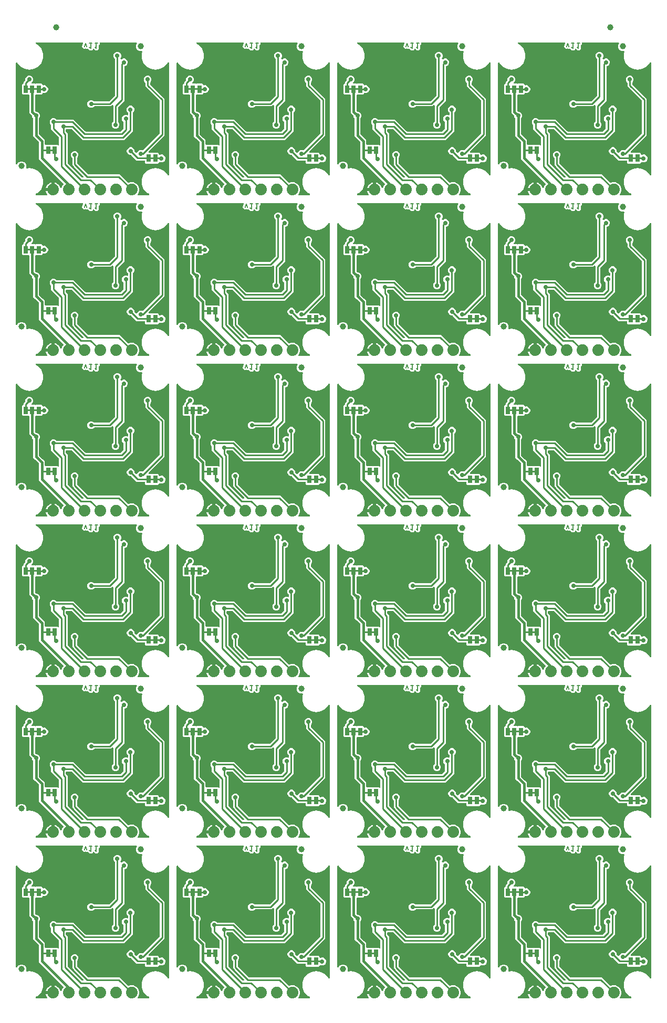
<source format=gbl>
G04 EAGLE Gerber RS-274X export*
G75*
%MOMM*%
%FSLAX34Y34*%
%LPD*%
%INBottom Copper*%
%IPPOS*%
%AMOC8*
5,1,8,0,0,1.08239X$1,22.5*%
G01*
%ADD10C,0.203200*%
%ADD11R,0.660400X1.270000*%
%ADD12C,1.879600*%
%ADD13C,1.000000*%
%ADD14C,0.736600*%
%ADD15C,0.254000*%
%ADD16C,0.406400*%

G36*
X52934Y780802D02*
X52934Y780802D01*
X52974Y780799D01*
X53092Y780822D01*
X53210Y780837D01*
X53247Y780851D01*
X53286Y780859D01*
X53395Y780910D01*
X53506Y780954D01*
X53538Y780977D01*
X53574Y780994D01*
X53666Y781070D01*
X53763Y781140D01*
X53789Y781171D01*
X53819Y781196D01*
X53890Y781293D01*
X53966Y781385D01*
X53983Y781421D01*
X54007Y781454D01*
X54051Y781565D01*
X54102Y781673D01*
X54109Y781712D01*
X54124Y781749D01*
X54139Y781868D01*
X54162Y781985D01*
X54159Y782025D01*
X54164Y782065D01*
X54149Y782183D01*
X54142Y782303D01*
X54130Y782341D01*
X54125Y782380D01*
X54081Y782492D01*
X54044Y782605D01*
X54022Y782639D01*
X54008Y782676D01*
X53922Y782812D01*
X53289Y783683D01*
X52436Y785357D01*
X51855Y787144D01*
X51815Y787401D01*
X62230Y787401D01*
X62348Y787416D01*
X62467Y787423D01*
X62505Y787436D01*
X62545Y787441D01*
X62656Y787484D01*
X62769Y787521D01*
X62803Y787543D01*
X62841Y787558D01*
X62937Y787628D01*
X63038Y787691D01*
X63066Y787721D01*
X63098Y787744D01*
X63174Y787836D01*
X63256Y787923D01*
X63275Y787958D01*
X63301Y787989D01*
X63352Y788097D01*
X63409Y788201D01*
X63420Y788241D01*
X63437Y788277D01*
X63459Y788394D01*
X63489Y788509D01*
X63493Y788570D01*
X63497Y788590D01*
X63495Y788610D01*
X63499Y788670D01*
X63499Y789941D01*
X64770Y789941D01*
X64888Y789956D01*
X65007Y789963D01*
X65045Y789976D01*
X65085Y789981D01*
X65196Y790025D01*
X65309Y790061D01*
X65344Y790083D01*
X65381Y790098D01*
X65477Y790168D01*
X65578Y790231D01*
X65606Y790261D01*
X65639Y790285D01*
X65714Y790376D01*
X65796Y790463D01*
X65816Y790498D01*
X65841Y790530D01*
X65892Y790637D01*
X65950Y790742D01*
X65960Y790781D01*
X65977Y790817D01*
X65999Y790934D01*
X66029Y791049D01*
X66033Y791110D01*
X66037Y791130D01*
X66035Y791150D01*
X66039Y791210D01*
X66039Y801625D01*
X66296Y801585D01*
X68083Y801004D01*
X69757Y800151D01*
X71278Y799046D01*
X72606Y797718D01*
X73711Y796197D01*
X74564Y794523D01*
X74957Y793314D01*
X74969Y793287D01*
X74976Y793258D01*
X75037Y793143D01*
X75092Y793026D01*
X75111Y793003D01*
X75125Y792977D01*
X75212Y792881D01*
X75295Y792781D01*
X75319Y792764D01*
X75339Y792742D01*
X75447Y792671D01*
X75552Y792594D01*
X75580Y792583D01*
X75605Y792567D01*
X75727Y792525D01*
X75848Y792477D01*
X75877Y792473D01*
X75906Y792464D01*
X76035Y792453D01*
X76163Y792437D01*
X76193Y792441D01*
X76223Y792439D01*
X76350Y792461D01*
X76479Y792477D01*
X76507Y792488D01*
X76536Y792493D01*
X76654Y792546D01*
X76775Y792594D01*
X76799Y792611D01*
X76826Y792624D01*
X76927Y792704D01*
X77032Y792780D01*
X77051Y792803D01*
X77074Y792822D01*
X77152Y792926D01*
X77235Y793025D01*
X77248Y793052D01*
X77266Y793076D01*
X77337Y793221D01*
X78779Y796703D01*
X80137Y798061D01*
X80210Y798155D01*
X80289Y798244D01*
X80307Y798280D01*
X80332Y798312D01*
X80379Y798422D01*
X80433Y798528D01*
X80442Y798567D01*
X80458Y798604D01*
X80477Y798722D01*
X80503Y798838D01*
X80502Y798878D01*
X80508Y798918D01*
X80497Y799037D01*
X80493Y799156D01*
X80482Y799195D01*
X80478Y799235D01*
X80438Y799347D01*
X80405Y799461D01*
X80385Y799496D01*
X80371Y799534D01*
X80304Y799633D01*
X80244Y799735D01*
X80204Y799781D01*
X80192Y799797D01*
X80177Y799811D01*
X80137Y799856D01*
X40766Y839227D01*
X40766Y866133D01*
X40754Y866231D01*
X40751Y866330D01*
X40734Y866389D01*
X40726Y866449D01*
X40690Y866541D01*
X40662Y866636D01*
X40632Y866688D01*
X40609Y866744D01*
X40551Y866824D01*
X40501Y866910D01*
X40435Y866985D01*
X40423Y867002D01*
X40413Y867010D01*
X40395Y867031D01*
X34546Y872880D01*
X31495Y875930D01*
X31495Y904565D01*
X31483Y904663D01*
X31480Y904763D01*
X31463Y904821D01*
X31455Y904881D01*
X31419Y904973D01*
X31391Y905068D01*
X31361Y905120D01*
X31338Y905177D01*
X31280Y905257D01*
X31230Y905342D01*
X31164Y905417D01*
X31152Y905434D01*
X31142Y905442D01*
X31124Y905463D01*
X30792Y905795D01*
X29844Y908082D01*
X29844Y908551D01*
X29832Y908649D01*
X29829Y908748D01*
X29812Y908807D01*
X29804Y908867D01*
X29768Y908959D01*
X29740Y909054D01*
X29710Y909106D01*
X29687Y909162D01*
X29629Y909242D01*
X29579Y909328D01*
X29513Y909403D01*
X29501Y909420D01*
X29491Y909428D01*
X29473Y909449D01*
X25399Y913522D01*
X25399Y942086D01*
X25384Y942204D01*
X25377Y942323D01*
X25364Y942361D01*
X25359Y942402D01*
X25316Y942512D01*
X25279Y942625D01*
X25257Y942660D01*
X25242Y942697D01*
X25173Y942793D01*
X25109Y942894D01*
X25079Y942922D01*
X25056Y942955D01*
X24964Y943031D01*
X24877Y943112D01*
X24842Y943132D01*
X24811Y943157D01*
X24703Y943208D01*
X24599Y943266D01*
X24559Y943276D01*
X24523Y943293D01*
X24406Y943315D01*
X24291Y943345D01*
X24231Y943349D01*
X24211Y943353D01*
X24190Y943351D01*
X24130Y943355D01*
X15204Y943355D01*
X13715Y944844D01*
X13715Y959648D01*
X15376Y961309D01*
X15436Y961387D01*
X15504Y961459D01*
X15533Y961512D01*
X15570Y961560D01*
X15610Y961651D01*
X15658Y961738D01*
X15673Y961796D01*
X15697Y961852D01*
X15712Y961950D01*
X15737Y962045D01*
X15743Y962145D01*
X15747Y962166D01*
X15745Y962178D01*
X15747Y962206D01*
X15747Y963904D01*
X18631Y966788D01*
X18691Y966866D01*
X18759Y966938D01*
X18788Y966991D01*
X18825Y967039D01*
X18865Y967130D01*
X18913Y967217D01*
X18928Y967275D01*
X18952Y967331D01*
X18967Y967429D01*
X18992Y967525D01*
X18998Y967625D01*
X19002Y967645D01*
X19000Y967657D01*
X19002Y967685D01*
X19002Y969232D01*
X19950Y971519D01*
X21701Y973270D01*
X23988Y974218D01*
X26464Y974218D01*
X28751Y973270D01*
X30502Y971519D01*
X31450Y969232D01*
X31450Y966756D01*
X30502Y964469D01*
X29337Y963303D01*
X29252Y963194D01*
X29163Y963087D01*
X29155Y963068D01*
X29142Y963052D01*
X29087Y962925D01*
X29028Y962799D01*
X29024Y962779D01*
X29016Y962760D01*
X28994Y962622D01*
X28968Y962486D01*
X28969Y962466D01*
X28966Y962446D01*
X28979Y962307D01*
X28988Y962169D01*
X28994Y962150D01*
X28996Y962130D01*
X29043Y961998D01*
X29086Y961867D01*
X29097Y961849D01*
X29103Y961830D01*
X29182Y961715D01*
X29256Y961598D01*
X29271Y961584D01*
X29282Y961567D01*
X29386Y961475D01*
X29488Y961380D01*
X29505Y961370D01*
X29520Y961357D01*
X29645Y961293D01*
X29766Y961226D01*
X29786Y961221D01*
X29804Y961212D01*
X29940Y961182D01*
X30074Y961147D01*
X30102Y961145D01*
X30114Y961142D01*
X30134Y961143D01*
X30235Y961137D01*
X34339Y961137D01*
X34376Y961109D01*
X34465Y961030D01*
X34501Y961011D01*
X34533Y960987D01*
X34642Y960939D01*
X34748Y960885D01*
X34788Y960876D01*
X34825Y960860D01*
X34942Y960842D01*
X35058Y960816D01*
X35099Y960817D01*
X35139Y960811D01*
X35258Y960822D01*
X35376Y960825D01*
X35415Y960837D01*
X35455Y960840D01*
X35567Y960881D01*
X35682Y960914D01*
X35717Y960934D01*
X35755Y960948D01*
X35853Y961015D01*
X35956Y961075D01*
X36001Y961115D01*
X36018Y961127D01*
X36027Y961137D01*
X44740Y961137D01*
X46229Y959648D01*
X46229Y959620D01*
X46235Y959571D01*
X46233Y959521D01*
X46255Y959413D01*
X46269Y959304D01*
X46287Y959258D01*
X46297Y959209D01*
X46345Y959111D01*
X46386Y959009D01*
X46415Y958968D01*
X46437Y958924D01*
X46508Y958840D01*
X46572Y958751D01*
X46611Y958720D01*
X46643Y958682D01*
X46733Y958619D01*
X46817Y958548D01*
X46862Y958527D01*
X46903Y958499D01*
X47006Y958460D01*
X47105Y958413D01*
X47154Y958404D01*
X47200Y958386D01*
X47310Y958374D01*
X47417Y958353D01*
X47467Y958356D01*
X47516Y958351D01*
X47625Y958366D01*
X47735Y958373D01*
X47782Y958388D01*
X47831Y958395D01*
X47984Y958447D01*
X48038Y958470D01*
X50514Y958470D01*
X52801Y957522D01*
X54552Y955771D01*
X55500Y953484D01*
X55500Y951008D01*
X54552Y948721D01*
X52801Y946970D01*
X50514Y946022D01*
X48038Y946022D01*
X47984Y946045D01*
X47936Y946058D01*
X47891Y946079D01*
X47783Y946100D01*
X47677Y946129D01*
X47627Y946129D01*
X47578Y946139D01*
X47469Y946132D01*
X47359Y946134D01*
X47311Y946122D01*
X47261Y946119D01*
X47157Y946085D01*
X47050Y946060D01*
X47006Y946036D01*
X46959Y946021D01*
X46866Y945962D01*
X46769Y945911D01*
X46732Y945877D01*
X46690Y945851D01*
X46615Y945771D01*
X46533Y945697D01*
X46506Y945655D01*
X46472Y945619D01*
X46419Y945523D01*
X46359Y945431D01*
X46342Y945384D01*
X46318Y945341D01*
X46291Y945234D01*
X46255Y945130D01*
X46251Y945081D01*
X46239Y945033D01*
X46229Y944872D01*
X46229Y944844D01*
X44740Y943355D01*
X35814Y943355D01*
X35696Y943340D01*
X35577Y943333D01*
X35539Y943320D01*
X35498Y943315D01*
X35388Y943272D01*
X35275Y943235D01*
X35240Y943213D01*
X35203Y943198D01*
X35107Y943129D01*
X35006Y943065D01*
X34978Y943035D01*
X34945Y943012D01*
X34869Y942920D01*
X34788Y942833D01*
X34768Y942798D01*
X34743Y942767D01*
X34692Y942659D01*
X34634Y942555D01*
X34624Y942515D01*
X34607Y942479D01*
X34585Y942362D01*
X34555Y942247D01*
X34551Y942187D01*
X34547Y942167D01*
X34549Y942146D01*
X34545Y942086D01*
X34545Y917836D01*
X34557Y917738D01*
X34560Y917639D01*
X34577Y917580D01*
X34585Y917520D01*
X34621Y917428D01*
X34649Y917333D01*
X34679Y917281D01*
X34702Y917225D01*
X34760Y917145D01*
X34810Y917059D01*
X34876Y916984D01*
X34888Y916967D01*
X34898Y916959D01*
X34916Y916938D01*
X35939Y915915D01*
X36018Y915855D01*
X36090Y915787D01*
X36143Y915758D01*
X36191Y915721D01*
X36282Y915681D01*
X36368Y915633D01*
X36427Y915618D01*
X36482Y915594D01*
X36580Y915579D01*
X36676Y915554D01*
X36776Y915548D01*
X36797Y915544D01*
X36809Y915546D01*
X36837Y915544D01*
X37306Y915544D01*
X39593Y914596D01*
X41344Y912845D01*
X42292Y910558D01*
X42292Y908082D01*
X41344Y905795D01*
X41012Y905463D01*
X40952Y905385D01*
X40884Y905312D01*
X40855Y905259D01*
X40818Y905212D01*
X40778Y905121D01*
X40730Y905034D01*
X40715Y904975D01*
X40691Y904920D01*
X40676Y904822D01*
X40651Y904726D01*
X40645Y904626D01*
X40641Y904606D01*
X40643Y904593D01*
X40641Y904565D01*
X40641Y880244D01*
X40653Y880146D01*
X40656Y880047D01*
X40673Y879988D01*
X40681Y879928D01*
X40717Y879836D01*
X40745Y879741D01*
X40775Y879689D01*
X40798Y879633D01*
X40856Y879553D01*
X40906Y879467D01*
X40972Y879392D01*
X40984Y879375D01*
X40994Y879367D01*
X41012Y879346D01*
X46861Y873497D01*
X49912Y870447D01*
X49912Y863854D01*
X49927Y863736D01*
X49934Y863617D01*
X49947Y863579D01*
X49952Y863538D01*
X49995Y863428D01*
X50032Y863315D01*
X50054Y863280D01*
X50069Y863243D01*
X50138Y863147D01*
X50202Y863046D01*
X50232Y863018D01*
X50255Y862985D01*
X50347Y862909D01*
X50434Y862828D01*
X50469Y862808D01*
X50500Y862783D01*
X50608Y862732D01*
X50712Y862674D01*
X50752Y862664D01*
X50788Y862647D01*
X50905Y862625D01*
X51020Y862595D01*
X51080Y862591D01*
X51100Y862587D01*
X51121Y862589D01*
X51181Y862585D01*
X60120Y862585D01*
X60157Y862557D01*
X60246Y862478D01*
X60282Y862459D01*
X60314Y862435D01*
X60423Y862387D01*
X60529Y862333D01*
X60569Y862324D01*
X60606Y862308D01*
X60723Y862290D01*
X60839Y862264D01*
X60880Y862265D01*
X60920Y862259D01*
X61039Y862270D01*
X61157Y862273D01*
X61196Y862285D01*
X61236Y862288D01*
X61348Y862329D01*
X61463Y862362D01*
X61498Y862382D01*
X61536Y862396D01*
X61634Y862463D01*
X61737Y862523D01*
X61782Y862563D01*
X61799Y862575D01*
X61808Y862585D01*
X70521Y862585D01*
X70985Y862122D01*
X71094Y862037D01*
X71201Y861948D01*
X71220Y861939D01*
X71236Y861927D01*
X71364Y861871D01*
X71489Y861812D01*
X71509Y861808D01*
X71528Y861800D01*
X71666Y861778D01*
X71802Y861752D01*
X71822Y861754D01*
X71842Y861750D01*
X71981Y861764D01*
X72119Y861772D01*
X72138Y861778D01*
X72158Y861780D01*
X72289Y861827D01*
X72421Y861870D01*
X72439Y861881D01*
X72458Y861888D01*
X72572Y861966D01*
X72690Y862040D01*
X72704Y862055D01*
X72721Y862066D01*
X72813Y862171D01*
X72908Y862272D01*
X72918Y862290D01*
X72931Y862305D01*
X72994Y862429D01*
X73062Y862550D01*
X73067Y862570D01*
X73076Y862588D01*
X73106Y862724D01*
X73141Y862858D01*
X73143Y862886D01*
X73146Y862898D01*
X73145Y862919D01*
X73151Y863019D01*
X73151Y873942D01*
X73139Y874040D01*
X73136Y874139D01*
X73119Y874197D01*
X73111Y874257D01*
X73075Y874349D01*
X73047Y874445D01*
X73017Y874497D01*
X72994Y874553D01*
X72936Y874633D01*
X72886Y874718D01*
X72820Y874794D01*
X72808Y874810D01*
X72798Y874818D01*
X72780Y874839D01*
X60451Y887168D01*
X60451Y893643D01*
X60439Y893741D01*
X60436Y893841D01*
X60419Y893899D01*
X60411Y893959D01*
X60375Y894051D01*
X60347Y894146D01*
X60317Y894198D01*
X60294Y894255D01*
X60236Y894335D01*
X60186Y894420D01*
X60120Y894495D01*
X60108Y894512D01*
X60098Y894520D01*
X60080Y894541D01*
X58986Y895635D01*
X58038Y897922D01*
X58038Y900398D01*
X58986Y902685D01*
X60737Y904436D01*
X63024Y905384D01*
X65500Y905384D01*
X67787Y904436D01*
X68881Y903342D01*
X68959Y903282D01*
X69032Y903214D01*
X69085Y903185D01*
X69132Y903148D01*
X69223Y903108D01*
X69310Y903060D01*
X69369Y903045D01*
X69424Y903021D01*
X69522Y903006D01*
X69618Y902981D01*
X69718Y902975D01*
X69738Y902971D01*
X69751Y902973D01*
X69779Y902971D01*
X96574Y902971D01*
X115507Y884038D01*
X115585Y883978D01*
X115657Y883910D01*
X115710Y883881D01*
X115758Y883844D01*
X115849Y883804D01*
X115936Y883756D01*
X115994Y883741D01*
X116050Y883717D01*
X116148Y883702D01*
X116244Y883677D01*
X116344Y883671D01*
X116364Y883667D01*
X116376Y883669D01*
X116404Y883667D01*
X171886Y883667D01*
X171984Y883679D01*
X172083Y883682D01*
X172141Y883699D01*
X172201Y883707D01*
X172293Y883743D01*
X172389Y883771D01*
X172441Y883801D01*
X172497Y883824D01*
X172577Y883882D01*
X172662Y883932D01*
X172738Y883998D01*
X172754Y884010D01*
X172762Y884020D01*
X172783Y884038D01*
X176666Y887921D01*
X176726Y887999D01*
X176794Y888071D01*
X176823Y888124D01*
X176860Y888172D01*
X176900Y888263D01*
X176948Y888350D01*
X176963Y888408D01*
X176987Y888464D01*
X177002Y888562D01*
X177027Y888658D01*
X177033Y888758D01*
X177037Y888778D01*
X177035Y888790D01*
X177037Y888818D01*
X177037Y898723D01*
X177025Y898821D01*
X177022Y898921D01*
X177005Y898979D01*
X176997Y899039D01*
X176961Y899131D01*
X176933Y899226D01*
X176903Y899278D01*
X176880Y899335D01*
X176822Y899415D01*
X176772Y899500D01*
X176706Y899575D01*
X176694Y899592D01*
X176684Y899600D01*
X176666Y899621D01*
X175572Y900715D01*
X174624Y903002D01*
X174624Y905478D01*
X175572Y907765D01*
X177323Y909516D01*
X179610Y910464D01*
X182086Y910464D01*
X182648Y910231D01*
X182696Y910218D01*
X182741Y910197D01*
X182849Y910176D01*
X182955Y910147D01*
X183005Y910146D01*
X183054Y910137D01*
X183163Y910144D01*
X183273Y910142D01*
X183321Y910153D01*
X183371Y910156D01*
X183475Y910190D01*
X183582Y910216D01*
X183626Y910239D01*
X183673Y910255D01*
X183766Y910313D01*
X183863Y910365D01*
X183900Y910398D01*
X183942Y910425D01*
X184017Y910505D01*
X184099Y910579D01*
X184126Y910620D01*
X184160Y910656D01*
X184213Y910753D01*
X184273Y910844D01*
X184290Y910891D01*
X184314Y910935D01*
X184341Y911041D01*
X184377Y911145D01*
X184381Y911195D01*
X184393Y911243D01*
X184403Y911403D01*
X184403Y913709D01*
X184391Y913807D01*
X184388Y913907D01*
X184371Y913965D01*
X184363Y914025D01*
X184327Y914117D01*
X184299Y914212D01*
X184269Y914264D01*
X184246Y914321D01*
X184188Y914401D01*
X184138Y914486D01*
X184072Y914561D01*
X184060Y914578D01*
X184050Y914586D01*
X184032Y914607D01*
X182938Y915701D01*
X181990Y917988D01*
X181990Y920464D01*
X182938Y922751D01*
X184689Y924502D01*
X186976Y925450D01*
X189452Y925450D01*
X191739Y924502D01*
X193490Y922751D01*
X194438Y920464D01*
X194438Y917988D01*
X193490Y915701D01*
X192396Y914607D01*
X192336Y914529D01*
X192268Y914456D01*
X192239Y914403D01*
X192202Y914356D01*
X192162Y914265D01*
X192114Y914178D01*
X192099Y914119D01*
X192075Y914064D01*
X192060Y913966D01*
X192035Y913870D01*
X192029Y913770D01*
X192025Y913750D01*
X192027Y913737D01*
X192025Y913709D01*
X192025Y884628D01*
X177346Y869949D01*
X111198Y869949D01*
X93535Y887612D01*
X93457Y887672D01*
X93385Y887740D01*
X93332Y887769D01*
X93284Y887806D01*
X93193Y887846D01*
X93106Y887894D01*
X93048Y887909D01*
X92992Y887933D01*
X92894Y887948D01*
X92798Y887973D01*
X92698Y887979D01*
X92678Y887983D01*
X92666Y887981D01*
X92638Y887983D01*
X85781Y887983D01*
X85683Y887971D01*
X85583Y887968D01*
X85525Y887951D01*
X85465Y887943D01*
X85373Y887907D01*
X85278Y887879D01*
X85226Y887849D01*
X85169Y887826D01*
X85089Y887768D01*
X85004Y887718D01*
X84929Y887652D01*
X84912Y887640D01*
X84904Y887630D01*
X84883Y887612D01*
X84446Y887175D01*
X84386Y887097D01*
X84318Y887024D01*
X84289Y886971D01*
X84252Y886924D01*
X84212Y886833D01*
X84164Y886746D01*
X84149Y886687D01*
X84125Y886632D01*
X84110Y886534D01*
X84085Y886438D01*
X84079Y886338D01*
X84075Y886318D01*
X84077Y886305D01*
X84075Y886277D01*
X84075Y883992D01*
X84087Y883894D01*
X84090Y883795D01*
X84107Y883737D01*
X84115Y883677D01*
X84151Y883585D01*
X84179Y883489D01*
X84209Y883437D01*
X84232Y883381D01*
X84290Y883301D01*
X84340Y883216D01*
X84406Y883140D01*
X84418Y883124D01*
X84428Y883116D01*
X84446Y883095D01*
X86869Y880672D01*
X86869Y833446D01*
X86881Y833348D01*
X86884Y833249D01*
X86901Y833191D01*
X86909Y833131D01*
X86945Y833039D01*
X86973Y832943D01*
X87003Y832891D01*
X87026Y832835D01*
X87084Y832755D01*
X87134Y832670D01*
X87200Y832594D01*
X87212Y832578D01*
X87222Y832570D01*
X87240Y832549D01*
X109919Y809870D01*
X109997Y809810D01*
X110069Y809742D01*
X110122Y809713D01*
X110170Y809676D01*
X110261Y809636D01*
X110348Y809588D01*
X110406Y809573D01*
X110462Y809549D01*
X110560Y809534D01*
X110656Y809509D01*
X110756Y809503D01*
X110776Y809499D01*
X110788Y809501D01*
X110816Y809499D01*
X111688Y809499D01*
X111825Y809516D01*
X111964Y809529D01*
X111983Y809536D01*
X112003Y809539D01*
X112132Y809590D01*
X112263Y809637D01*
X112280Y809648D01*
X112299Y809656D01*
X112411Y809737D01*
X112527Y809815D01*
X112540Y809831D01*
X112556Y809842D01*
X112645Y809950D01*
X112737Y810054D01*
X112746Y810072D01*
X112759Y810087D01*
X112818Y810213D01*
X112882Y810337D01*
X112886Y810357D01*
X112895Y810375D01*
X112921Y810511D01*
X112951Y810647D01*
X112951Y810668D01*
X112955Y810687D01*
X112946Y810826D01*
X112942Y810965D01*
X112936Y810985D01*
X112935Y811005D01*
X112892Y811137D01*
X112853Y811271D01*
X112843Y811288D01*
X112837Y811307D01*
X112762Y811425D01*
X112692Y811545D01*
X112673Y811566D01*
X112667Y811576D01*
X112652Y811590D01*
X112585Y811665D01*
X97088Y827163D01*
X94484Y829767D01*
X94484Y840811D01*
X94472Y840909D01*
X94469Y841009D01*
X94452Y841067D01*
X94444Y841127D01*
X94408Y841219D01*
X94380Y841314D01*
X94350Y841366D01*
X94327Y841423D01*
X94269Y841503D01*
X94219Y841588D01*
X94152Y841663D01*
X94140Y841680D01*
X94131Y841688D01*
X94112Y841709D01*
X93019Y842803D01*
X92071Y845090D01*
X92071Y847566D01*
X93019Y849853D01*
X94769Y851604D01*
X97057Y852552D01*
X99533Y852552D01*
X101820Y851604D01*
X103571Y849853D01*
X104519Y847566D01*
X104519Y845090D01*
X103571Y842803D01*
X102477Y841709D01*
X102417Y841631D01*
X102349Y841558D01*
X102320Y841505D01*
X102282Y841458D01*
X102243Y841367D01*
X102195Y841280D01*
X102180Y841221D01*
X102156Y841166D01*
X102141Y841068D01*
X102116Y840972D01*
X102109Y840872D01*
X102106Y840852D01*
X102107Y840839D01*
X102106Y840811D01*
X102106Y833449D01*
X102118Y833351D01*
X102121Y833252D01*
X102138Y833194D01*
X102145Y833134D01*
X102182Y833042D01*
X102209Y832947D01*
X102240Y832894D01*
X102262Y832838D01*
X102321Y832758D01*
X102371Y832673D01*
X102437Y832597D01*
X102449Y832581D01*
X102459Y832573D01*
X102477Y832552D01*
X119825Y815204D01*
X119903Y815144D01*
X119975Y815076D01*
X120028Y815047D01*
X120076Y815010D01*
X120167Y814970D01*
X120254Y814922D01*
X120312Y814907D01*
X120368Y814883D01*
X120466Y814868D01*
X120562Y814843D01*
X120662Y814837D01*
X120682Y814833D01*
X120694Y814835D01*
X120722Y814833D01*
X170996Y814833D01*
X173600Y812229D01*
X184574Y801256D01*
X184597Y801238D01*
X184616Y801215D01*
X184722Y801140D01*
X184825Y801061D01*
X184852Y801049D01*
X184876Y801032D01*
X184997Y800986D01*
X185117Y800934D01*
X185146Y800930D01*
X185173Y800919D01*
X185302Y800905D01*
X185431Y800885D01*
X185460Y800887D01*
X185489Y800884D01*
X185618Y800902D01*
X185747Y800914D01*
X185775Y800924D01*
X185804Y800928D01*
X185957Y800981D01*
X188125Y801879D01*
X192875Y801879D01*
X197263Y800061D01*
X200621Y796703D01*
X202439Y792315D01*
X202439Y787565D01*
X200621Y783177D01*
X200407Y782964D01*
X200322Y782854D01*
X200234Y782747D01*
X200225Y782728D01*
X200212Y782712D01*
X200157Y782585D01*
X200098Y782459D01*
X200094Y782439D01*
X200086Y782420D01*
X200064Y782283D01*
X200038Y782146D01*
X200039Y782126D01*
X200036Y782106D01*
X200049Y781967D01*
X200058Y781829D01*
X200064Y781810D01*
X200066Y781790D01*
X200113Y781658D01*
X200156Y781527D01*
X200167Y781510D01*
X200174Y781490D01*
X200252Y781375D01*
X200326Y781258D01*
X200341Y781244D01*
X200352Y781227D01*
X200456Y781135D01*
X200558Y781040D01*
X200575Y781030D01*
X200591Y781017D01*
X200715Y780953D01*
X200836Y780886D01*
X200856Y780881D01*
X200874Y780872D01*
X201010Y780842D01*
X201144Y780807D01*
X201172Y780805D01*
X201184Y780802D01*
X201205Y780803D01*
X201305Y780797D01*
X217499Y780797D01*
X217644Y780815D01*
X217789Y780830D01*
X217801Y780835D01*
X217815Y780837D01*
X217950Y780890D01*
X218087Y780941D01*
X218098Y780949D01*
X218111Y780954D01*
X218228Y781039D01*
X218348Y781122D01*
X218357Y781132D01*
X218368Y781140D01*
X218461Y781253D01*
X218556Y781363D01*
X218562Y781375D01*
X218571Y781385D01*
X218632Y781517D01*
X218698Y781648D01*
X218700Y781661D01*
X218706Y781673D01*
X218733Y781815D01*
X218764Y781959D01*
X218763Y781972D01*
X218766Y781985D01*
X218757Y782130D01*
X218751Y782276D01*
X218747Y782289D01*
X218746Y782303D01*
X218701Y782441D01*
X218659Y782581D01*
X218652Y782593D01*
X218648Y782605D01*
X218570Y782729D01*
X218495Y782853D01*
X218485Y782863D01*
X218478Y782874D01*
X218372Y782974D01*
X218268Y783076D01*
X218253Y783086D01*
X218246Y783092D01*
X218232Y783100D01*
X218134Y783165D01*
X214176Y785450D01*
X209167Y791420D01*
X206501Y798743D01*
X206501Y806537D01*
X209167Y813860D01*
X214176Y819830D01*
X220925Y823726D01*
X228600Y825080D01*
X236275Y823726D01*
X243024Y819830D01*
X248061Y813826D01*
X248062Y813825D01*
X248098Y813775D01*
X248127Y813720D01*
X248191Y813647D01*
X248248Y813568D01*
X248296Y813528D01*
X248338Y813482D01*
X248418Y813428D01*
X248493Y813365D01*
X248550Y813339D01*
X248601Y813304D01*
X248693Y813271D01*
X248781Y813230D01*
X248842Y813218D01*
X248901Y813197D01*
X248998Y813188D01*
X249094Y813170D01*
X249156Y813174D01*
X249218Y813168D01*
X249314Y813184D01*
X249411Y813190D01*
X249470Y813209D01*
X249532Y813219D01*
X249621Y813258D01*
X249713Y813288D01*
X249766Y813321D01*
X249823Y813346D01*
X249900Y813406D01*
X249982Y813458D01*
X250025Y813503D01*
X250074Y813542D01*
X250133Y813619D01*
X250200Y813690D01*
X250230Y813744D01*
X250268Y813793D01*
X250307Y813883D01*
X250354Y813968D01*
X250369Y814028D01*
X250394Y814085D01*
X250409Y814182D01*
X250433Y814276D01*
X250440Y814380D01*
X250443Y814400D01*
X250442Y814411D01*
X250443Y814437D01*
X250443Y994043D01*
X250431Y994140D01*
X250428Y994237D01*
X250421Y994262D01*
X250421Y994268D01*
X250411Y994298D01*
X250403Y994359D01*
X250368Y994449D01*
X250341Y994543D01*
X250309Y994597D01*
X250286Y994655D01*
X250229Y994733D01*
X250180Y994817D01*
X250136Y994861D01*
X250100Y994912D01*
X250024Y994974D01*
X249956Y995043D01*
X249903Y995075D01*
X249855Y995115D01*
X249767Y995156D01*
X249683Y995206D01*
X249623Y995224D01*
X249567Y995250D01*
X249471Y995268D01*
X249378Y995296D01*
X249316Y995298D01*
X249255Y995310D01*
X249157Y995304D01*
X249060Y995307D01*
X248999Y995294D01*
X248937Y995290D01*
X248845Y995260D01*
X248749Y995239D01*
X248694Y995211D01*
X248635Y995192D01*
X248552Y995140D01*
X248465Y995096D01*
X248418Y995055D01*
X248366Y995022D01*
X248311Y994963D01*
X248301Y994956D01*
X248290Y994943D01*
X248226Y994887D01*
X248191Y994836D01*
X248148Y994790D01*
X248117Y994734D01*
X248098Y994711D01*
X248083Y994679D01*
X243024Y988650D01*
X236275Y984754D01*
X228600Y983400D01*
X220925Y984754D01*
X214176Y988650D01*
X209167Y994620D01*
X206501Y1001943D01*
X206501Y1009737D01*
X207265Y1011836D01*
X207270Y1011857D01*
X207280Y1011877D01*
X207305Y1012012D01*
X207336Y1012146D01*
X207335Y1012168D01*
X207339Y1012190D01*
X207331Y1012326D01*
X207327Y1012464D01*
X207321Y1012485D01*
X207320Y1012507D01*
X207277Y1012637D01*
X207239Y1012770D01*
X207228Y1012789D01*
X207222Y1012809D01*
X207148Y1012926D01*
X207079Y1013044D01*
X207063Y1013060D01*
X207051Y1013078D01*
X206951Y1013172D01*
X206855Y1013270D01*
X206836Y1013281D01*
X206820Y1013296D01*
X206699Y1013362D01*
X206582Y1013433D01*
X206561Y1013439D01*
X206541Y1013450D01*
X206409Y1013484D01*
X206277Y1013523D01*
X206255Y1013524D01*
X206233Y1013529D01*
X206073Y1013539D01*
X202970Y1013539D01*
X200199Y1014687D01*
X198077Y1016809D01*
X196929Y1019580D01*
X196929Y1022580D01*
X198077Y1025351D01*
X198242Y1025516D01*
X198328Y1025626D01*
X198416Y1025733D01*
X198425Y1025752D01*
X198437Y1025768D01*
X198493Y1025896D01*
X198552Y1026021D01*
X198556Y1026041D01*
X198564Y1026060D01*
X198585Y1026197D01*
X198612Y1026334D01*
X198610Y1026354D01*
X198613Y1026374D01*
X198600Y1026512D01*
X198592Y1026651D01*
X198586Y1026670D01*
X198584Y1026690D01*
X198537Y1026822D01*
X198494Y1026953D01*
X198483Y1026971D01*
X198476Y1026990D01*
X198398Y1027105D01*
X198324Y1027222D01*
X198309Y1027236D01*
X198298Y1027253D01*
X198193Y1027345D01*
X198092Y1027440D01*
X198074Y1027450D01*
X198059Y1027463D01*
X197935Y1027527D01*
X197813Y1027594D01*
X197794Y1027599D01*
X197776Y1027608D01*
X197640Y1027638D01*
X197506Y1027673D01*
X197478Y1027675D01*
X197466Y1027678D01*
X197445Y1027677D01*
X197345Y1027683D01*
X140309Y1027683D01*
X140191Y1027668D01*
X140073Y1027661D01*
X140034Y1027648D01*
X139994Y1027643D01*
X139883Y1027600D01*
X139770Y1027563D01*
X139736Y1027541D01*
X139698Y1027526D01*
X139602Y1027457D01*
X139501Y1027393D01*
X139474Y1027363D01*
X139441Y1027340D01*
X139365Y1027248D01*
X139283Y1027161D01*
X139264Y1027126D01*
X139238Y1027095D01*
X139187Y1026987D01*
X139130Y1026883D01*
X139120Y1026843D01*
X139103Y1026807D01*
X139080Y1026690D01*
X139050Y1026575D01*
X139047Y1026515D01*
X139043Y1026495D01*
X139044Y1026474D01*
X139040Y1026414D01*
X139040Y1024941D01*
X137154Y1023055D01*
X137093Y1022976D01*
X137026Y1022904D01*
X136996Y1022851D01*
X136959Y1022803D01*
X136920Y1022712D01*
X136872Y1022626D01*
X136857Y1022567D01*
X136833Y1022512D01*
X136817Y1022414D01*
X136793Y1022318D01*
X136786Y1022218D01*
X136783Y1022198D01*
X136784Y1022185D01*
X136782Y1022157D01*
X136782Y1018553D01*
X136784Y1018539D01*
X136790Y1018413D01*
X136928Y1017170D01*
X136895Y1017115D01*
X136886Y1017087D01*
X136872Y1017062D01*
X136840Y1016936D01*
X136810Y1016841D01*
X135930Y1015960D01*
X135921Y1015949D01*
X135836Y1015855D01*
X135055Y1014879D01*
X134992Y1014864D01*
X134966Y1014850D01*
X134938Y1014842D01*
X134826Y1014776D01*
X134739Y1014729D01*
X133493Y1014729D01*
X133479Y1014727D01*
X133353Y1014722D01*
X132110Y1014583D01*
X132055Y1014617D01*
X132027Y1014626D01*
X132001Y1014640D01*
X131875Y1014672D01*
X131781Y1014701D01*
X130900Y1015582D01*
X130888Y1015591D01*
X130795Y1015676D01*
X129297Y1016874D01*
X129255Y1016900D01*
X129218Y1016932D01*
X129120Y1016983D01*
X129026Y1017040D01*
X128979Y1017055D01*
X128935Y1017077D01*
X128827Y1017101D01*
X128722Y1017134D01*
X128673Y1017136D01*
X128625Y1017147D01*
X128514Y1017143D01*
X128404Y1017149D01*
X128356Y1017139D01*
X128307Y1017137D01*
X128201Y1017106D01*
X128092Y1017084D01*
X128048Y1017062D01*
X128001Y1017049D01*
X127906Y1016993D01*
X127807Y1016944D01*
X127770Y1016912D01*
X127727Y1016887D01*
X127606Y1016781D01*
X126786Y1015960D01*
X126777Y1015949D01*
X126692Y1015855D01*
X125911Y1014879D01*
X125848Y1014864D01*
X125822Y1014850D01*
X125794Y1014842D01*
X125682Y1014776D01*
X125595Y1014729D01*
X124349Y1014729D01*
X124335Y1014727D01*
X124209Y1014722D01*
X122966Y1014583D01*
X122911Y1014617D01*
X122883Y1014626D01*
X122857Y1014640D01*
X122731Y1014672D01*
X122637Y1014701D01*
X121756Y1015582D01*
X121744Y1015591D01*
X121651Y1015676D01*
X119630Y1017292D01*
X119568Y1017331D01*
X119510Y1017377D01*
X119432Y1017414D01*
X119359Y1017458D01*
X119289Y1017480D01*
X119222Y1017511D01*
X119137Y1017527D01*
X119055Y1017552D01*
X118981Y1017555D01*
X118909Y1017569D01*
X118823Y1017563D01*
X118737Y1017567D01*
X118665Y1017552D01*
X118592Y1017547D01*
X118436Y1017505D01*
X117386Y1017155D01*
X116420Y1017638D01*
X116392Y1017648D01*
X116366Y1017663D01*
X116242Y1017701D01*
X116120Y1017744D01*
X116090Y1017746D01*
X116062Y1017755D01*
X115932Y1017760D01*
X115803Y1017771D01*
X115774Y1017766D01*
X115744Y1017767D01*
X115617Y1017740D01*
X115489Y1017719D01*
X115462Y1017707D01*
X115433Y1017701D01*
X115285Y1017638D01*
X114319Y1017155D01*
X111524Y1018087D01*
X110206Y1020722D01*
X111969Y1026013D01*
X111970Y1026017D01*
X111972Y1026021D01*
X112001Y1026171D01*
X112031Y1026325D01*
X112031Y1026329D01*
X112032Y1026334D01*
X112022Y1026486D01*
X112014Y1026642D01*
X112012Y1026646D01*
X112012Y1026651D01*
X111965Y1026797D01*
X111918Y1026945D01*
X111915Y1026949D01*
X111914Y1026953D01*
X111832Y1027084D01*
X111750Y1027215D01*
X111746Y1027218D01*
X111744Y1027222D01*
X111632Y1027328D01*
X111520Y1027435D01*
X111516Y1027437D01*
X111512Y1027440D01*
X111378Y1027514D01*
X111242Y1027590D01*
X111238Y1027591D01*
X111234Y1027594D01*
X111086Y1027632D01*
X110935Y1027672D01*
X110930Y1027672D01*
X110926Y1027673D01*
X110765Y1027683D01*
X36501Y1027683D01*
X36356Y1027665D01*
X36211Y1027650D01*
X36199Y1027645D01*
X36185Y1027643D01*
X36050Y1027590D01*
X35913Y1027539D01*
X35902Y1027531D01*
X35889Y1027526D01*
X35772Y1027441D01*
X35652Y1027358D01*
X35643Y1027348D01*
X35632Y1027340D01*
X35539Y1027227D01*
X35444Y1027117D01*
X35438Y1027105D01*
X35429Y1027095D01*
X35368Y1026963D01*
X35302Y1026832D01*
X35300Y1026819D01*
X35294Y1026807D01*
X35267Y1026665D01*
X35236Y1026521D01*
X35237Y1026508D01*
X35234Y1026495D01*
X35243Y1026350D01*
X35249Y1026204D01*
X35253Y1026191D01*
X35254Y1026177D01*
X35299Y1026039D01*
X35341Y1025899D01*
X35348Y1025887D01*
X35352Y1025875D01*
X35430Y1025751D01*
X35505Y1025627D01*
X35515Y1025617D01*
X35522Y1025606D01*
X35628Y1025506D01*
X35732Y1025404D01*
X35747Y1025394D01*
X35754Y1025388D01*
X35768Y1025380D01*
X35866Y1025315D01*
X39824Y1023030D01*
X44833Y1017060D01*
X47499Y1009737D01*
X47499Y1001943D01*
X44833Y994620D01*
X39824Y988650D01*
X33075Y984754D01*
X25400Y983400D01*
X17725Y984754D01*
X10976Y988650D01*
X5939Y994653D01*
X5938Y994655D01*
X5902Y994705D01*
X5874Y994760D01*
X5823Y994817D01*
X5809Y994839D01*
X5794Y994853D01*
X5752Y994912D01*
X5704Y994951D01*
X5663Y994998D01*
X5584Y995051D01*
X5578Y995057D01*
X5574Y995059D01*
X5507Y995115D01*
X5451Y995141D01*
X5399Y995176D01*
X5307Y995209D01*
X5219Y995250D01*
X5158Y995262D01*
X5100Y995283D01*
X5002Y995292D01*
X4906Y995310D01*
X4845Y995306D01*
X4783Y995312D01*
X4686Y995296D01*
X4589Y995290D01*
X4530Y995271D01*
X4469Y995261D01*
X4379Y995222D01*
X4287Y995192D01*
X4234Y995159D01*
X4177Y995134D01*
X4100Y995074D01*
X4018Y995022D01*
X3975Y994977D01*
X3926Y994939D01*
X3867Y994862D01*
X3800Y994790D01*
X3770Y994736D01*
X3732Y994687D01*
X3693Y994597D01*
X3646Y994512D01*
X3631Y994452D01*
X3606Y994395D01*
X3591Y994298D01*
X3567Y994204D01*
X3562Y994125D01*
X3559Y994111D01*
X3560Y994099D01*
X3557Y994081D01*
X3558Y994069D01*
X3557Y994043D01*
X3557Y832052D01*
X3565Y831983D01*
X3564Y831913D01*
X3585Y831825D01*
X3597Y831736D01*
X3622Y831672D01*
X3639Y831604D01*
X3681Y831524D01*
X3714Y831441D01*
X3755Y831384D01*
X3787Y831323D01*
X3848Y831256D01*
X3900Y831183D01*
X3954Y831139D01*
X4001Y831087D01*
X4076Y831038D01*
X4145Y830981D01*
X4209Y830951D01*
X4267Y830912D01*
X4352Y830883D01*
X4433Y830845D01*
X4502Y830832D01*
X4568Y830809D01*
X4657Y830802D01*
X4745Y830785D01*
X4815Y830790D01*
X4885Y830784D01*
X4973Y830799D01*
X5063Y830805D01*
X5129Y830826D01*
X5198Y830838D01*
X5280Y830875D01*
X5365Y830903D01*
X5424Y830940D01*
X5488Y830969D01*
X5558Y831025D01*
X5634Y831073D01*
X5682Y831124D01*
X5736Y831168D01*
X5790Y831239D01*
X5852Y831305D01*
X5886Y831366D01*
X5928Y831422D01*
X5999Y831566D01*
X6307Y832311D01*
X8429Y834433D01*
X11200Y835581D01*
X14200Y835581D01*
X16971Y834433D01*
X19093Y832311D01*
X20241Y829540D01*
X20241Y826540D01*
X20067Y826121D01*
X20067Y826120D01*
X20066Y826119D01*
X20024Y825963D01*
X19983Y825814D01*
X19983Y825813D01*
X19983Y825812D01*
X19980Y825641D01*
X19978Y825496D01*
X19978Y825495D01*
X19978Y825494D01*
X20018Y825330D01*
X20052Y825187D01*
X20053Y825186D01*
X20053Y825185D01*
X20126Y825046D01*
X20201Y824906D01*
X20201Y824905D01*
X20202Y824904D01*
X20307Y824789D01*
X20415Y824670D01*
X20416Y824669D01*
X20553Y824579D01*
X20680Y824495D01*
X20681Y824495D01*
X20682Y824495D01*
X20835Y824442D01*
X20981Y824392D01*
X20982Y824392D01*
X20983Y824392D01*
X21134Y824380D01*
X21298Y824367D01*
X21299Y824367D01*
X21300Y824367D01*
X21460Y824385D01*
X25400Y825080D01*
X33075Y823726D01*
X39824Y819830D01*
X44833Y813860D01*
X47499Y806537D01*
X47499Y798743D01*
X44833Y791420D01*
X39824Y785450D01*
X35866Y783165D01*
X35750Y783077D01*
X35632Y782992D01*
X35623Y782981D01*
X35613Y782973D01*
X35522Y782859D01*
X35429Y782747D01*
X35424Y782734D01*
X35415Y782724D01*
X35356Y782590D01*
X35294Y782459D01*
X35291Y782446D01*
X35286Y782433D01*
X35261Y782289D01*
X35234Y782146D01*
X35235Y782133D01*
X35233Y782120D01*
X35245Y781974D01*
X35254Y781829D01*
X35258Y781816D01*
X35259Y781803D01*
X35307Y781665D01*
X35352Y781527D01*
X35359Y781515D01*
X35363Y781502D01*
X35444Y781381D01*
X35522Y781258D01*
X35532Y781249D01*
X35539Y781237D01*
X35647Y781140D01*
X35754Y781040D01*
X35765Y781033D01*
X35775Y781024D01*
X35904Y780957D01*
X36032Y780886D01*
X36045Y780883D01*
X36057Y780877D01*
X36199Y780843D01*
X36340Y780807D01*
X36358Y780806D01*
X36367Y780804D01*
X36384Y780804D01*
X36501Y780797D01*
X52895Y780797D01*
X52934Y780802D01*
G37*
G36*
X312014Y521722D02*
X312014Y521722D01*
X312054Y521719D01*
X312172Y521742D01*
X312290Y521757D01*
X312327Y521771D01*
X312366Y521779D01*
X312475Y521830D01*
X312586Y521874D01*
X312618Y521897D01*
X312654Y521914D01*
X312746Y521990D01*
X312843Y522060D01*
X312869Y522091D01*
X312899Y522116D01*
X312970Y522213D01*
X313046Y522305D01*
X313063Y522341D01*
X313087Y522374D01*
X313131Y522485D01*
X313182Y522593D01*
X313189Y522632D01*
X313204Y522669D01*
X313219Y522788D01*
X313242Y522905D01*
X313239Y522945D01*
X313244Y522985D01*
X313229Y523103D01*
X313222Y523223D01*
X313210Y523261D01*
X313205Y523300D01*
X313161Y523412D01*
X313124Y523525D01*
X313102Y523559D01*
X313088Y523596D01*
X313002Y523732D01*
X312369Y524603D01*
X311516Y526277D01*
X310935Y528064D01*
X310895Y528321D01*
X321310Y528321D01*
X321428Y528336D01*
X321547Y528343D01*
X321585Y528356D01*
X321625Y528361D01*
X321736Y528404D01*
X321849Y528441D01*
X321883Y528463D01*
X321921Y528478D01*
X322017Y528548D01*
X322118Y528611D01*
X322146Y528641D01*
X322178Y528664D01*
X322254Y528756D01*
X322336Y528843D01*
X322355Y528878D01*
X322381Y528909D01*
X322432Y529017D01*
X322489Y529121D01*
X322500Y529161D01*
X322517Y529197D01*
X322539Y529314D01*
X322569Y529429D01*
X322573Y529490D01*
X322577Y529510D01*
X322575Y529530D01*
X322579Y529590D01*
X322579Y530861D01*
X323850Y530861D01*
X323968Y530876D01*
X324087Y530883D01*
X324125Y530896D01*
X324165Y530901D01*
X324276Y530945D01*
X324389Y530981D01*
X324424Y531003D01*
X324461Y531018D01*
X324557Y531088D01*
X324658Y531151D01*
X324686Y531181D01*
X324719Y531205D01*
X324794Y531296D01*
X324876Y531383D01*
X324896Y531418D01*
X324921Y531450D01*
X324972Y531557D01*
X325030Y531662D01*
X325040Y531701D01*
X325057Y531737D01*
X325079Y531854D01*
X325109Y531969D01*
X325113Y532030D01*
X325117Y532050D01*
X325115Y532070D01*
X325119Y532130D01*
X325119Y542545D01*
X325376Y542505D01*
X327163Y541924D01*
X328837Y541071D01*
X330358Y539966D01*
X331686Y538638D01*
X332791Y537117D01*
X333644Y535443D01*
X334037Y534234D01*
X334049Y534207D01*
X334056Y534178D01*
X334117Y534064D01*
X334172Y533946D01*
X334191Y533923D01*
X334205Y533897D01*
X334293Y533801D01*
X334375Y533701D01*
X334399Y533684D01*
X334419Y533662D01*
X334528Y533590D01*
X334632Y533514D01*
X334660Y533503D01*
X334685Y533487D01*
X334808Y533445D01*
X334928Y533397D01*
X334957Y533393D01*
X334986Y533384D01*
X335115Y533373D01*
X335243Y533357D01*
X335273Y533361D01*
X335303Y533359D01*
X335430Y533381D01*
X335559Y533397D01*
X335587Y533408D01*
X335616Y533413D01*
X335734Y533466D01*
X335855Y533514D01*
X335879Y533531D01*
X335906Y533544D01*
X336007Y533624D01*
X336112Y533700D01*
X336131Y533723D01*
X336154Y533742D01*
X336232Y533846D01*
X336315Y533945D01*
X336328Y533972D01*
X336346Y533996D01*
X336417Y534141D01*
X337859Y537623D01*
X339217Y538981D01*
X339290Y539075D01*
X339369Y539164D01*
X339387Y539200D01*
X339412Y539232D01*
X339459Y539342D01*
X339513Y539448D01*
X339522Y539487D01*
X339538Y539524D01*
X339557Y539642D01*
X339583Y539758D01*
X339582Y539798D01*
X339588Y539838D01*
X339577Y539957D01*
X339573Y540076D01*
X339562Y540115D01*
X339558Y540155D01*
X339518Y540267D01*
X339485Y540381D01*
X339465Y540416D01*
X339451Y540454D01*
X339384Y540553D01*
X339324Y540655D01*
X339284Y540701D01*
X339272Y540717D01*
X339257Y540731D01*
X339217Y540776D01*
X299846Y580147D01*
X299846Y607053D01*
X299834Y607151D01*
X299831Y607250D01*
X299814Y607309D01*
X299806Y607369D01*
X299770Y607461D01*
X299742Y607556D01*
X299712Y607608D01*
X299689Y607664D01*
X299631Y607744D01*
X299581Y607830D01*
X299515Y607905D01*
X299503Y607922D01*
X299493Y607930D01*
X299475Y607951D01*
X290575Y616850D01*
X290575Y645485D01*
X290563Y645583D01*
X290560Y645683D01*
X290543Y645741D01*
X290535Y645801D01*
X290499Y645893D01*
X290471Y645988D01*
X290441Y646040D01*
X290418Y646097D01*
X290360Y646177D01*
X290310Y646262D01*
X290244Y646337D01*
X290232Y646354D01*
X290222Y646362D01*
X290204Y646383D01*
X289872Y646715D01*
X288924Y649002D01*
X288924Y649471D01*
X288912Y649569D01*
X288909Y649668D01*
X288892Y649727D01*
X288884Y649787D01*
X288848Y649879D01*
X288820Y649974D01*
X288790Y650026D01*
X288767Y650082D01*
X288709Y650162D01*
X288659Y650248D01*
X288593Y650323D01*
X288581Y650340D01*
X288571Y650348D01*
X288553Y650369D01*
X287530Y651392D01*
X284479Y654442D01*
X284479Y683006D01*
X284464Y683124D01*
X284457Y683243D01*
X284444Y683281D01*
X284439Y683322D01*
X284396Y683432D01*
X284359Y683545D01*
X284337Y683580D01*
X284322Y683617D01*
X284253Y683713D01*
X284189Y683814D01*
X284159Y683842D01*
X284136Y683875D01*
X284044Y683951D01*
X283957Y684032D01*
X283922Y684052D01*
X283891Y684077D01*
X283783Y684128D01*
X283679Y684186D01*
X283639Y684196D01*
X283603Y684213D01*
X283486Y684235D01*
X283371Y684265D01*
X283311Y684269D01*
X283291Y684273D01*
X283270Y684271D01*
X283210Y684275D01*
X274284Y684275D01*
X272795Y685764D01*
X272795Y700568D01*
X274456Y702229D01*
X274516Y702307D01*
X274584Y702379D01*
X274613Y702432D01*
X274650Y702480D01*
X274690Y702571D01*
X274738Y702658D01*
X274753Y702716D01*
X274777Y702772D01*
X274792Y702870D01*
X274817Y702965D01*
X274823Y703066D01*
X274827Y703086D01*
X274825Y703098D01*
X274827Y703126D01*
X274827Y704824D01*
X277711Y707708D01*
X277771Y707786D01*
X277839Y707858D01*
X277868Y707911D01*
X277905Y707959D01*
X277945Y708050D01*
X277993Y708137D01*
X278008Y708195D01*
X278032Y708251D01*
X278047Y708349D01*
X278072Y708445D01*
X278078Y708545D01*
X278082Y708565D01*
X278080Y708577D01*
X278082Y708605D01*
X278082Y710152D01*
X279030Y712439D01*
X280781Y714190D01*
X283068Y715138D01*
X285544Y715138D01*
X287831Y714190D01*
X289582Y712439D01*
X290530Y710152D01*
X290530Y707676D01*
X289582Y705389D01*
X288417Y704223D01*
X288332Y704114D01*
X288243Y704007D01*
X288235Y703988D01*
X288222Y703972D01*
X288167Y703845D01*
X288108Y703719D01*
X288104Y703699D01*
X288096Y703680D01*
X288074Y703542D01*
X288048Y703406D01*
X288049Y703386D01*
X288046Y703366D01*
X288059Y703227D01*
X288068Y703089D01*
X288074Y703070D01*
X288076Y703050D01*
X288123Y702918D01*
X288166Y702787D01*
X288177Y702769D01*
X288183Y702750D01*
X288262Y702635D01*
X288336Y702518D01*
X288351Y702504D01*
X288362Y702487D01*
X288466Y702395D01*
X288568Y702300D01*
X288585Y702290D01*
X288600Y702277D01*
X288725Y702213D01*
X288846Y702146D01*
X288866Y702141D01*
X288884Y702132D01*
X289020Y702102D01*
X289154Y702067D01*
X289182Y702065D01*
X289194Y702062D01*
X289214Y702063D01*
X289315Y702057D01*
X293419Y702057D01*
X293456Y702029D01*
X293545Y701950D01*
X293581Y701931D01*
X293613Y701907D01*
X293722Y701859D01*
X293828Y701805D01*
X293868Y701796D01*
X293905Y701780D01*
X294022Y701762D01*
X294138Y701736D01*
X294179Y701737D01*
X294219Y701731D01*
X294338Y701742D01*
X294456Y701745D01*
X294495Y701757D01*
X294535Y701760D01*
X294647Y701801D01*
X294762Y701834D01*
X294797Y701854D01*
X294835Y701868D01*
X294933Y701935D01*
X295036Y701995D01*
X295081Y702035D01*
X295098Y702047D01*
X295107Y702057D01*
X303820Y702057D01*
X305309Y700568D01*
X305309Y700540D01*
X305315Y700491D01*
X305313Y700441D01*
X305335Y700333D01*
X305349Y700224D01*
X305367Y700178D01*
X305377Y700129D01*
X305425Y700031D01*
X305466Y699929D01*
X305495Y699888D01*
X305517Y699844D01*
X305588Y699760D01*
X305652Y699671D01*
X305691Y699640D01*
X305723Y699602D01*
X305813Y699539D01*
X305897Y699468D01*
X305942Y699447D01*
X305983Y699419D01*
X306086Y699380D01*
X306185Y699333D01*
X306234Y699324D01*
X306280Y699306D01*
X306390Y699294D01*
X306497Y699273D01*
X306547Y699276D01*
X306596Y699271D01*
X306705Y699286D01*
X306815Y699293D01*
X306862Y699308D01*
X306911Y699315D01*
X307064Y699367D01*
X307118Y699390D01*
X309594Y699390D01*
X311881Y698442D01*
X313632Y696691D01*
X314580Y694404D01*
X314580Y691928D01*
X313632Y689641D01*
X311881Y687890D01*
X309594Y686942D01*
X307118Y686942D01*
X307064Y686965D01*
X307016Y686978D01*
X306971Y686999D01*
X306863Y687020D01*
X306757Y687049D01*
X306707Y687049D01*
X306658Y687059D01*
X306549Y687052D01*
X306439Y687054D01*
X306391Y687042D01*
X306341Y687039D01*
X306237Y687005D01*
X306130Y686980D01*
X306086Y686956D01*
X306039Y686941D01*
X305946Y686882D01*
X305849Y686831D01*
X305812Y686797D01*
X305770Y686771D01*
X305695Y686691D01*
X305613Y686617D01*
X305586Y686575D01*
X305552Y686539D01*
X305499Y686443D01*
X305439Y686351D01*
X305422Y686304D01*
X305398Y686261D01*
X305371Y686154D01*
X305335Y686050D01*
X305331Y686001D01*
X305319Y685953D01*
X305309Y685792D01*
X305309Y685764D01*
X303820Y684275D01*
X294894Y684275D01*
X294776Y684260D01*
X294657Y684253D01*
X294619Y684240D01*
X294578Y684235D01*
X294468Y684192D01*
X294355Y684155D01*
X294320Y684133D01*
X294283Y684118D01*
X294187Y684049D01*
X294086Y683985D01*
X294058Y683955D01*
X294025Y683932D01*
X293949Y683840D01*
X293868Y683753D01*
X293848Y683718D01*
X293823Y683687D01*
X293772Y683579D01*
X293714Y683475D01*
X293704Y683435D01*
X293687Y683399D01*
X293665Y683282D01*
X293635Y683167D01*
X293631Y683107D01*
X293627Y683087D01*
X293629Y683066D01*
X293625Y683006D01*
X293625Y658756D01*
X293637Y658658D01*
X293640Y658559D01*
X293657Y658500D01*
X293665Y658440D01*
X293701Y658348D01*
X293729Y658253D01*
X293759Y658201D01*
X293782Y658145D01*
X293840Y658065D01*
X293890Y657979D01*
X293956Y657904D01*
X293968Y657887D01*
X293978Y657879D01*
X293996Y657858D01*
X295019Y656835D01*
X295098Y656775D01*
X295170Y656707D01*
X295223Y656678D01*
X295271Y656641D01*
X295362Y656601D01*
X295448Y656553D01*
X295507Y656538D01*
X295562Y656514D01*
X295660Y656499D01*
X295756Y656474D01*
X295856Y656468D01*
X295877Y656464D01*
X295889Y656466D01*
X295917Y656464D01*
X296386Y656464D01*
X298673Y655516D01*
X300424Y653765D01*
X301372Y651478D01*
X301372Y649002D01*
X300424Y646715D01*
X300092Y646383D01*
X300032Y646305D01*
X299964Y646232D01*
X299935Y646179D01*
X299898Y646132D01*
X299858Y646041D01*
X299810Y645954D01*
X299795Y645895D01*
X299771Y645840D01*
X299756Y645742D01*
X299731Y645646D01*
X299725Y645546D01*
X299721Y645526D01*
X299723Y645513D01*
X299721Y645485D01*
X299721Y621164D01*
X299733Y621066D01*
X299736Y620967D01*
X299753Y620908D01*
X299761Y620848D01*
X299797Y620756D01*
X299825Y620661D01*
X299855Y620609D01*
X299878Y620553D01*
X299936Y620473D01*
X299986Y620387D01*
X300052Y620312D01*
X300064Y620295D01*
X300074Y620287D01*
X300092Y620266D01*
X308992Y611367D01*
X308992Y604774D01*
X309007Y604656D01*
X309014Y604537D01*
X309027Y604499D01*
X309032Y604458D01*
X309075Y604348D01*
X309112Y604235D01*
X309134Y604200D01*
X309149Y604163D01*
X309218Y604067D01*
X309282Y603966D01*
X309312Y603938D01*
X309335Y603905D01*
X309427Y603829D01*
X309514Y603748D01*
X309549Y603728D01*
X309580Y603703D01*
X309688Y603652D01*
X309792Y603594D01*
X309832Y603584D01*
X309868Y603567D01*
X309985Y603545D01*
X310100Y603515D01*
X310160Y603511D01*
X310180Y603507D01*
X310201Y603509D01*
X310261Y603505D01*
X319200Y603505D01*
X319237Y603477D01*
X319326Y603398D01*
X319362Y603379D01*
X319394Y603355D01*
X319503Y603307D01*
X319609Y603253D01*
X319649Y603244D01*
X319686Y603228D01*
X319803Y603210D01*
X319919Y603184D01*
X319960Y603185D01*
X320000Y603179D01*
X320119Y603190D01*
X320237Y603193D01*
X320276Y603205D01*
X320316Y603208D01*
X320428Y603249D01*
X320543Y603282D01*
X320578Y603302D01*
X320616Y603316D01*
X320714Y603383D01*
X320817Y603443D01*
X320862Y603483D01*
X320879Y603495D01*
X320888Y603505D01*
X329601Y603505D01*
X330065Y603042D01*
X330174Y602957D01*
X330281Y602868D01*
X330300Y602859D01*
X330316Y602847D01*
X330444Y602791D01*
X330569Y602732D01*
X330589Y602728D01*
X330608Y602720D01*
X330746Y602698D01*
X330882Y602672D01*
X330902Y602674D01*
X330922Y602670D01*
X331061Y602684D01*
X331199Y602692D01*
X331218Y602698D01*
X331238Y602700D01*
X331369Y602747D01*
X331501Y602790D01*
X331519Y602801D01*
X331538Y602808D01*
X331652Y602886D01*
X331770Y602960D01*
X331784Y602975D01*
X331801Y602986D01*
X331893Y603091D01*
X331988Y603192D01*
X331998Y603210D01*
X332011Y603225D01*
X332074Y603349D01*
X332142Y603470D01*
X332147Y603490D01*
X332156Y603508D01*
X332186Y603644D01*
X332221Y603778D01*
X332223Y603806D01*
X332226Y603818D01*
X332225Y603839D01*
X332231Y603939D01*
X332231Y614862D01*
X332219Y614960D01*
X332216Y615059D01*
X332199Y615117D01*
X332191Y615177D01*
X332155Y615269D01*
X332127Y615365D01*
X332097Y615417D01*
X332074Y615473D01*
X332016Y615553D01*
X331966Y615638D01*
X331900Y615714D01*
X331888Y615730D01*
X331878Y615738D01*
X331860Y615759D01*
X319531Y628088D01*
X319531Y634563D01*
X319519Y634661D01*
X319516Y634761D01*
X319499Y634819D01*
X319491Y634879D01*
X319455Y634971D01*
X319427Y635066D01*
X319397Y635118D01*
X319374Y635175D01*
X319316Y635255D01*
X319266Y635340D01*
X319200Y635415D01*
X319188Y635432D01*
X319178Y635440D01*
X319160Y635461D01*
X318066Y636555D01*
X317118Y638842D01*
X317118Y641318D01*
X318066Y643605D01*
X319817Y645356D01*
X322104Y646304D01*
X324580Y646304D01*
X326867Y645356D01*
X327961Y644262D01*
X328039Y644202D01*
X328112Y644134D01*
X328165Y644105D01*
X328212Y644068D01*
X328303Y644028D01*
X328390Y643980D01*
X328449Y643965D01*
X328504Y643941D01*
X328602Y643926D01*
X328698Y643901D01*
X328798Y643895D01*
X328818Y643891D01*
X328831Y643893D01*
X328859Y643891D01*
X355654Y643891D01*
X374587Y624958D01*
X374665Y624898D01*
X374737Y624830D01*
X374790Y624801D01*
X374838Y624764D01*
X374929Y624724D01*
X375016Y624676D01*
X375074Y624661D01*
X375130Y624637D01*
X375228Y624622D01*
X375324Y624597D01*
X375424Y624591D01*
X375444Y624587D01*
X375456Y624589D01*
X375484Y624587D01*
X430966Y624587D01*
X431064Y624599D01*
X431163Y624602D01*
X431221Y624619D01*
X431281Y624627D01*
X431373Y624663D01*
X431469Y624691D01*
X431521Y624721D01*
X431577Y624744D01*
X431657Y624802D01*
X431742Y624852D01*
X431818Y624918D01*
X431834Y624930D01*
X431842Y624940D01*
X431863Y624958D01*
X435746Y628841D01*
X435806Y628919D01*
X435874Y628991D01*
X435903Y629044D01*
X435940Y629092D01*
X435980Y629183D01*
X436028Y629270D01*
X436043Y629328D01*
X436067Y629384D01*
X436082Y629482D01*
X436107Y629578D01*
X436113Y629678D01*
X436117Y629698D01*
X436115Y629710D01*
X436117Y629738D01*
X436117Y639643D01*
X436105Y639741D01*
X436102Y639841D01*
X436085Y639899D01*
X436077Y639959D01*
X436041Y640051D01*
X436013Y640146D01*
X435983Y640198D01*
X435960Y640255D01*
X435902Y640335D01*
X435852Y640420D01*
X435786Y640495D01*
X435774Y640512D01*
X435764Y640520D01*
X435746Y640541D01*
X434652Y641635D01*
X433704Y643922D01*
X433704Y646398D01*
X434652Y648685D01*
X436403Y650436D01*
X438690Y651384D01*
X441166Y651384D01*
X441728Y651151D01*
X441776Y651138D01*
X441821Y651117D01*
X441929Y651096D01*
X442035Y651067D01*
X442085Y651066D01*
X442134Y651057D01*
X442243Y651064D01*
X442353Y651062D01*
X442401Y651073D01*
X442451Y651076D01*
X442555Y651110D01*
X442662Y651136D01*
X442706Y651159D01*
X442753Y651175D01*
X442846Y651233D01*
X442943Y651285D01*
X442980Y651318D01*
X443022Y651345D01*
X443097Y651425D01*
X443179Y651499D01*
X443206Y651540D01*
X443240Y651576D01*
X443293Y651673D01*
X443353Y651764D01*
X443370Y651811D01*
X443394Y651855D01*
X443421Y651961D01*
X443457Y652065D01*
X443461Y652115D01*
X443473Y652163D01*
X443483Y652323D01*
X443483Y654629D01*
X443471Y654727D01*
X443468Y654827D01*
X443451Y654885D01*
X443443Y654945D01*
X443407Y655037D01*
X443379Y655132D01*
X443349Y655184D01*
X443326Y655241D01*
X443268Y655321D01*
X443218Y655406D01*
X443152Y655481D01*
X443140Y655498D01*
X443130Y655506D01*
X443112Y655527D01*
X442018Y656621D01*
X441070Y658908D01*
X441070Y661384D01*
X442018Y663671D01*
X443769Y665422D01*
X446056Y666370D01*
X448532Y666370D01*
X450819Y665422D01*
X452570Y663671D01*
X453518Y661384D01*
X453518Y658908D01*
X452570Y656621D01*
X451476Y655527D01*
X451416Y655449D01*
X451348Y655376D01*
X451319Y655323D01*
X451282Y655276D01*
X451242Y655185D01*
X451194Y655098D01*
X451179Y655039D01*
X451155Y654984D01*
X451140Y654886D01*
X451115Y654790D01*
X451109Y654690D01*
X451105Y654670D01*
X451107Y654657D01*
X451105Y654629D01*
X451105Y625548D01*
X436426Y610869D01*
X370278Y610869D01*
X352615Y628532D01*
X352537Y628592D01*
X352465Y628660D01*
X352412Y628689D01*
X352364Y628726D01*
X352273Y628766D01*
X352186Y628814D01*
X352128Y628829D01*
X352072Y628853D01*
X351974Y628868D01*
X351878Y628893D01*
X351778Y628899D01*
X351758Y628903D01*
X351746Y628901D01*
X351718Y628903D01*
X344861Y628903D01*
X344763Y628891D01*
X344663Y628888D01*
X344605Y628871D01*
X344545Y628863D01*
X344453Y628827D01*
X344358Y628799D01*
X344306Y628769D01*
X344249Y628746D01*
X344169Y628688D01*
X344084Y628638D01*
X344009Y628572D01*
X343992Y628560D01*
X343984Y628550D01*
X343963Y628532D01*
X343526Y628095D01*
X343466Y628017D01*
X343398Y627944D01*
X343369Y627891D01*
X343332Y627844D01*
X343292Y627753D01*
X343244Y627666D01*
X343229Y627607D01*
X343205Y627552D01*
X343190Y627454D01*
X343165Y627358D01*
X343159Y627258D01*
X343155Y627238D01*
X343157Y627225D01*
X343155Y627197D01*
X343155Y624912D01*
X343167Y624814D01*
X343170Y624715D01*
X343187Y624657D01*
X343195Y624597D01*
X343231Y624505D01*
X343259Y624409D01*
X343289Y624357D01*
X343312Y624301D01*
X343370Y624221D01*
X343420Y624136D01*
X343486Y624060D01*
X343498Y624044D01*
X343508Y624036D01*
X343526Y624015D01*
X345949Y621592D01*
X345949Y574366D01*
X345961Y574268D01*
X345964Y574169D01*
X345981Y574111D01*
X345989Y574051D01*
X346025Y573959D01*
X346053Y573863D01*
X346083Y573811D01*
X346106Y573755D01*
X346164Y573675D01*
X346214Y573590D01*
X346280Y573514D01*
X346292Y573498D01*
X346302Y573490D01*
X346320Y573469D01*
X368999Y550790D01*
X369077Y550730D01*
X369149Y550662D01*
X369202Y550633D01*
X369250Y550596D01*
X369341Y550556D01*
X369428Y550508D01*
X369486Y550493D01*
X369542Y550469D01*
X369640Y550454D01*
X369736Y550429D01*
X369836Y550423D01*
X369856Y550419D01*
X369868Y550421D01*
X369896Y550419D01*
X370768Y550419D01*
X370905Y550436D01*
X371044Y550449D01*
X371063Y550456D01*
X371083Y550459D01*
X371212Y550510D01*
X371343Y550557D01*
X371360Y550568D01*
X371379Y550576D01*
X371491Y550657D01*
X371607Y550735D01*
X371620Y550751D01*
X371636Y550762D01*
X371725Y550870D01*
X371817Y550974D01*
X371826Y550992D01*
X371839Y551007D01*
X371898Y551133D01*
X371962Y551257D01*
X371966Y551277D01*
X371975Y551295D01*
X372001Y551431D01*
X372031Y551567D01*
X372031Y551588D01*
X372035Y551607D01*
X372026Y551746D01*
X372022Y551885D01*
X372016Y551905D01*
X372015Y551925D01*
X371972Y552057D01*
X371933Y552191D01*
X371923Y552208D01*
X371917Y552227D01*
X371842Y552345D01*
X371772Y552465D01*
X371753Y552486D01*
X371747Y552496D01*
X371732Y552510D01*
X371665Y552585D01*
X356168Y568083D01*
X353564Y570687D01*
X353564Y581731D01*
X353552Y581829D01*
X353549Y581929D01*
X353532Y581987D01*
X353524Y582047D01*
X353488Y582139D01*
X353460Y582234D01*
X353430Y582286D01*
X353407Y582343D01*
X353349Y582423D01*
X353299Y582508D01*
X353232Y582583D01*
X353220Y582600D01*
X353211Y582608D01*
X353192Y582629D01*
X352099Y583723D01*
X351151Y586010D01*
X351151Y588486D01*
X352099Y590773D01*
X353849Y592524D01*
X356137Y593472D01*
X358613Y593472D01*
X360900Y592524D01*
X362651Y590773D01*
X363599Y588486D01*
X363599Y586010D01*
X362651Y583723D01*
X361557Y582629D01*
X361497Y582551D01*
X361429Y582478D01*
X361400Y582425D01*
X361362Y582378D01*
X361323Y582287D01*
X361275Y582200D01*
X361260Y582141D01*
X361236Y582086D01*
X361221Y581988D01*
X361196Y581892D01*
X361189Y581792D01*
X361186Y581772D01*
X361187Y581759D01*
X361186Y581731D01*
X361186Y574369D01*
X361198Y574271D01*
X361201Y574172D01*
X361218Y574114D01*
X361225Y574054D01*
X361262Y573962D01*
X361289Y573867D01*
X361320Y573814D01*
X361342Y573758D01*
X361401Y573678D01*
X361451Y573593D01*
X361517Y573517D01*
X361529Y573501D01*
X361539Y573493D01*
X361557Y573472D01*
X378905Y556124D01*
X378983Y556064D01*
X379055Y555996D01*
X379108Y555967D01*
X379156Y555930D01*
X379247Y555890D01*
X379334Y555842D01*
X379392Y555827D01*
X379448Y555803D01*
X379546Y555788D01*
X379642Y555763D01*
X379742Y555757D01*
X379762Y555753D01*
X379774Y555755D01*
X379802Y555753D01*
X430076Y555753D01*
X432680Y553149D01*
X443654Y542176D01*
X443677Y542158D01*
X443696Y542135D01*
X443802Y542060D01*
X443905Y541981D01*
X443932Y541969D01*
X443956Y541952D01*
X444077Y541906D01*
X444197Y541854D01*
X444226Y541850D01*
X444253Y541839D01*
X444382Y541825D01*
X444511Y541805D01*
X444540Y541807D01*
X444569Y541804D01*
X444698Y541822D01*
X444827Y541834D01*
X444855Y541844D01*
X444884Y541848D01*
X445037Y541901D01*
X447205Y542799D01*
X451955Y542799D01*
X456343Y540981D01*
X459701Y537623D01*
X461519Y533235D01*
X461519Y528485D01*
X459701Y524097D01*
X459487Y523884D01*
X459402Y523774D01*
X459314Y523667D01*
X459305Y523648D01*
X459292Y523632D01*
X459237Y523505D01*
X459178Y523379D01*
X459174Y523359D01*
X459166Y523340D01*
X459144Y523203D01*
X459118Y523066D01*
X459119Y523046D01*
X459116Y523026D01*
X459129Y522887D01*
X459138Y522749D01*
X459144Y522730D01*
X459146Y522710D01*
X459193Y522578D01*
X459236Y522447D01*
X459247Y522430D01*
X459254Y522410D01*
X459332Y522295D01*
X459406Y522178D01*
X459421Y522164D01*
X459432Y522147D01*
X459536Y522055D01*
X459638Y521960D01*
X459655Y521950D01*
X459671Y521937D01*
X459795Y521873D01*
X459916Y521806D01*
X459936Y521801D01*
X459954Y521792D01*
X460090Y521762D01*
X460224Y521727D01*
X460252Y521725D01*
X460264Y521722D01*
X460285Y521723D01*
X460385Y521717D01*
X476579Y521717D01*
X476724Y521735D01*
X476869Y521750D01*
X476881Y521755D01*
X476895Y521757D01*
X477030Y521810D01*
X477167Y521861D01*
X477178Y521869D01*
X477191Y521874D01*
X477308Y521959D01*
X477428Y522042D01*
X477437Y522052D01*
X477448Y522060D01*
X477541Y522173D01*
X477636Y522283D01*
X477642Y522295D01*
X477651Y522305D01*
X477712Y522437D01*
X477778Y522568D01*
X477780Y522581D01*
X477786Y522593D01*
X477813Y522735D01*
X477844Y522879D01*
X477843Y522892D01*
X477846Y522905D01*
X477837Y523050D01*
X477831Y523196D01*
X477827Y523209D01*
X477826Y523223D01*
X477781Y523361D01*
X477739Y523501D01*
X477732Y523513D01*
X477728Y523525D01*
X477650Y523649D01*
X477575Y523773D01*
X477565Y523783D01*
X477558Y523794D01*
X477452Y523894D01*
X477348Y523996D01*
X477333Y524006D01*
X477326Y524012D01*
X477312Y524020D01*
X477214Y524085D01*
X473256Y526370D01*
X468247Y532340D01*
X465581Y539663D01*
X465581Y547457D01*
X468247Y554780D01*
X473256Y560750D01*
X480005Y564646D01*
X487680Y566000D01*
X495355Y564646D01*
X502104Y560750D01*
X507141Y554746D01*
X507142Y554745D01*
X507178Y554695D01*
X507207Y554640D01*
X507271Y554567D01*
X507328Y554488D01*
X507376Y554448D01*
X507418Y554402D01*
X507498Y554348D01*
X507573Y554285D01*
X507630Y554259D01*
X507681Y554224D01*
X507773Y554191D01*
X507861Y554150D01*
X507922Y554138D01*
X507981Y554117D01*
X508078Y554108D01*
X508174Y554090D01*
X508236Y554094D01*
X508298Y554088D01*
X508394Y554104D01*
X508491Y554110D01*
X508550Y554129D01*
X508612Y554139D01*
X508701Y554178D01*
X508793Y554208D01*
X508846Y554241D01*
X508903Y554266D01*
X508980Y554326D01*
X509062Y554378D01*
X509105Y554423D01*
X509154Y554462D01*
X509213Y554539D01*
X509280Y554610D01*
X509310Y554664D01*
X509348Y554713D01*
X509387Y554803D01*
X509434Y554888D01*
X509449Y554948D01*
X509474Y555005D01*
X509489Y555102D01*
X509513Y555196D01*
X509520Y555300D01*
X509523Y555320D01*
X509522Y555331D01*
X509523Y555357D01*
X509523Y734963D01*
X509511Y735060D01*
X509508Y735158D01*
X509501Y735182D01*
X509501Y735188D01*
X509491Y735218D01*
X509483Y735279D01*
X509448Y735369D01*
X509421Y735463D01*
X509389Y735517D01*
X509366Y735575D01*
X509309Y735653D01*
X509260Y735738D01*
X509216Y735782D01*
X509180Y735832D01*
X509104Y735894D01*
X509036Y735963D01*
X508982Y735995D01*
X508935Y736035D01*
X508846Y736076D01*
X508763Y736126D01*
X508703Y736144D01*
X508647Y736170D01*
X508551Y736189D01*
X508458Y736216D01*
X508395Y736218D01*
X508335Y736230D01*
X508237Y736224D01*
X508140Y736227D01*
X508079Y736214D01*
X508017Y736210D01*
X507925Y736180D01*
X507829Y736159D01*
X507774Y736131D01*
X507715Y736112D01*
X507632Y736060D01*
X507545Y736016D01*
X507498Y735975D01*
X507446Y735942D01*
X507391Y735883D01*
X507381Y735876D01*
X507370Y735863D01*
X507306Y735807D01*
X507271Y735756D01*
X507228Y735710D01*
X507197Y735654D01*
X507178Y735631D01*
X507163Y735599D01*
X502104Y729570D01*
X495355Y725674D01*
X487680Y724320D01*
X480005Y725674D01*
X473256Y729570D01*
X468247Y735540D01*
X465581Y742863D01*
X465581Y750657D01*
X466345Y752756D01*
X466350Y752777D01*
X466360Y752797D01*
X466385Y752932D01*
X466416Y753066D01*
X466415Y753088D01*
X466419Y753110D01*
X466411Y753246D01*
X466407Y753384D01*
X466401Y753405D01*
X466400Y753427D01*
X466357Y753557D01*
X466319Y753690D01*
X466308Y753709D01*
X466302Y753729D01*
X466228Y753846D01*
X466159Y753964D01*
X466143Y753980D01*
X466131Y753998D01*
X466031Y754092D01*
X465935Y754190D01*
X465916Y754201D01*
X465900Y754216D01*
X465779Y754282D01*
X465662Y754353D01*
X465641Y754359D01*
X465621Y754370D01*
X465489Y754404D01*
X465357Y754443D01*
X465335Y754444D01*
X465313Y754449D01*
X465153Y754459D01*
X462050Y754459D01*
X459279Y755607D01*
X457157Y757729D01*
X456009Y760500D01*
X456009Y763500D01*
X457157Y766271D01*
X457322Y766436D01*
X457408Y766546D01*
X457496Y766653D01*
X457505Y766672D01*
X457517Y766688D01*
X457573Y766816D01*
X457632Y766941D01*
X457636Y766961D01*
X457644Y766980D01*
X457665Y767117D01*
X457692Y767254D01*
X457690Y767274D01*
X457693Y767294D01*
X457680Y767432D01*
X457672Y767571D01*
X457666Y767590D01*
X457664Y767610D01*
X457617Y767742D01*
X457574Y767873D01*
X457563Y767891D01*
X457556Y767910D01*
X457478Y768025D01*
X457404Y768142D01*
X457389Y768156D01*
X457378Y768173D01*
X457273Y768265D01*
X457172Y768360D01*
X457154Y768370D01*
X457139Y768383D01*
X457015Y768447D01*
X456893Y768514D01*
X456874Y768519D01*
X456856Y768528D01*
X456720Y768558D01*
X456586Y768593D01*
X456558Y768595D01*
X456546Y768598D01*
X456525Y768597D01*
X456425Y768603D01*
X399389Y768603D01*
X399271Y768588D01*
X399153Y768581D01*
X399114Y768568D01*
X399074Y768563D01*
X398963Y768520D01*
X398850Y768483D01*
X398816Y768461D01*
X398778Y768446D01*
X398682Y768377D01*
X398581Y768313D01*
X398554Y768283D01*
X398521Y768260D01*
X398445Y768168D01*
X398363Y768081D01*
X398344Y768046D01*
X398318Y768015D01*
X398267Y767907D01*
X398210Y767803D01*
X398200Y767763D01*
X398183Y767727D01*
X398160Y767610D01*
X398130Y767495D01*
X398127Y767435D01*
X398123Y767415D01*
X398124Y767394D01*
X398120Y767334D01*
X398120Y765861D01*
X396234Y763975D01*
X396173Y763896D01*
X396106Y763824D01*
X396076Y763771D01*
X396039Y763723D01*
X396000Y763632D01*
X395952Y763546D01*
X395937Y763487D01*
X395913Y763432D01*
X395897Y763334D01*
X395873Y763238D01*
X395866Y763138D01*
X395863Y763118D01*
X395864Y763105D01*
X395862Y763077D01*
X395862Y759473D01*
X395864Y759459D01*
X395870Y759333D01*
X396008Y758090D01*
X395975Y758035D01*
X395966Y758007D01*
X395952Y757982D01*
X395920Y757856D01*
X395890Y757761D01*
X395010Y756880D01*
X395001Y756869D01*
X394916Y756775D01*
X394135Y755799D01*
X394072Y755784D01*
X394046Y755770D01*
X394018Y755762D01*
X393906Y755696D01*
X393819Y755649D01*
X392573Y755649D01*
X392559Y755647D01*
X392433Y755642D01*
X391190Y755503D01*
X391135Y755537D01*
X391107Y755546D01*
X391081Y755560D01*
X390955Y755592D01*
X390861Y755621D01*
X389980Y756502D01*
X389968Y756511D01*
X389875Y756596D01*
X388377Y757794D01*
X388335Y757820D01*
X388298Y757852D01*
X388200Y757903D01*
X388106Y757960D01*
X388059Y757975D01*
X388015Y757997D01*
X387907Y758021D01*
X387802Y758054D01*
X387753Y758056D01*
X387705Y758067D01*
X387594Y758063D01*
X387484Y758069D01*
X387436Y758059D01*
X387387Y758057D01*
X387281Y758026D01*
X387172Y758004D01*
X387128Y757982D01*
X387081Y757969D01*
X386986Y757913D01*
X386887Y757864D01*
X386850Y757832D01*
X386807Y757807D01*
X386686Y757701D01*
X385866Y756880D01*
X385857Y756869D01*
X385772Y756775D01*
X384991Y755799D01*
X384928Y755784D01*
X384902Y755770D01*
X384874Y755762D01*
X384762Y755696D01*
X384675Y755649D01*
X383429Y755649D01*
X383415Y755647D01*
X383289Y755642D01*
X382046Y755503D01*
X381991Y755537D01*
X381963Y755546D01*
X381937Y755560D01*
X381811Y755592D01*
X381717Y755621D01*
X380836Y756502D01*
X380824Y756511D01*
X380731Y756596D01*
X378710Y758212D01*
X378648Y758251D01*
X378590Y758297D01*
X378512Y758334D01*
X378439Y758378D01*
X378369Y758400D01*
X378302Y758431D01*
X378217Y758447D01*
X378135Y758472D01*
X378061Y758475D01*
X377989Y758489D01*
X377903Y758483D01*
X377817Y758487D01*
X377745Y758472D01*
X377672Y758467D01*
X377516Y758425D01*
X376466Y758075D01*
X375500Y758558D01*
X375472Y758568D01*
X375446Y758583D01*
X375322Y758621D01*
X375200Y758664D01*
X375170Y758666D01*
X375142Y758675D01*
X375012Y758680D01*
X374883Y758691D01*
X374854Y758686D01*
X374824Y758687D01*
X374697Y758660D01*
X374569Y758639D01*
X374542Y758627D01*
X374513Y758621D01*
X374365Y758558D01*
X373399Y758075D01*
X370604Y759007D01*
X369286Y761642D01*
X371049Y766933D01*
X371050Y766937D01*
X371052Y766941D01*
X371081Y767091D01*
X371111Y767245D01*
X371111Y767249D01*
X371112Y767254D01*
X371102Y767406D01*
X371094Y767562D01*
X371092Y767566D01*
X371092Y767571D01*
X371045Y767717D01*
X370998Y767865D01*
X370995Y767869D01*
X370994Y767873D01*
X370912Y768004D01*
X370830Y768135D01*
X370826Y768138D01*
X370824Y768142D01*
X370712Y768248D01*
X370600Y768355D01*
X370596Y768357D01*
X370592Y768360D01*
X370458Y768434D01*
X370322Y768510D01*
X370318Y768511D01*
X370314Y768514D01*
X370166Y768552D01*
X370015Y768592D01*
X370010Y768592D01*
X370006Y768593D01*
X369845Y768603D01*
X295581Y768603D01*
X295436Y768585D01*
X295291Y768570D01*
X295279Y768565D01*
X295265Y768563D01*
X295130Y768510D01*
X294993Y768459D01*
X294982Y768451D01*
X294969Y768446D01*
X294852Y768361D01*
X294732Y768278D01*
X294723Y768268D01*
X294712Y768260D01*
X294619Y768147D01*
X294524Y768037D01*
X294518Y768025D01*
X294509Y768015D01*
X294448Y767883D01*
X294382Y767752D01*
X294380Y767739D01*
X294374Y767727D01*
X294347Y767585D01*
X294316Y767441D01*
X294317Y767428D01*
X294314Y767415D01*
X294323Y767270D01*
X294329Y767124D01*
X294333Y767111D01*
X294334Y767097D01*
X294379Y766959D01*
X294421Y766819D01*
X294428Y766807D01*
X294432Y766795D01*
X294510Y766671D01*
X294585Y766547D01*
X294595Y766537D01*
X294602Y766526D01*
X294708Y766426D01*
X294812Y766324D01*
X294827Y766314D01*
X294834Y766308D01*
X294848Y766300D01*
X294946Y766235D01*
X298904Y763950D01*
X303913Y757980D01*
X306579Y750657D01*
X306579Y742863D01*
X303913Y735540D01*
X298904Y729570D01*
X292155Y725674D01*
X284480Y724320D01*
X276805Y725674D01*
X270056Y729570D01*
X265019Y735573D01*
X265018Y735575D01*
X264982Y735625D01*
X264953Y735680D01*
X264904Y735736D01*
X264889Y735759D01*
X264874Y735773D01*
X264832Y735832D01*
X264784Y735871D01*
X264742Y735918D01*
X264664Y735971D01*
X264658Y735977D01*
X264654Y735979D01*
X264587Y736035D01*
X264530Y736061D01*
X264479Y736096D01*
X264387Y736129D01*
X264299Y736170D01*
X264238Y736182D01*
X264179Y736203D01*
X264082Y736212D01*
X263986Y736230D01*
X263924Y736226D01*
X263863Y736232D01*
X263766Y736216D01*
X263669Y736210D01*
X263610Y736191D01*
X263549Y736181D01*
X263459Y736142D01*
X263367Y736112D01*
X263314Y736079D01*
X263257Y736054D01*
X263180Y735994D01*
X263098Y735942D01*
X263055Y735897D01*
X263006Y735859D01*
X262947Y735782D01*
X262880Y735710D01*
X262850Y735656D01*
X262812Y735607D01*
X262773Y735517D01*
X262726Y735432D01*
X262711Y735372D01*
X262686Y735315D01*
X262671Y735218D01*
X262647Y735124D01*
X262642Y735045D01*
X262639Y735031D01*
X262640Y735019D01*
X262637Y735001D01*
X262638Y734989D01*
X262637Y734963D01*
X262637Y572972D01*
X262645Y572903D01*
X262644Y572833D01*
X262665Y572745D01*
X262677Y572656D01*
X262702Y572592D01*
X262719Y572524D01*
X262761Y572444D01*
X262794Y572361D01*
X262835Y572304D01*
X262867Y572243D01*
X262928Y572176D01*
X262980Y572103D01*
X263034Y572059D01*
X263081Y572007D01*
X263156Y571958D01*
X263225Y571901D01*
X263289Y571871D01*
X263347Y571832D01*
X263432Y571803D01*
X263513Y571765D01*
X263582Y571752D01*
X263648Y571729D01*
X263737Y571722D01*
X263825Y571705D01*
X263895Y571710D01*
X263965Y571704D01*
X264053Y571719D01*
X264143Y571725D01*
X264209Y571746D01*
X264278Y571758D01*
X264360Y571795D01*
X264445Y571823D01*
X264504Y571860D01*
X264568Y571889D01*
X264638Y571945D01*
X264714Y571993D01*
X264762Y572044D01*
X264816Y572088D01*
X264870Y572159D01*
X264932Y572225D01*
X264966Y572286D01*
X265008Y572342D01*
X265079Y572486D01*
X265387Y573231D01*
X267509Y575353D01*
X270280Y576501D01*
X273280Y576501D01*
X276051Y575353D01*
X278173Y573231D01*
X279321Y570460D01*
X279321Y567460D01*
X279147Y567041D01*
X279147Y567040D01*
X279146Y567039D01*
X279104Y566883D01*
X279063Y566734D01*
X279063Y566733D01*
X279063Y566732D01*
X279060Y566561D01*
X279058Y566416D01*
X279058Y566415D01*
X279058Y566414D01*
X279098Y566250D01*
X279132Y566107D01*
X279133Y566106D01*
X279133Y566105D01*
X279206Y565966D01*
X279281Y565826D01*
X279281Y565825D01*
X279282Y565824D01*
X279387Y565709D01*
X279495Y565590D01*
X279496Y565589D01*
X279633Y565499D01*
X279760Y565415D01*
X279761Y565415D01*
X279762Y565415D01*
X279915Y565362D01*
X280061Y565312D01*
X280062Y565312D01*
X280063Y565312D01*
X280214Y565300D01*
X280378Y565287D01*
X280379Y565287D01*
X280380Y565287D01*
X280540Y565305D01*
X284480Y566000D01*
X292155Y564646D01*
X298904Y560750D01*
X303913Y554780D01*
X306579Y547457D01*
X306579Y539663D01*
X303913Y532340D01*
X298904Y526370D01*
X294946Y524085D01*
X294830Y523997D01*
X294712Y523912D01*
X294703Y523901D01*
X294693Y523893D01*
X294602Y523779D01*
X294509Y523667D01*
X294504Y523654D01*
X294495Y523644D01*
X294436Y523510D01*
X294374Y523379D01*
X294371Y523366D01*
X294366Y523353D01*
X294341Y523209D01*
X294314Y523066D01*
X294315Y523053D01*
X294313Y523040D01*
X294325Y522894D01*
X294334Y522749D01*
X294338Y522736D01*
X294339Y522723D01*
X294387Y522585D01*
X294432Y522447D01*
X294439Y522435D01*
X294443Y522422D01*
X294524Y522301D01*
X294602Y522178D01*
X294612Y522169D01*
X294619Y522157D01*
X294727Y522060D01*
X294834Y521960D01*
X294845Y521953D01*
X294855Y521944D01*
X294984Y521877D01*
X295112Y521806D01*
X295125Y521803D01*
X295137Y521797D01*
X295279Y521763D01*
X295420Y521727D01*
X295438Y521726D01*
X295447Y521724D01*
X295464Y521724D01*
X295581Y521717D01*
X311975Y521717D01*
X312014Y521722D01*
G37*
G36*
X571094Y3562D02*
X571094Y3562D01*
X571134Y3559D01*
X571252Y3582D01*
X571370Y3597D01*
X571407Y3611D01*
X571446Y3619D01*
X571555Y3670D01*
X571666Y3714D01*
X571698Y3737D01*
X571734Y3754D01*
X571826Y3830D01*
X571923Y3900D01*
X571949Y3931D01*
X571979Y3956D01*
X572050Y4053D01*
X572126Y4145D01*
X572143Y4181D01*
X572167Y4214D01*
X572211Y4325D01*
X572262Y4433D01*
X572269Y4472D01*
X572284Y4509D01*
X572299Y4628D01*
X572322Y4745D01*
X572319Y4785D01*
X572324Y4825D01*
X572309Y4943D01*
X572302Y5063D01*
X572290Y5101D01*
X572285Y5140D01*
X572241Y5252D01*
X572204Y5365D01*
X572182Y5399D01*
X572168Y5436D01*
X572082Y5572D01*
X571449Y6443D01*
X570596Y8117D01*
X570015Y9904D01*
X569975Y10161D01*
X580390Y10161D01*
X580508Y10176D01*
X580627Y10183D01*
X580665Y10196D01*
X580705Y10201D01*
X580816Y10244D01*
X580929Y10281D01*
X580963Y10303D01*
X581001Y10318D01*
X581097Y10388D01*
X581198Y10451D01*
X581226Y10481D01*
X581258Y10504D01*
X581334Y10596D01*
X581416Y10683D01*
X581435Y10718D01*
X581461Y10749D01*
X581512Y10857D01*
X581569Y10961D01*
X581580Y11001D01*
X581597Y11037D01*
X581619Y11154D01*
X581649Y11269D01*
X581653Y11330D01*
X581657Y11350D01*
X581655Y11370D01*
X581659Y11430D01*
X581659Y12701D01*
X582930Y12701D01*
X583048Y12716D01*
X583167Y12723D01*
X583205Y12736D01*
X583245Y12741D01*
X583356Y12785D01*
X583469Y12821D01*
X583504Y12843D01*
X583541Y12858D01*
X583637Y12928D01*
X583738Y12991D01*
X583766Y13021D01*
X583799Y13045D01*
X583874Y13136D01*
X583956Y13223D01*
X583976Y13258D01*
X584001Y13290D01*
X584052Y13397D01*
X584110Y13502D01*
X584120Y13541D01*
X584137Y13577D01*
X584159Y13694D01*
X584189Y13809D01*
X584193Y13870D01*
X584197Y13890D01*
X584195Y13910D01*
X584199Y13970D01*
X584199Y24385D01*
X584456Y24345D01*
X586243Y23764D01*
X587917Y22911D01*
X589438Y21806D01*
X590766Y20478D01*
X591871Y18957D01*
X592724Y17283D01*
X593117Y16074D01*
X593129Y16047D01*
X593136Y16018D01*
X593197Y15903D01*
X593252Y15786D01*
X593271Y15763D01*
X593285Y15737D01*
X593372Y15641D01*
X593455Y15541D01*
X593479Y15524D01*
X593499Y15502D01*
X593607Y15431D01*
X593712Y15354D01*
X593740Y15343D01*
X593765Y15327D01*
X593887Y15285D01*
X594008Y15237D01*
X594037Y15233D01*
X594066Y15224D01*
X594195Y15213D01*
X594323Y15197D01*
X594353Y15201D01*
X594383Y15199D01*
X594510Y15221D01*
X594639Y15237D01*
X594667Y15248D01*
X594696Y15253D01*
X594814Y15306D01*
X594935Y15354D01*
X594959Y15371D01*
X594986Y15384D01*
X595087Y15464D01*
X595192Y15540D01*
X595211Y15563D01*
X595234Y15582D01*
X595312Y15686D01*
X595395Y15785D01*
X595408Y15812D01*
X595426Y15836D01*
X595497Y15981D01*
X596939Y19463D01*
X598297Y20821D01*
X598370Y20915D01*
X598449Y21004D01*
X598467Y21040D01*
X598492Y21072D01*
X598539Y21181D01*
X598593Y21288D01*
X598602Y21327D01*
X598618Y21364D01*
X598637Y21482D01*
X598663Y21598D01*
X598662Y21638D01*
X598668Y21678D01*
X598657Y21797D01*
X598653Y21916D01*
X598642Y21955D01*
X598638Y21995D01*
X598598Y22107D01*
X598565Y22221D01*
X598545Y22256D01*
X598531Y22294D01*
X598464Y22393D01*
X598404Y22495D01*
X598364Y22540D01*
X598352Y22557D01*
X598337Y22571D01*
X598297Y22616D01*
X558926Y61987D01*
X558926Y88893D01*
X558914Y88991D01*
X558911Y89090D01*
X558894Y89149D01*
X558886Y89209D01*
X558850Y89301D01*
X558822Y89396D01*
X558792Y89448D01*
X558769Y89504D01*
X558711Y89585D01*
X558661Y89670D01*
X558595Y89745D01*
X558583Y89762D01*
X558573Y89770D01*
X558555Y89791D01*
X552706Y95640D01*
X549655Y98690D01*
X549655Y127325D01*
X549643Y127423D01*
X549640Y127523D01*
X549623Y127581D01*
X549615Y127641D01*
X549579Y127733D01*
X549551Y127828D01*
X549521Y127880D01*
X549498Y127937D01*
X549440Y128017D01*
X549390Y128102D01*
X549324Y128177D01*
X549312Y128194D01*
X549302Y128202D01*
X549284Y128223D01*
X548952Y128555D01*
X548004Y130842D01*
X548004Y131311D01*
X547992Y131409D01*
X547989Y131508D01*
X547972Y131567D01*
X547964Y131627D01*
X547928Y131719D01*
X547900Y131814D01*
X547870Y131866D01*
X547847Y131922D01*
X547789Y132002D01*
X547739Y132088D01*
X547673Y132163D01*
X547661Y132180D01*
X547651Y132188D01*
X547633Y132209D01*
X543559Y136282D01*
X543559Y164846D01*
X543544Y164964D01*
X543537Y165083D01*
X543524Y165121D01*
X543519Y165162D01*
X543476Y165272D01*
X543439Y165385D01*
X543417Y165420D01*
X543402Y165457D01*
X543333Y165553D01*
X543269Y165654D01*
X543239Y165682D01*
X543216Y165715D01*
X543124Y165791D01*
X543037Y165872D01*
X543002Y165892D01*
X542971Y165917D01*
X542863Y165968D01*
X542759Y166026D01*
X542719Y166036D01*
X542683Y166053D01*
X542566Y166075D01*
X542451Y166105D01*
X542391Y166109D01*
X542371Y166113D01*
X542350Y166111D01*
X542290Y166115D01*
X533364Y166115D01*
X531875Y167604D01*
X531875Y182408D01*
X533536Y184069D01*
X533596Y184147D01*
X533664Y184219D01*
X533693Y184272D01*
X533730Y184320D01*
X533770Y184411D01*
X533818Y184498D01*
X533833Y184556D01*
X533857Y184612D01*
X533872Y184710D01*
X533897Y184805D01*
X533903Y184905D01*
X533907Y184926D01*
X533905Y184938D01*
X533907Y184966D01*
X533907Y186664D01*
X536791Y189548D01*
X536851Y189626D01*
X536919Y189698D01*
X536948Y189751D01*
X536985Y189799D01*
X537025Y189890D01*
X537073Y189977D01*
X537088Y190035D01*
X537112Y190091D01*
X537127Y190189D01*
X537152Y190285D01*
X537158Y190385D01*
X537162Y190405D01*
X537160Y190417D01*
X537162Y190445D01*
X537162Y191992D01*
X538110Y194279D01*
X539861Y196030D01*
X542148Y196978D01*
X544624Y196978D01*
X546911Y196030D01*
X548662Y194279D01*
X549610Y191992D01*
X549610Y189516D01*
X548662Y187229D01*
X547497Y186063D01*
X547412Y185954D01*
X547323Y185847D01*
X547315Y185828D01*
X547302Y185812D01*
X547247Y185685D01*
X547188Y185559D01*
X547184Y185539D01*
X547176Y185520D01*
X547154Y185382D01*
X547128Y185246D01*
X547129Y185226D01*
X547126Y185206D01*
X547139Y185067D01*
X547148Y184929D01*
X547154Y184910D01*
X547156Y184890D01*
X547203Y184758D01*
X547246Y184627D01*
X547257Y184609D01*
X547263Y184590D01*
X547342Y184475D01*
X547416Y184358D01*
X547431Y184344D01*
X547442Y184327D01*
X547546Y184235D01*
X547648Y184140D01*
X547665Y184130D01*
X547680Y184117D01*
X547805Y184053D01*
X547926Y183986D01*
X547946Y183981D01*
X547964Y183972D01*
X548100Y183942D01*
X548234Y183907D01*
X548262Y183905D01*
X548274Y183902D01*
X548294Y183903D01*
X548395Y183897D01*
X552499Y183897D01*
X552536Y183869D01*
X552625Y183790D01*
X552661Y183771D01*
X552693Y183747D01*
X552802Y183699D01*
X552908Y183645D01*
X552948Y183636D01*
X552985Y183620D01*
X553102Y183602D01*
X553218Y183576D01*
X553259Y183577D01*
X553299Y183571D01*
X553418Y183582D01*
X553536Y183585D01*
X553575Y183597D01*
X553615Y183600D01*
X553727Y183641D01*
X553842Y183674D01*
X553877Y183694D01*
X553915Y183708D01*
X554013Y183775D01*
X554116Y183835D01*
X554161Y183875D01*
X554178Y183887D01*
X554187Y183897D01*
X562900Y183897D01*
X564389Y182408D01*
X564389Y182380D01*
X564395Y182331D01*
X564393Y182281D01*
X564415Y182173D01*
X564429Y182064D01*
X564447Y182018D01*
X564457Y181969D01*
X564505Y181871D01*
X564546Y181769D01*
X564575Y181728D01*
X564597Y181684D01*
X564668Y181600D01*
X564732Y181511D01*
X564771Y181480D01*
X564803Y181442D01*
X564893Y181379D01*
X564977Y181308D01*
X565022Y181287D01*
X565063Y181259D01*
X565166Y181220D01*
X565265Y181173D01*
X565314Y181164D01*
X565360Y181146D01*
X565470Y181134D01*
X565577Y181113D01*
X565627Y181116D01*
X565676Y181111D01*
X565785Y181126D01*
X565895Y181133D01*
X565942Y181148D01*
X565991Y181155D01*
X566144Y181207D01*
X566198Y181230D01*
X568674Y181230D01*
X570961Y180282D01*
X572712Y178531D01*
X573660Y176244D01*
X573660Y173768D01*
X572712Y171481D01*
X570961Y169730D01*
X568674Y168782D01*
X566198Y168782D01*
X566144Y168805D01*
X566096Y168818D01*
X566051Y168839D01*
X565943Y168860D01*
X565837Y168889D01*
X565787Y168889D01*
X565738Y168899D01*
X565629Y168892D01*
X565519Y168894D01*
X565471Y168882D01*
X565421Y168879D01*
X565317Y168845D01*
X565210Y168820D01*
X565166Y168796D01*
X565119Y168781D01*
X565026Y168722D01*
X564929Y168671D01*
X564892Y168637D01*
X564850Y168611D01*
X564775Y168531D01*
X564693Y168457D01*
X564666Y168415D01*
X564632Y168379D01*
X564579Y168283D01*
X564519Y168191D01*
X564502Y168144D01*
X564478Y168101D01*
X564451Y167994D01*
X564415Y167890D01*
X564411Y167841D01*
X564399Y167793D01*
X564389Y167632D01*
X564389Y167604D01*
X562900Y166115D01*
X553974Y166115D01*
X553856Y166100D01*
X553737Y166093D01*
X553699Y166080D01*
X553658Y166075D01*
X553548Y166032D01*
X553435Y165995D01*
X553400Y165973D01*
X553363Y165958D01*
X553267Y165889D01*
X553166Y165825D01*
X553138Y165795D01*
X553105Y165772D01*
X553029Y165680D01*
X552948Y165593D01*
X552928Y165558D01*
X552903Y165527D01*
X552852Y165419D01*
X552794Y165315D01*
X552784Y165275D01*
X552767Y165239D01*
X552745Y165122D01*
X552715Y165007D01*
X552711Y164947D01*
X552707Y164927D01*
X552709Y164906D01*
X552705Y164846D01*
X552705Y140596D01*
X552717Y140498D01*
X552720Y140399D01*
X552737Y140340D01*
X552745Y140280D01*
X552781Y140188D01*
X552809Y140093D01*
X552839Y140041D01*
X552862Y139985D01*
X552920Y139905D01*
X552970Y139819D01*
X553036Y139744D01*
X553048Y139727D01*
X553058Y139719D01*
X553076Y139698D01*
X554099Y138675D01*
X554178Y138615D01*
X554250Y138547D01*
X554303Y138518D01*
X554351Y138481D01*
X554442Y138441D01*
X554528Y138393D01*
X554587Y138378D01*
X554642Y138354D01*
X554740Y138339D01*
X554836Y138314D01*
X554936Y138308D01*
X554957Y138304D01*
X554969Y138306D01*
X554997Y138304D01*
X555466Y138304D01*
X557753Y137356D01*
X559504Y135605D01*
X560452Y133318D01*
X560452Y130842D01*
X559504Y128555D01*
X559172Y128223D01*
X559112Y128145D01*
X559044Y128072D01*
X559015Y128019D01*
X558978Y127972D01*
X558938Y127881D01*
X558890Y127794D01*
X558875Y127735D01*
X558851Y127680D01*
X558836Y127582D01*
X558811Y127486D01*
X558805Y127386D01*
X558801Y127366D01*
X558803Y127353D01*
X558801Y127325D01*
X558801Y103004D01*
X558813Y102906D01*
X558816Y102807D01*
X558833Y102748D01*
X558841Y102688D01*
X558877Y102596D01*
X558905Y102501D01*
X558935Y102449D01*
X558958Y102393D01*
X559016Y102313D01*
X559066Y102227D01*
X559132Y102152D01*
X559144Y102135D01*
X559154Y102127D01*
X559172Y102106D01*
X565021Y96257D01*
X568072Y93207D01*
X568072Y86614D01*
X568087Y86496D01*
X568094Y86377D01*
X568107Y86339D01*
X568112Y86298D01*
X568155Y86188D01*
X568192Y86075D01*
X568214Y86040D01*
X568229Y86003D01*
X568298Y85907D01*
X568362Y85806D01*
X568392Y85778D01*
X568415Y85745D01*
X568507Y85669D01*
X568594Y85588D01*
X568629Y85568D01*
X568660Y85543D01*
X568768Y85492D01*
X568872Y85434D01*
X568912Y85424D01*
X568948Y85407D01*
X569065Y85385D01*
X569180Y85355D01*
X569240Y85351D01*
X569260Y85347D01*
X569281Y85349D01*
X569341Y85345D01*
X578280Y85345D01*
X578317Y85317D01*
X578406Y85238D01*
X578442Y85219D01*
X578474Y85195D01*
X578583Y85147D01*
X578689Y85093D01*
X578729Y85084D01*
X578766Y85068D01*
X578883Y85050D01*
X578999Y85024D01*
X579040Y85025D01*
X579080Y85019D01*
X579199Y85030D01*
X579317Y85033D01*
X579356Y85045D01*
X579396Y85048D01*
X579508Y85089D01*
X579623Y85122D01*
X579658Y85142D01*
X579696Y85156D01*
X579794Y85223D01*
X579897Y85283D01*
X579942Y85323D01*
X579959Y85335D01*
X579968Y85345D01*
X588681Y85345D01*
X589145Y84882D01*
X589254Y84797D01*
X589361Y84708D01*
X589380Y84699D01*
X589396Y84687D01*
X589524Y84631D01*
X589649Y84572D01*
X589669Y84568D01*
X589688Y84560D01*
X589826Y84538D01*
X589962Y84512D01*
X589982Y84514D01*
X590002Y84510D01*
X590141Y84524D01*
X590279Y84532D01*
X590298Y84538D01*
X590318Y84540D01*
X590449Y84587D01*
X590581Y84630D01*
X590599Y84641D01*
X590618Y84648D01*
X590732Y84726D01*
X590850Y84800D01*
X590864Y84815D01*
X590881Y84826D01*
X590973Y84931D01*
X591068Y85032D01*
X591078Y85050D01*
X591091Y85065D01*
X591154Y85189D01*
X591222Y85310D01*
X591227Y85330D01*
X591236Y85348D01*
X591266Y85484D01*
X591301Y85618D01*
X591303Y85646D01*
X591306Y85658D01*
X591305Y85679D01*
X591311Y85779D01*
X591311Y96702D01*
X591299Y96800D01*
X591296Y96899D01*
X591279Y96957D01*
X591271Y97017D01*
X591235Y97109D01*
X591207Y97205D01*
X591177Y97257D01*
X591154Y97313D01*
X591096Y97393D01*
X591046Y97478D01*
X590980Y97554D01*
X590968Y97570D01*
X590958Y97578D01*
X590940Y97599D01*
X578611Y109928D01*
X578611Y116403D01*
X578599Y116501D01*
X578596Y116601D01*
X578579Y116659D01*
X578571Y116719D01*
X578535Y116811D01*
X578507Y116906D01*
X578477Y116958D01*
X578454Y117015D01*
X578396Y117095D01*
X578346Y117180D01*
X578280Y117255D01*
X578268Y117272D01*
X578258Y117280D01*
X578240Y117301D01*
X577146Y118395D01*
X576198Y120682D01*
X576198Y123158D01*
X577146Y125445D01*
X578897Y127196D01*
X581184Y128144D01*
X583660Y128144D01*
X585947Y127196D01*
X587041Y126102D01*
X587119Y126042D01*
X587192Y125974D01*
X587245Y125945D01*
X587292Y125908D01*
X587383Y125868D01*
X587470Y125820D01*
X587529Y125805D01*
X587584Y125781D01*
X587682Y125766D01*
X587778Y125741D01*
X587878Y125735D01*
X587898Y125731D01*
X587911Y125733D01*
X587939Y125731D01*
X614734Y125731D01*
X633667Y106798D01*
X633745Y106738D01*
X633817Y106670D01*
X633870Y106641D01*
X633918Y106604D01*
X634009Y106564D01*
X634096Y106516D01*
X634154Y106501D01*
X634210Y106477D01*
X634308Y106462D01*
X634404Y106437D01*
X634504Y106431D01*
X634524Y106427D01*
X634536Y106429D01*
X634564Y106427D01*
X690046Y106427D01*
X690144Y106439D01*
X690243Y106442D01*
X690301Y106459D01*
X690361Y106467D01*
X690453Y106503D01*
X690549Y106531D01*
X690601Y106561D01*
X690657Y106584D01*
X690737Y106642D01*
X690822Y106692D01*
X690898Y106758D01*
X690914Y106770D01*
X690922Y106780D01*
X690943Y106798D01*
X694826Y110681D01*
X694886Y110759D01*
X694954Y110831D01*
X694983Y110884D01*
X695020Y110932D01*
X695060Y111023D01*
X695108Y111110D01*
X695123Y111168D01*
X695147Y111224D01*
X695162Y111322D01*
X695187Y111418D01*
X695193Y111518D01*
X695197Y111538D01*
X695195Y111550D01*
X695197Y111578D01*
X695197Y121483D01*
X695185Y121581D01*
X695182Y121681D01*
X695165Y121739D01*
X695157Y121799D01*
X695121Y121891D01*
X695093Y121986D01*
X695063Y122038D01*
X695040Y122095D01*
X694982Y122175D01*
X694932Y122260D01*
X694866Y122335D01*
X694854Y122352D01*
X694844Y122360D01*
X694826Y122381D01*
X693732Y123475D01*
X692784Y125762D01*
X692784Y128238D01*
X693732Y130525D01*
X695483Y132276D01*
X697770Y133224D01*
X700246Y133224D01*
X700808Y132991D01*
X700856Y132978D01*
X700901Y132957D01*
X701009Y132936D01*
X701115Y132907D01*
X701165Y132906D01*
X701214Y132897D01*
X701323Y132904D01*
X701433Y132902D01*
X701481Y132913D01*
X701531Y132916D01*
X701635Y132950D01*
X701742Y132976D01*
X701786Y132999D01*
X701833Y133015D01*
X701926Y133073D01*
X702023Y133125D01*
X702060Y133158D01*
X702102Y133185D01*
X702177Y133265D01*
X702259Y133339D01*
X702286Y133380D01*
X702320Y133416D01*
X702373Y133513D01*
X702433Y133604D01*
X702450Y133651D01*
X702474Y133695D01*
X702501Y133801D01*
X702537Y133905D01*
X702541Y133955D01*
X702553Y134003D01*
X702563Y134163D01*
X702563Y136469D01*
X702551Y136567D01*
X702548Y136667D01*
X702531Y136725D01*
X702523Y136785D01*
X702487Y136877D01*
X702459Y136972D01*
X702429Y137024D01*
X702406Y137081D01*
X702348Y137161D01*
X702298Y137246D01*
X702232Y137321D01*
X702220Y137338D01*
X702210Y137346D01*
X702192Y137367D01*
X701098Y138461D01*
X700150Y140748D01*
X700150Y143224D01*
X701098Y145511D01*
X702849Y147262D01*
X705136Y148210D01*
X707612Y148210D01*
X709899Y147262D01*
X711650Y145511D01*
X712598Y143224D01*
X712598Y140748D01*
X711650Y138461D01*
X710556Y137367D01*
X710496Y137289D01*
X710428Y137216D01*
X710399Y137163D01*
X710362Y137116D01*
X710322Y137025D01*
X710274Y136938D01*
X710259Y136879D01*
X710235Y136824D01*
X710220Y136726D01*
X710195Y136630D01*
X710189Y136530D01*
X710185Y136510D01*
X710187Y136497D01*
X710185Y136469D01*
X710185Y107388D01*
X698110Y95313D01*
X695506Y92709D01*
X629358Y92709D01*
X611695Y110372D01*
X611617Y110432D01*
X611545Y110500D01*
X611492Y110529D01*
X611444Y110566D01*
X611353Y110606D01*
X611266Y110654D01*
X611208Y110669D01*
X611152Y110693D01*
X611054Y110708D01*
X610958Y110733D01*
X610858Y110739D01*
X610838Y110743D01*
X610826Y110741D01*
X610798Y110743D01*
X603941Y110743D01*
X603842Y110731D01*
X603743Y110728D01*
X603685Y110711D01*
X603625Y110703D01*
X603533Y110667D01*
X603438Y110639D01*
X603386Y110609D01*
X603329Y110586D01*
X603249Y110528D01*
X603164Y110478D01*
X603089Y110412D01*
X603072Y110400D01*
X603064Y110390D01*
X603043Y110371D01*
X602606Y109935D01*
X602546Y109857D01*
X602478Y109784D01*
X602449Y109731D01*
X602412Y109683D01*
X602372Y109593D01*
X602324Y109506D01*
X602309Y109447D01*
X602285Y109392D01*
X602270Y109294D01*
X602245Y109198D01*
X602239Y109098D01*
X602235Y109078D01*
X602237Y109065D01*
X602235Y109037D01*
X602235Y106752D01*
X602247Y106654D01*
X602250Y106555D01*
X602267Y106497D01*
X602275Y106437D01*
X602311Y106345D01*
X602339Y106249D01*
X602369Y106197D01*
X602392Y106141D01*
X602450Y106061D01*
X602500Y105976D01*
X602566Y105900D01*
X602578Y105884D01*
X602588Y105876D01*
X602606Y105855D01*
X605029Y103432D01*
X605029Y56206D01*
X605041Y56108D01*
X605044Y56009D01*
X605061Y55951D01*
X605069Y55891D01*
X605105Y55799D01*
X605133Y55703D01*
X605163Y55651D01*
X605186Y55595D01*
X605244Y55515D01*
X605294Y55430D01*
X605360Y55354D01*
X605372Y55338D01*
X605382Y55330D01*
X605400Y55309D01*
X628079Y32630D01*
X628157Y32570D01*
X628229Y32502D01*
X628282Y32473D01*
X628330Y32436D01*
X628421Y32396D01*
X628508Y32348D01*
X628566Y32333D01*
X628622Y32309D01*
X628720Y32294D01*
X628816Y32269D01*
X628916Y32263D01*
X628936Y32259D01*
X628948Y32261D01*
X628976Y32259D01*
X629848Y32259D01*
X629985Y32276D01*
X630124Y32289D01*
X630143Y32296D01*
X630163Y32299D01*
X630292Y32350D01*
X630423Y32397D01*
X630440Y32408D01*
X630459Y32416D01*
X630571Y32497D01*
X630687Y32575D01*
X630700Y32591D01*
X630716Y32602D01*
X630805Y32710D01*
X630897Y32814D01*
X630906Y32832D01*
X630919Y32847D01*
X630978Y32973D01*
X631042Y33097D01*
X631046Y33117D01*
X631055Y33135D01*
X631081Y33271D01*
X631111Y33407D01*
X631111Y33428D01*
X631115Y33447D01*
X631106Y33586D01*
X631102Y33725D01*
X631096Y33745D01*
X631095Y33765D01*
X631052Y33897D01*
X631013Y34031D01*
X631003Y34048D01*
X630997Y34067D01*
X630922Y34185D01*
X630852Y34305D01*
X630833Y34326D01*
X630827Y34336D01*
X630812Y34350D01*
X630745Y34425D01*
X615248Y49923D01*
X612644Y52527D01*
X612644Y63571D01*
X612632Y63669D01*
X612629Y63769D01*
X612612Y63827D01*
X612604Y63887D01*
X612568Y63979D01*
X612540Y64074D01*
X612510Y64126D01*
X612487Y64183D01*
X612429Y64263D01*
X612379Y64348D01*
X612312Y64423D01*
X612300Y64440D01*
X612291Y64448D01*
X612272Y64469D01*
X611179Y65563D01*
X610231Y67850D01*
X610231Y70326D01*
X611179Y72613D01*
X612929Y74364D01*
X615217Y75312D01*
X617693Y75312D01*
X619980Y74364D01*
X621731Y72613D01*
X622679Y70326D01*
X622679Y67850D01*
X621731Y65563D01*
X620637Y64469D01*
X620577Y64391D01*
X620509Y64318D01*
X620480Y64265D01*
X620442Y64218D01*
X620403Y64127D01*
X620355Y64040D01*
X620340Y63981D01*
X620316Y63926D01*
X620301Y63828D01*
X620276Y63732D01*
X620269Y63632D01*
X620266Y63612D01*
X620267Y63599D01*
X620266Y63571D01*
X620266Y56209D01*
X620278Y56111D01*
X620281Y56012D01*
X620298Y55954D01*
X620305Y55894D01*
X620342Y55802D01*
X620369Y55707D01*
X620400Y55654D01*
X620422Y55598D01*
X620481Y55518D01*
X620531Y55433D01*
X620597Y55357D01*
X620609Y55341D01*
X620619Y55333D01*
X620637Y55312D01*
X637985Y37964D01*
X638063Y37904D01*
X638135Y37836D01*
X638188Y37807D01*
X638236Y37770D01*
X638327Y37730D01*
X638414Y37682D01*
X638472Y37667D01*
X638528Y37643D01*
X638626Y37628D01*
X638721Y37603D01*
X638822Y37597D01*
X638842Y37593D01*
X638854Y37595D01*
X638882Y37593D01*
X689156Y37593D01*
X691760Y34989D01*
X702734Y24016D01*
X702757Y23998D01*
X702776Y23975D01*
X702882Y23900D01*
X702985Y23821D01*
X703012Y23809D01*
X703036Y23792D01*
X703157Y23746D01*
X703277Y23694D01*
X703306Y23690D01*
X703333Y23679D01*
X703462Y23665D01*
X703591Y23645D01*
X703620Y23647D01*
X703649Y23644D01*
X703778Y23662D01*
X703907Y23674D01*
X703935Y23684D01*
X703964Y23688D01*
X704117Y23741D01*
X706285Y24639D01*
X711035Y24639D01*
X715423Y22821D01*
X718781Y19463D01*
X720599Y15075D01*
X720599Y10325D01*
X718781Y5937D01*
X718567Y5724D01*
X718482Y5614D01*
X718394Y5507D01*
X718385Y5488D01*
X718372Y5472D01*
X718317Y5345D01*
X718258Y5219D01*
X718254Y5199D01*
X718246Y5180D01*
X718224Y5043D01*
X718198Y4906D01*
X718199Y4886D01*
X718196Y4866D01*
X718209Y4727D01*
X718218Y4589D01*
X718224Y4570D01*
X718226Y4550D01*
X718273Y4418D01*
X718316Y4287D01*
X718327Y4270D01*
X718334Y4250D01*
X718412Y4135D01*
X718486Y4018D01*
X718501Y4004D01*
X718512Y3987D01*
X718616Y3895D01*
X718718Y3800D01*
X718735Y3790D01*
X718751Y3777D01*
X718875Y3713D01*
X718996Y3646D01*
X719016Y3641D01*
X719034Y3632D01*
X719170Y3602D01*
X719304Y3567D01*
X719332Y3565D01*
X719344Y3562D01*
X719365Y3563D01*
X719465Y3557D01*
X735659Y3557D01*
X735804Y3575D01*
X735949Y3590D01*
X735961Y3595D01*
X735975Y3597D01*
X736110Y3650D01*
X736247Y3701D01*
X736258Y3709D01*
X736271Y3714D01*
X736388Y3799D01*
X736508Y3882D01*
X736517Y3892D01*
X736528Y3900D01*
X736621Y4013D01*
X736716Y4123D01*
X736722Y4135D01*
X736731Y4145D01*
X736792Y4277D01*
X736858Y4408D01*
X736860Y4421D01*
X736866Y4433D01*
X736893Y4575D01*
X736924Y4719D01*
X736923Y4732D01*
X736926Y4745D01*
X736917Y4890D01*
X736911Y5036D01*
X736907Y5049D01*
X736906Y5063D01*
X736861Y5201D01*
X736819Y5341D01*
X736812Y5353D01*
X736808Y5365D01*
X736730Y5489D01*
X736655Y5613D01*
X736645Y5623D01*
X736638Y5634D01*
X736532Y5734D01*
X736428Y5836D01*
X736413Y5846D01*
X736406Y5852D01*
X736392Y5860D01*
X736294Y5925D01*
X732336Y8210D01*
X727327Y14180D01*
X724661Y21503D01*
X724661Y29297D01*
X727327Y36620D01*
X732336Y42590D01*
X739085Y46486D01*
X746760Y47840D01*
X754435Y46486D01*
X761184Y42590D01*
X766221Y36587D01*
X766222Y36585D01*
X766258Y36535D01*
X766287Y36480D01*
X766351Y36407D01*
X766408Y36328D01*
X766456Y36289D01*
X766498Y36242D01*
X766578Y36187D01*
X766653Y36125D01*
X766710Y36099D01*
X766761Y36064D01*
X766853Y36031D01*
X766941Y35990D01*
X767002Y35978D01*
X767061Y35957D01*
X767158Y35948D01*
X767254Y35930D01*
X767316Y35934D01*
X767377Y35928D01*
X767474Y35944D01*
X767571Y35950D01*
X767630Y35969D01*
X767691Y35979D01*
X767781Y36018D01*
X767873Y36048D01*
X767926Y36081D01*
X767983Y36106D01*
X768060Y36166D01*
X768142Y36218D01*
X768185Y36263D01*
X768234Y36301D01*
X768293Y36378D01*
X768360Y36450D01*
X768390Y36504D01*
X768428Y36553D01*
X768467Y36643D01*
X768514Y36728D01*
X768529Y36788D01*
X768554Y36845D01*
X768569Y36942D01*
X768593Y37036D01*
X768600Y37140D01*
X768603Y37159D01*
X768602Y37171D01*
X768603Y37197D01*
X768603Y216803D01*
X768591Y216900D01*
X768588Y216998D01*
X768581Y217022D01*
X768581Y217028D01*
X768571Y217058D01*
X768563Y217119D01*
X768528Y217209D01*
X768501Y217303D01*
X768469Y217357D01*
X768446Y217415D01*
X768389Y217493D01*
X768340Y217578D01*
X768296Y217622D01*
X768260Y217672D01*
X768184Y217734D01*
X768116Y217803D01*
X768062Y217835D01*
X768015Y217875D01*
X767926Y217916D01*
X767843Y217966D01*
X767783Y217984D01*
X767727Y218010D01*
X767631Y218029D01*
X767538Y218056D01*
X767475Y218058D01*
X767415Y218070D01*
X767317Y218064D01*
X767220Y218067D01*
X767159Y218054D01*
X767097Y218050D01*
X767005Y218020D01*
X766909Y217999D01*
X766854Y217971D01*
X766795Y217952D01*
X766712Y217900D01*
X766625Y217856D01*
X766578Y217815D01*
X766526Y217782D01*
X766471Y217723D01*
X766461Y217716D01*
X766450Y217703D01*
X766386Y217647D01*
X766351Y217596D01*
X766308Y217550D01*
X766277Y217494D01*
X766258Y217471D01*
X766243Y217439D01*
X761184Y211410D01*
X754435Y207514D01*
X746760Y206160D01*
X739085Y207514D01*
X732336Y211410D01*
X727327Y217380D01*
X724661Y224703D01*
X724661Y232497D01*
X725425Y234596D01*
X725430Y234617D01*
X725440Y234637D01*
X725465Y234772D01*
X725496Y234906D01*
X725495Y234928D01*
X725499Y234950D01*
X725491Y235086D01*
X725487Y235224D01*
X725481Y235245D01*
X725480Y235267D01*
X725437Y235397D01*
X725399Y235530D01*
X725388Y235549D01*
X725382Y235569D01*
X725308Y235686D01*
X725239Y235804D01*
X725223Y235820D01*
X725211Y235838D01*
X725111Y235932D01*
X725015Y236030D01*
X724996Y236041D01*
X724980Y236056D01*
X724859Y236122D01*
X724742Y236193D01*
X724721Y236199D01*
X724701Y236210D01*
X724569Y236244D01*
X724437Y236283D01*
X724415Y236284D01*
X724393Y236289D01*
X724233Y236299D01*
X721130Y236299D01*
X718359Y237447D01*
X716237Y239569D01*
X715089Y242340D01*
X715089Y245340D01*
X716237Y248111D01*
X716402Y248276D01*
X716488Y248386D01*
X716576Y248493D01*
X716585Y248512D01*
X716597Y248528D01*
X716653Y248656D01*
X716712Y248781D01*
X716716Y248801D01*
X716724Y248820D01*
X716745Y248957D01*
X716772Y249094D01*
X716770Y249114D01*
X716773Y249134D01*
X716760Y249272D01*
X716752Y249411D01*
X716746Y249430D01*
X716744Y249450D01*
X716697Y249582D01*
X716654Y249713D01*
X716643Y249731D01*
X716636Y249750D01*
X716558Y249865D01*
X716484Y249982D01*
X716469Y249996D01*
X716458Y250013D01*
X716353Y250105D01*
X716252Y250200D01*
X716234Y250210D01*
X716219Y250223D01*
X716095Y250287D01*
X715973Y250354D01*
X715954Y250359D01*
X715936Y250368D01*
X715800Y250398D01*
X715666Y250433D01*
X715638Y250435D01*
X715626Y250438D01*
X715605Y250437D01*
X715505Y250443D01*
X658469Y250443D01*
X658351Y250428D01*
X658233Y250421D01*
X658194Y250408D01*
X658154Y250403D01*
X658043Y250360D01*
X657930Y250323D01*
X657896Y250301D01*
X657858Y250286D01*
X657762Y250217D01*
X657661Y250153D01*
X657634Y250123D01*
X657601Y250100D01*
X657525Y250008D01*
X657443Y249921D01*
X657424Y249886D01*
X657398Y249855D01*
X657347Y249747D01*
X657290Y249643D01*
X657280Y249603D01*
X657263Y249567D01*
X657240Y249450D01*
X657210Y249335D01*
X657207Y249275D01*
X657203Y249255D01*
X657204Y249234D01*
X657200Y249174D01*
X657200Y247701D01*
X655314Y245815D01*
X655253Y245736D01*
X655186Y245664D01*
X655156Y245611D01*
X655119Y245563D01*
X655080Y245472D01*
X655032Y245386D01*
X655017Y245327D01*
X654993Y245272D01*
X654977Y245174D01*
X654953Y245078D01*
X654946Y244978D01*
X654943Y244958D01*
X654944Y244945D01*
X654942Y244917D01*
X654942Y241313D01*
X654944Y241299D01*
X654950Y241173D01*
X655088Y239930D01*
X655055Y239875D01*
X655046Y239847D01*
X655032Y239822D01*
X655000Y239696D01*
X654970Y239601D01*
X654090Y238720D01*
X654081Y238709D01*
X653996Y238615D01*
X653215Y237639D01*
X653152Y237624D01*
X653126Y237610D01*
X653098Y237602D01*
X652986Y237536D01*
X652899Y237489D01*
X651653Y237489D01*
X651639Y237487D01*
X651513Y237482D01*
X650270Y237343D01*
X650215Y237377D01*
X650187Y237386D01*
X650161Y237400D01*
X650035Y237432D01*
X649941Y237461D01*
X649060Y238342D01*
X649048Y238351D01*
X648955Y238436D01*
X647457Y239634D01*
X647415Y239660D01*
X647378Y239692D01*
X647280Y239743D01*
X647186Y239800D01*
X647139Y239815D01*
X647095Y239837D01*
X646987Y239861D01*
X646882Y239894D01*
X646833Y239896D01*
X646785Y239907D01*
X646674Y239903D01*
X646564Y239909D01*
X646516Y239899D01*
X646467Y239897D01*
X646361Y239866D01*
X646252Y239844D01*
X646208Y239822D01*
X646161Y239809D01*
X646066Y239753D01*
X645967Y239704D01*
X645930Y239672D01*
X645887Y239647D01*
X645766Y239541D01*
X644946Y238720D01*
X644937Y238709D01*
X644852Y238615D01*
X644071Y237639D01*
X644008Y237624D01*
X643982Y237610D01*
X643954Y237602D01*
X643842Y237536D01*
X643755Y237489D01*
X642509Y237489D01*
X642495Y237487D01*
X642369Y237482D01*
X641126Y237343D01*
X641071Y237377D01*
X641043Y237386D01*
X641017Y237400D01*
X640891Y237432D01*
X640797Y237461D01*
X639916Y238342D01*
X639904Y238351D01*
X639811Y238436D01*
X637790Y240052D01*
X637728Y240091D01*
X637670Y240137D01*
X637592Y240174D01*
X637519Y240218D01*
X637449Y240240D01*
X637382Y240271D01*
X637297Y240287D01*
X637215Y240312D01*
X637141Y240315D01*
X637069Y240329D01*
X636983Y240323D01*
X636897Y240327D01*
X636825Y240312D01*
X636752Y240307D01*
X636596Y240265D01*
X635546Y239915D01*
X634580Y240398D01*
X634552Y240408D01*
X634526Y240423D01*
X634402Y240461D01*
X634280Y240504D01*
X634250Y240506D01*
X634222Y240515D01*
X634092Y240520D01*
X633963Y240531D01*
X633934Y240526D01*
X633904Y240527D01*
X633777Y240500D01*
X633649Y240479D01*
X633622Y240467D01*
X633593Y240461D01*
X633445Y240398D01*
X632479Y239915D01*
X629684Y240847D01*
X628366Y243482D01*
X630129Y248773D01*
X630130Y248777D01*
X630132Y248781D01*
X630161Y248931D01*
X630191Y249085D01*
X630191Y249089D01*
X630192Y249094D01*
X630182Y249246D01*
X630174Y249402D01*
X630172Y249406D01*
X630172Y249411D01*
X630125Y249557D01*
X630078Y249705D01*
X630075Y249709D01*
X630074Y249713D01*
X629992Y249844D01*
X629910Y249975D01*
X629906Y249978D01*
X629904Y249982D01*
X629792Y250088D01*
X629680Y250195D01*
X629676Y250197D01*
X629672Y250200D01*
X629538Y250274D01*
X629402Y250350D01*
X629398Y250351D01*
X629394Y250354D01*
X629246Y250392D01*
X629095Y250432D01*
X629090Y250432D01*
X629086Y250433D01*
X628925Y250443D01*
X554661Y250443D01*
X554516Y250425D01*
X554371Y250410D01*
X554359Y250405D01*
X554345Y250403D01*
X554210Y250350D01*
X554073Y250299D01*
X554062Y250291D01*
X554049Y250286D01*
X553932Y250201D01*
X553812Y250118D01*
X553803Y250108D01*
X553792Y250100D01*
X553699Y249987D01*
X553604Y249877D01*
X553598Y249865D01*
X553589Y249855D01*
X553528Y249723D01*
X553462Y249592D01*
X553460Y249579D01*
X553454Y249567D01*
X553427Y249425D01*
X553396Y249281D01*
X553397Y249268D01*
X553394Y249255D01*
X553403Y249110D01*
X553409Y248964D01*
X553413Y248951D01*
X553414Y248937D01*
X553459Y248799D01*
X553501Y248659D01*
X553508Y248647D01*
X553512Y248635D01*
X553590Y248511D01*
X553665Y248387D01*
X553675Y248377D01*
X553682Y248366D01*
X553788Y248266D01*
X553892Y248164D01*
X553907Y248154D01*
X553914Y248148D01*
X553928Y248140D01*
X554026Y248075D01*
X557984Y245790D01*
X562993Y239820D01*
X565659Y232497D01*
X565659Y224703D01*
X562993Y217380D01*
X557984Y211410D01*
X551235Y207514D01*
X543560Y206160D01*
X535885Y207514D01*
X529136Y211410D01*
X524099Y217414D01*
X524098Y217415D01*
X524062Y217465D01*
X524033Y217520D01*
X523984Y217576D01*
X523969Y217599D01*
X523954Y217613D01*
X523912Y217672D01*
X523864Y217712D01*
X523822Y217758D01*
X523744Y217811D01*
X523738Y217817D01*
X523734Y217819D01*
X523667Y217875D01*
X523610Y217901D01*
X523559Y217936D01*
X523467Y217969D01*
X523379Y218010D01*
X523318Y218022D01*
X523259Y218043D01*
X523162Y218052D01*
X523066Y218070D01*
X523004Y218066D01*
X522942Y218072D01*
X522846Y218056D01*
X522749Y218050D01*
X522690Y218031D01*
X522628Y218021D01*
X522539Y217982D01*
X522447Y217952D01*
X522394Y217919D01*
X522337Y217894D01*
X522260Y217834D01*
X522178Y217782D01*
X522135Y217737D01*
X522086Y217698D01*
X522027Y217621D01*
X521960Y217550D01*
X521930Y217496D01*
X521892Y217447D01*
X521853Y217357D01*
X521806Y217272D01*
X521791Y217212D01*
X521766Y217155D01*
X521751Y217058D01*
X521727Y216964D01*
X521722Y216885D01*
X521719Y216871D01*
X521720Y216858D01*
X521717Y216840D01*
X521718Y216829D01*
X521717Y216803D01*
X521717Y54812D01*
X521725Y54743D01*
X521724Y54673D01*
X521745Y54585D01*
X521757Y54496D01*
X521782Y54432D01*
X521799Y54364D01*
X521841Y54284D01*
X521874Y54201D01*
X521915Y54144D01*
X521947Y54083D01*
X522008Y54016D01*
X522060Y53943D01*
X522114Y53899D01*
X522161Y53847D01*
X522236Y53798D01*
X522305Y53741D01*
X522369Y53711D01*
X522427Y53672D01*
X522512Y53643D01*
X522593Y53605D01*
X522662Y53592D01*
X522728Y53569D01*
X522817Y53562D01*
X522905Y53545D01*
X522975Y53550D01*
X523045Y53544D01*
X523133Y53559D01*
X523223Y53565D01*
X523289Y53586D01*
X523358Y53598D01*
X523440Y53635D01*
X523525Y53663D01*
X523584Y53700D01*
X523648Y53729D01*
X523718Y53785D01*
X523794Y53833D01*
X523842Y53884D01*
X523896Y53928D01*
X523950Y53999D01*
X524012Y54065D01*
X524046Y54126D01*
X524088Y54182D01*
X524159Y54326D01*
X524467Y55071D01*
X526589Y57193D01*
X529360Y58341D01*
X532360Y58341D01*
X535131Y57193D01*
X537253Y55071D01*
X538401Y52300D01*
X538401Y49300D01*
X538227Y48881D01*
X538227Y48880D01*
X538226Y48879D01*
X538184Y48723D01*
X538143Y48574D01*
X538143Y48573D01*
X538143Y48572D01*
X538140Y48401D01*
X538138Y48256D01*
X538138Y48255D01*
X538138Y48254D01*
X538178Y48090D01*
X538212Y47947D01*
X538213Y47946D01*
X538213Y47945D01*
X538286Y47806D01*
X538361Y47666D01*
X538361Y47665D01*
X538362Y47664D01*
X538467Y47549D01*
X538575Y47430D01*
X538576Y47429D01*
X538713Y47339D01*
X538840Y47255D01*
X538841Y47255D01*
X538842Y47255D01*
X538995Y47202D01*
X539141Y47152D01*
X539142Y47152D01*
X539143Y47152D01*
X539294Y47140D01*
X539458Y47127D01*
X539459Y47127D01*
X539460Y47127D01*
X539620Y47145D01*
X543560Y47840D01*
X551235Y46486D01*
X557984Y42590D01*
X562993Y36620D01*
X565659Y29297D01*
X565659Y21503D01*
X562993Y14180D01*
X557984Y8210D01*
X554026Y5925D01*
X553910Y5837D01*
X553792Y5752D01*
X553783Y5741D01*
X553773Y5733D01*
X553682Y5619D01*
X553589Y5507D01*
X553584Y5494D01*
X553575Y5484D01*
X553516Y5350D01*
X553454Y5219D01*
X553451Y5206D01*
X553446Y5193D01*
X553421Y5049D01*
X553394Y4906D01*
X553395Y4893D01*
X553393Y4880D01*
X553405Y4734D01*
X553414Y4589D01*
X553418Y4576D01*
X553419Y4563D01*
X553467Y4425D01*
X553512Y4287D01*
X553519Y4275D01*
X553523Y4262D01*
X553604Y4141D01*
X553682Y4018D01*
X553692Y4009D01*
X553699Y3997D01*
X553807Y3900D01*
X553914Y3800D01*
X553925Y3793D01*
X553935Y3784D01*
X554064Y3717D01*
X554192Y3646D01*
X554205Y3643D01*
X554217Y3637D01*
X554359Y3603D01*
X554500Y3567D01*
X554518Y3566D01*
X554527Y3564D01*
X554544Y3564D01*
X554661Y3557D01*
X571055Y3557D01*
X571094Y3562D01*
G37*
G36*
X312014Y1298962D02*
X312014Y1298962D01*
X312054Y1298959D01*
X312172Y1298982D01*
X312290Y1298997D01*
X312327Y1299011D01*
X312366Y1299019D01*
X312475Y1299070D01*
X312586Y1299114D01*
X312618Y1299137D01*
X312654Y1299154D01*
X312746Y1299230D01*
X312843Y1299300D01*
X312869Y1299331D01*
X312899Y1299356D01*
X312970Y1299453D01*
X313046Y1299545D01*
X313063Y1299581D01*
X313087Y1299614D01*
X313131Y1299725D01*
X313182Y1299833D01*
X313189Y1299872D01*
X313204Y1299909D01*
X313219Y1300028D01*
X313242Y1300145D01*
X313239Y1300185D01*
X313244Y1300225D01*
X313229Y1300343D01*
X313222Y1300463D01*
X313210Y1300501D01*
X313205Y1300540D01*
X313161Y1300652D01*
X313124Y1300765D01*
X313102Y1300799D01*
X313088Y1300836D01*
X313002Y1300972D01*
X312369Y1301843D01*
X311516Y1303517D01*
X310935Y1305304D01*
X310895Y1305561D01*
X321310Y1305561D01*
X321428Y1305576D01*
X321547Y1305583D01*
X321585Y1305596D01*
X321625Y1305601D01*
X321736Y1305644D01*
X321849Y1305681D01*
X321883Y1305703D01*
X321921Y1305718D01*
X322017Y1305788D01*
X322118Y1305851D01*
X322146Y1305881D01*
X322178Y1305904D01*
X322254Y1305996D01*
X322336Y1306083D01*
X322355Y1306118D01*
X322381Y1306149D01*
X322432Y1306257D01*
X322489Y1306361D01*
X322500Y1306401D01*
X322517Y1306437D01*
X322539Y1306554D01*
X322569Y1306669D01*
X322573Y1306730D01*
X322577Y1306750D01*
X322575Y1306770D01*
X322579Y1306830D01*
X322579Y1308101D01*
X323850Y1308101D01*
X323968Y1308116D01*
X324087Y1308123D01*
X324125Y1308136D01*
X324165Y1308141D01*
X324276Y1308185D01*
X324389Y1308221D01*
X324424Y1308243D01*
X324461Y1308258D01*
X324557Y1308328D01*
X324658Y1308391D01*
X324686Y1308421D01*
X324719Y1308445D01*
X324794Y1308536D01*
X324876Y1308623D01*
X324896Y1308658D01*
X324921Y1308690D01*
X324972Y1308797D01*
X325030Y1308902D01*
X325040Y1308941D01*
X325057Y1308977D01*
X325079Y1309094D01*
X325109Y1309209D01*
X325113Y1309270D01*
X325117Y1309290D01*
X325115Y1309310D01*
X325119Y1309370D01*
X325119Y1319785D01*
X325376Y1319745D01*
X327163Y1319164D01*
X328837Y1318311D01*
X330358Y1317206D01*
X331686Y1315878D01*
X332791Y1314357D01*
X333644Y1312683D01*
X334037Y1311474D01*
X334049Y1311447D01*
X334056Y1311418D01*
X334117Y1311303D01*
X334172Y1311186D01*
X334191Y1311163D01*
X334205Y1311137D01*
X334292Y1311041D01*
X334375Y1310941D01*
X334399Y1310924D01*
X334419Y1310902D01*
X334527Y1310831D01*
X334632Y1310754D01*
X334660Y1310743D01*
X334685Y1310727D01*
X334807Y1310685D01*
X334928Y1310637D01*
X334957Y1310633D01*
X334986Y1310624D01*
X335115Y1310613D01*
X335243Y1310597D01*
X335273Y1310601D01*
X335303Y1310599D01*
X335430Y1310621D01*
X335559Y1310637D01*
X335587Y1310648D01*
X335616Y1310653D01*
X335734Y1310706D01*
X335855Y1310754D01*
X335879Y1310771D01*
X335906Y1310784D01*
X336007Y1310864D01*
X336112Y1310940D01*
X336131Y1310963D01*
X336154Y1310982D01*
X336232Y1311086D01*
X336315Y1311185D01*
X336328Y1311212D01*
X336346Y1311236D01*
X336417Y1311381D01*
X337859Y1314863D01*
X339217Y1316221D01*
X339290Y1316315D01*
X339369Y1316404D01*
X339387Y1316440D01*
X339412Y1316472D01*
X339459Y1316582D01*
X339513Y1316688D01*
X339522Y1316727D01*
X339538Y1316764D01*
X339557Y1316882D01*
X339583Y1316998D01*
X339582Y1317038D01*
X339588Y1317078D01*
X339577Y1317197D01*
X339573Y1317316D01*
X339562Y1317355D01*
X339558Y1317395D01*
X339518Y1317507D01*
X339485Y1317621D01*
X339465Y1317656D01*
X339451Y1317694D01*
X339384Y1317793D01*
X339324Y1317895D01*
X339284Y1317941D01*
X339272Y1317957D01*
X339257Y1317971D01*
X339217Y1318016D01*
X299846Y1357387D01*
X299846Y1384293D01*
X299834Y1384391D01*
X299831Y1384490D01*
X299814Y1384549D01*
X299806Y1384609D01*
X299770Y1384701D01*
X299742Y1384796D01*
X299712Y1384848D01*
X299689Y1384904D01*
X299631Y1384985D01*
X299581Y1385070D01*
X299515Y1385145D01*
X299503Y1385162D01*
X299493Y1385170D01*
X299475Y1385191D01*
X293626Y1391040D01*
X290575Y1394090D01*
X290575Y1422725D01*
X290563Y1422823D01*
X290560Y1422923D01*
X290543Y1422981D01*
X290535Y1423041D01*
X290499Y1423133D01*
X290471Y1423228D01*
X290441Y1423280D01*
X290418Y1423337D01*
X290360Y1423417D01*
X290310Y1423502D01*
X290244Y1423577D01*
X290232Y1423594D01*
X290222Y1423602D01*
X290204Y1423623D01*
X289872Y1423955D01*
X288924Y1426242D01*
X288924Y1426711D01*
X288912Y1426809D01*
X288909Y1426908D01*
X288892Y1426967D01*
X288884Y1427027D01*
X288848Y1427119D01*
X288820Y1427214D01*
X288790Y1427266D01*
X288767Y1427322D01*
X288709Y1427402D01*
X288659Y1427488D01*
X288593Y1427563D01*
X288581Y1427580D01*
X288571Y1427588D01*
X288553Y1427609D01*
X284479Y1431682D01*
X284479Y1460246D01*
X284464Y1460364D01*
X284457Y1460483D01*
X284444Y1460521D01*
X284439Y1460562D01*
X284396Y1460672D01*
X284359Y1460785D01*
X284337Y1460820D01*
X284322Y1460857D01*
X284253Y1460953D01*
X284189Y1461054D01*
X284159Y1461082D01*
X284136Y1461115D01*
X284044Y1461191D01*
X283957Y1461272D01*
X283922Y1461292D01*
X283891Y1461317D01*
X283783Y1461368D01*
X283679Y1461426D01*
X283639Y1461436D01*
X283603Y1461453D01*
X283486Y1461475D01*
X283371Y1461505D01*
X283311Y1461509D01*
X283291Y1461513D01*
X283270Y1461511D01*
X283210Y1461515D01*
X274284Y1461515D01*
X272795Y1463004D01*
X272795Y1477808D01*
X274456Y1479469D01*
X274516Y1479547D01*
X274584Y1479619D01*
X274613Y1479672D01*
X274650Y1479720D01*
X274690Y1479811D01*
X274738Y1479898D01*
X274753Y1479956D01*
X274777Y1480012D01*
X274792Y1480110D01*
X274817Y1480205D01*
X274823Y1480305D01*
X274827Y1480326D01*
X274825Y1480338D01*
X274827Y1480366D01*
X274827Y1482064D01*
X277711Y1484948D01*
X277771Y1485026D01*
X277839Y1485098D01*
X277868Y1485151D01*
X277905Y1485199D01*
X277945Y1485290D01*
X277993Y1485377D01*
X278008Y1485435D01*
X278032Y1485491D01*
X278047Y1485589D01*
X278072Y1485685D01*
X278078Y1485785D01*
X278082Y1485805D01*
X278080Y1485817D01*
X278082Y1485845D01*
X278082Y1487392D01*
X279030Y1489679D01*
X280781Y1491430D01*
X283068Y1492378D01*
X285544Y1492378D01*
X287831Y1491430D01*
X289582Y1489679D01*
X290530Y1487392D01*
X290530Y1484916D01*
X289582Y1482629D01*
X288417Y1481463D01*
X288332Y1481354D01*
X288243Y1481247D01*
X288235Y1481228D01*
X288222Y1481212D01*
X288167Y1481085D01*
X288108Y1480959D01*
X288104Y1480939D01*
X288096Y1480920D01*
X288074Y1480782D01*
X288048Y1480646D01*
X288049Y1480626D01*
X288046Y1480606D01*
X288059Y1480467D01*
X288068Y1480329D01*
X288074Y1480310D01*
X288076Y1480290D01*
X288123Y1480158D01*
X288166Y1480027D01*
X288177Y1480009D01*
X288183Y1479990D01*
X288262Y1479875D01*
X288336Y1479758D01*
X288351Y1479744D01*
X288362Y1479727D01*
X288466Y1479635D01*
X288568Y1479540D01*
X288585Y1479530D01*
X288600Y1479517D01*
X288725Y1479453D01*
X288846Y1479386D01*
X288866Y1479381D01*
X288884Y1479372D01*
X289020Y1479342D01*
X289154Y1479307D01*
X289182Y1479305D01*
X289194Y1479302D01*
X289214Y1479303D01*
X289315Y1479297D01*
X293419Y1479297D01*
X293456Y1479269D01*
X293545Y1479190D01*
X293581Y1479172D01*
X293613Y1479147D01*
X293722Y1479099D01*
X293828Y1479045D01*
X293867Y1479036D01*
X293905Y1479020D01*
X294022Y1479002D01*
X294138Y1478976D01*
X294179Y1478977D01*
X294219Y1478971D01*
X294337Y1478982D01*
X294456Y1478985D01*
X294495Y1478997D01*
X294535Y1479000D01*
X294647Y1479041D01*
X294762Y1479074D01*
X294796Y1479094D01*
X294835Y1479108D01*
X294933Y1479175D01*
X295036Y1479235D01*
X295081Y1479275D01*
X295098Y1479286D01*
X295107Y1479297D01*
X303820Y1479297D01*
X305309Y1477808D01*
X305309Y1477780D01*
X305315Y1477731D01*
X305313Y1477681D01*
X305335Y1477573D01*
X305349Y1477464D01*
X305367Y1477418D01*
X305377Y1477369D01*
X305425Y1477271D01*
X305466Y1477169D01*
X305495Y1477128D01*
X305517Y1477084D01*
X305588Y1477000D01*
X305652Y1476911D01*
X305691Y1476880D01*
X305723Y1476842D01*
X305813Y1476779D01*
X305897Y1476708D01*
X305942Y1476687D01*
X305983Y1476659D01*
X306086Y1476620D01*
X306185Y1476573D01*
X306234Y1476564D01*
X306280Y1476546D01*
X306390Y1476534D01*
X306497Y1476513D01*
X306547Y1476516D01*
X306596Y1476511D01*
X306705Y1476526D01*
X306815Y1476533D01*
X306862Y1476548D01*
X306911Y1476555D01*
X307064Y1476607D01*
X307118Y1476630D01*
X309594Y1476630D01*
X311881Y1475682D01*
X313632Y1473931D01*
X314580Y1471644D01*
X314580Y1469168D01*
X313632Y1466881D01*
X311881Y1465130D01*
X309594Y1464182D01*
X307118Y1464182D01*
X307064Y1464205D01*
X307016Y1464218D01*
X306971Y1464239D01*
X306863Y1464260D01*
X306757Y1464289D01*
X306707Y1464289D01*
X306658Y1464299D01*
X306549Y1464292D01*
X306439Y1464294D01*
X306391Y1464282D01*
X306341Y1464279D01*
X306237Y1464245D01*
X306130Y1464220D01*
X306086Y1464196D01*
X306039Y1464181D01*
X305946Y1464122D01*
X305849Y1464071D01*
X305812Y1464037D01*
X305770Y1464011D01*
X305695Y1463931D01*
X305613Y1463857D01*
X305586Y1463815D01*
X305552Y1463779D01*
X305499Y1463683D01*
X305439Y1463591D01*
X305422Y1463544D01*
X305398Y1463501D01*
X305371Y1463394D01*
X305335Y1463290D01*
X305331Y1463241D01*
X305319Y1463193D01*
X305309Y1463032D01*
X305309Y1463004D01*
X303820Y1461515D01*
X294894Y1461515D01*
X294776Y1461500D01*
X294657Y1461493D01*
X294619Y1461480D01*
X294578Y1461475D01*
X294468Y1461432D01*
X294355Y1461395D01*
X294320Y1461373D01*
X294283Y1461358D01*
X294187Y1461289D01*
X294086Y1461225D01*
X294058Y1461195D01*
X294025Y1461172D01*
X293949Y1461080D01*
X293868Y1460993D01*
X293848Y1460958D01*
X293823Y1460927D01*
X293772Y1460819D01*
X293714Y1460715D01*
X293704Y1460675D01*
X293687Y1460639D01*
X293665Y1460522D01*
X293635Y1460407D01*
X293631Y1460347D01*
X293627Y1460327D01*
X293629Y1460306D01*
X293625Y1460246D01*
X293625Y1435996D01*
X293637Y1435898D01*
X293640Y1435799D01*
X293657Y1435740D01*
X293665Y1435680D01*
X293701Y1435588D01*
X293729Y1435493D01*
X293759Y1435441D01*
X293782Y1435385D01*
X293840Y1435305D01*
X293890Y1435219D01*
X293956Y1435144D01*
X293968Y1435127D01*
X293978Y1435119D01*
X293996Y1435098D01*
X295019Y1434075D01*
X295098Y1434015D01*
X295170Y1433947D01*
X295223Y1433918D01*
X295271Y1433881D01*
X295362Y1433841D01*
X295448Y1433793D01*
X295507Y1433778D01*
X295562Y1433754D01*
X295660Y1433739D01*
X295756Y1433714D01*
X295856Y1433708D01*
X295877Y1433704D01*
X295889Y1433706D01*
X295917Y1433704D01*
X296386Y1433704D01*
X298673Y1432756D01*
X300424Y1431005D01*
X301372Y1428718D01*
X301372Y1426242D01*
X300424Y1423955D01*
X300092Y1423623D01*
X300032Y1423545D01*
X299964Y1423472D01*
X299935Y1423419D01*
X299898Y1423372D01*
X299858Y1423281D01*
X299810Y1423194D01*
X299795Y1423135D01*
X299771Y1423080D01*
X299756Y1422982D01*
X299731Y1422886D01*
X299725Y1422786D01*
X299721Y1422766D01*
X299723Y1422753D01*
X299721Y1422725D01*
X299721Y1398404D01*
X299733Y1398306D01*
X299736Y1398207D01*
X299753Y1398148D01*
X299761Y1398088D01*
X299797Y1397996D01*
X299825Y1397901D01*
X299855Y1397849D01*
X299878Y1397793D01*
X299936Y1397713D01*
X299986Y1397627D01*
X300052Y1397552D01*
X300064Y1397535D01*
X300074Y1397527D01*
X300092Y1397506D01*
X305941Y1391657D01*
X308992Y1388607D01*
X308992Y1382014D01*
X309007Y1381896D01*
X309014Y1381777D01*
X309027Y1381739D01*
X309032Y1381698D01*
X309075Y1381588D01*
X309112Y1381475D01*
X309134Y1381440D01*
X309149Y1381403D01*
X309218Y1381307D01*
X309282Y1381206D01*
X309312Y1381178D01*
X309335Y1381145D01*
X309427Y1381069D01*
X309514Y1380988D01*
X309549Y1380968D01*
X309580Y1380943D01*
X309688Y1380892D01*
X309792Y1380834D01*
X309832Y1380824D01*
X309868Y1380807D01*
X309985Y1380785D01*
X310100Y1380755D01*
X310160Y1380751D01*
X310180Y1380747D01*
X310201Y1380749D01*
X310261Y1380745D01*
X319200Y1380745D01*
X319237Y1380717D01*
X319326Y1380638D01*
X319362Y1380619D01*
X319394Y1380595D01*
X319503Y1380547D01*
X319609Y1380493D01*
X319649Y1380484D01*
X319686Y1380468D01*
X319803Y1380450D01*
X319919Y1380424D01*
X319960Y1380425D01*
X320000Y1380419D01*
X320119Y1380430D01*
X320237Y1380433D01*
X320276Y1380445D01*
X320316Y1380448D01*
X320428Y1380489D01*
X320543Y1380522D01*
X320578Y1380542D01*
X320616Y1380556D01*
X320714Y1380623D01*
X320817Y1380683D01*
X320862Y1380723D01*
X320879Y1380735D01*
X320888Y1380745D01*
X329601Y1380745D01*
X330065Y1380282D01*
X330174Y1380197D01*
X330281Y1380108D01*
X330300Y1380099D01*
X330316Y1380087D01*
X330444Y1380031D01*
X330569Y1379972D01*
X330589Y1379968D01*
X330608Y1379960D01*
X330746Y1379938D01*
X330882Y1379912D01*
X330902Y1379914D01*
X330922Y1379910D01*
X331061Y1379924D01*
X331199Y1379932D01*
X331218Y1379938D01*
X331238Y1379940D01*
X331369Y1379987D01*
X331501Y1380030D01*
X331519Y1380041D01*
X331538Y1380048D01*
X331652Y1380126D01*
X331770Y1380200D01*
X331784Y1380215D01*
X331801Y1380226D01*
X331893Y1380331D01*
X331988Y1380432D01*
X331998Y1380450D01*
X332011Y1380465D01*
X332074Y1380589D01*
X332142Y1380710D01*
X332147Y1380730D01*
X332156Y1380748D01*
X332186Y1380884D01*
X332221Y1381018D01*
X332223Y1381046D01*
X332226Y1381058D01*
X332225Y1381079D01*
X332231Y1381179D01*
X332231Y1392102D01*
X332219Y1392200D01*
X332216Y1392299D01*
X332199Y1392357D01*
X332191Y1392417D01*
X332155Y1392509D01*
X332127Y1392605D01*
X332097Y1392657D01*
X332074Y1392713D01*
X332016Y1392793D01*
X331966Y1392878D01*
X331900Y1392954D01*
X331888Y1392970D01*
X331878Y1392978D01*
X331860Y1392999D01*
X319531Y1405328D01*
X319531Y1411803D01*
X319519Y1411901D01*
X319516Y1412001D01*
X319499Y1412059D01*
X319491Y1412119D01*
X319455Y1412211D01*
X319427Y1412306D01*
X319397Y1412358D01*
X319374Y1412415D01*
X319316Y1412495D01*
X319266Y1412580D01*
X319200Y1412655D01*
X319188Y1412672D01*
X319178Y1412680D01*
X319160Y1412701D01*
X318066Y1413795D01*
X317118Y1416082D01*
X317118Y1418558D01*
X318066Y1420845D01*
X319817Y1422596D01*
X322104Y1423544D01*
X324580Y1423544D01*
X326867Y1422596D01*
X327961Y1421502D01*
X328039Y1421442D01*
X328112Y1421374D01*
X328165Y1421345D01*
X328212Y1421308D01*
X328303Y1421268D01*
X328390Y1421220D01*
X328449Y1421205D01*
X328504Y1421181D01*
X328602Y1421166D01*
X328698Y1421141D01*
X328798Y1421135D01*
X328818Y1421131D01*
X328831Y1421133D01*
X328859Y1421131D01*
X355654Y1421131D01*
X358258Y1418527D01*
X374587Y1402198D01*
X374665Y1402138D01*
X374737Y1402070D01*
X374790Y1402041D01*
X374838Y1402004D01*
X374929Y1401964D01*
X375016Y1401916D01*
X375074Y1401901D01*
X375130Y1401877D01*
X375228Y1401862D01*
X375324Y1401837D01*
X375424Y1401831D01*
X375444Y1401827D01*
X375456Y1401829D01*
X375484Y1401827D01*
X430966Y1401827D01*
X431064Y1401839D01*
X431163Y1401842D01*
X431221Y1401859D01*
X431281Y1401867D01*
X431373Y1401903D01*
X431469Y1401931D01*
X431521Y1401961D01*
X431577Y1401984D01*
X431657Y1402042D01*
X431742Y1402092D01*
X431818Y1402158D01*
X431834Y1402170D01*
X431842Y1402180D01*
X431863Y1402198D01*
X435746Y1406081D01*
X435806Y1406159D01*
X435874Y1406231D01*
X435903Y1406284D01*
X435940Y1406332D01*
X435980Y1406423D01*
X436028Y1406510D01*
X436043Y1406568D01*
X436067Y1406624D01*
X436082Y1406722D01*
X436107Y1406818D01*
X436113Y1406918D01*
X436117Y1406938D01*
X436115Y1406950D01*
X436117Y1406978D01*
X436117Y1416883D01*
X436105Y1416981D01*
X436102Y1417081D01*
X436085Y1417139D01*
X436077Y1417199D01*
X436041Y1417291D01*
X436013Y1417386D01*
X435983Y1417438D01*
X435960Y1417495D01*
X435902Y1417575D01*
X435852Y1417660D01*
X435786Y1417735D01*
X435774Y1417752D01*
X435764Y1417760D01*
X435746Y1417781D01*
X434652Y1418875D01*
X433704Y1421162D01*
X433704Y1423638D01*
X434652Y1425925D01*
X436403Y1427676D01*
X438690Y1428624D01*
X441166Y1428624D01*
X441728Y1428391D01*
X441776Y1428378D01*
X441821Y1428357D01*
X441929Y1428336D01*
X442035Y1428307D01*
X442085Y1428306D01*
X442134Y1428297D01*
X442243Y1428304D01*
X442353Y1428302D01*
X442401Y1428313D01*
X442451Y1428316D01*
X442555Y1428350D01*
X442662Y1428376D01*
X442706Y1428399D01*
X442753Y1428415D01*
X442846Y1428473D01*
X442943Y1428525D01*
X442980Y1428558D01*
X443022Y1428585D01*
X443097Y1428665D01*
X443179Y1428739D01*
X443206Y1428780D01*
X443240Y1428816D01*
X443293Y1428913D01*
X443353Y1429004D01*
X443370Y1429051D01*
X443394Y1429095D01*
X443421Y1429201D01*
X443457Y1429305D01*
X443461Y1429355D01*
X443473Y1429403D01*
X443483Y1429563D01*
X443483Y1431869D01*
X443471Y1431967D01*
X443468Y1432067D01*
X443451Y1432125D01*
X443443Y1432185D01*
X443407Y1432277D01*
X443379Y1432372D01*
X443349Y1432424D01*
X443326Y1432481D01*
X443268Y1432561D01*
X443218Y1432646D01*
X443152Y1432721D01*
X443140Y1432738D01*
X443130Y1432746D01*
X443112Y1432767D01*
X442018Y1433861D01*
X441070Y1436148D01*
X441070Y1438624D01*
X442018Y1440911D01*
X443769Y1442662D01*
X446056Y1443610D01*
X448532Y1443610D01*
X450819Y1442662D01*
X452570Y1440911D01*
X453518Y1438624D01*
X453518Y1436148D01*
X452570Y1433861D01*
X451476Y1432767D01*
X451416Y1432689D01*
X451348Y1432616D01*
X451319Y1432563D01*
X451282Y1432516D01*
X451242Y1432425D01*
X451194Y1432338D01*
X451179Y1432279D01*
X451155Y1432224D01*
X451140Y1432126D01*
X451115Y1432030D01*
X451109Y1431930D01*
X451105Y1431910D01*
X451107Y1431897D01*
X451105Y1431869D01*
X451105Y1402788D01*
X439030Y1390713D01*
X436426Y1388109D01*
X370278Y1388109D01*
X352615Y1405772D01*
X352537Y1405832D01*
X352465Y1405900D01*
X352412Y1405929D01*
X352364Y1405966D01*
X352273Y1406006D01*
X352186Y1406054D01*
X352128Y1406069D01*
X352072Y1406093D01*
X351974Y1406108D01*
X351878Y1406133D01*
X351778Y1406139D01*
X351758Y1406143D01*
X351746Y1406141D01*
X351718Y1406143D01*
X344861Y1406143D01*
X344762Y1406131D01*
X344663Y1406128D01*
X344605Y1406111D01*
X344545Y1406103D01*
X344453Y1406067D01*
X344358Y1406039D01*
X344306Y1406009D01*
X344249Y1405986D01*
X344169Y1405928D01*
X344084Y1405878D01*
X344009Y1405812D01*
X343992Y1405800D01*
X343984Y1405790D01*
X343963Y1405771D01*
X343526Y1405335D01*
X343466Y1405257D01*
X343398Y1405184D01*
X343369Y1405131D01*
X343332Y1405083D01*
X343292Y1404993D01*
X343244Y1404906D01*
X343229Y1404847D01*
X343205Y1404792D01*
X343190Y1404694D01*
X343165Y1404598D01*
X343159Y1404498D01*
X343155Y1404478D01*
X343157Y1404465D01*
X343155Y1404437D01*
X343155Y1402152D01*
X343167Y1402054D01*
X343170Y1401955D01*
X343187Y1401897D01*
X343195Y1401837D01*
X343231Y1401745D01*
X343259Y1401649D01*
X343289Y1401597D01*
X343312Y1401541D01*
X343370Y1401461D01*
X343420Y1401376D01*
X343486Y1401300D01*
X343498Y1401284D01*
X343508Y1401276D01*
X343526Y1401255D01*
X345949Y1398832D01*
X345949Y1351606D01*
X345961Y1351508D01*
X345964Y1351409D01*
X345981Y1351351D01*
X345989Y1351291D01*
X346025Y1351199D01*
X346053Y1351103D01*
X346083Y1351051D01*
X346106Y1350995D01*
X346164Y1350915D01*
X346214Y1350830D01*
X346280Y1350754D01*
X346292Y1350738D01*
X346302Y1350730D01*
X346320Y1350709D01*
X368999Y1328030D01*
X369077Y1327970D01*
X369149Y1327902D01*
X369202Y1327873D01*
X369250Y1327836D01*
X369341Y1327796D01*
X369428Y1327748D01*
X369486Y1327733D01*
X369542Y1327709D01*
X369640Y1327694D01*
X369736Y1327669D01*
X369836Y1327663D01*
X369856Y1327659D01*
X369868Y1327661D01*
X369896Y1327659D01*
X370768Y1327659D01*
X370905Y1327676D01*
X371044Y1327689D01*
X371063Y1327696D01*
X371083Y1327699D01*
X371212Y1327750D01*
X371343Y1327797D01*
X371360Y1327808D01*
X371379Y1327816D01*
X371491Y1327897D01*
X371607Y1327975D01*
X371620Y1327991D01*
X371636Y1328002D01*
X371725Y1328110D01*
X371817Y1328214D01*
X371826Y1328232D01*
X371839Y1328247D01*
X371898Y1328373D01*
X371962Y1328497D01*
X371966Y1328517D01*
X371975Y1328535D01*
X372001Y1328671D01*
X372031Y1328807D01*
X372031Y1328828D01*
X372035Y1328847D01*
X372026Y1328986D01*
X372022Y1329125D01*
X372016Y1329145D01*
X372015Y1329165D01*
X371972Y1329297D01*
X371933Y1329431D01*
X371923Y1329448D01*
X371917Y1329467D01*
X371842Y1329585D01*
X371772Y1329705D01*
X371753Y1329726D01*
X371747Y1329736D01*
X371732Y1329750D01*
X371665Y1329825D01*
X356168Y1345323D01*
X353564Y1347927D01*
X353564Y1358971D01*
X353552Y1359069D01*
X353549Y1359169D01*
X353532Y1359227D01*
X353524Y1359287D01*
X353488Y1359379D01*
X353460Y1359474D01*
X353430Y1359526D01*
X353407Y1359583D01*
X353349Y1359663D01*
X353299Y1359748D01*
X353232Y1359823D01*
X353220Y1359840D01*
X353211Y1359848D01*
X353192Y1359869D01*
X352099Y1360963D01*
X351151Y1363250D01*
X351151Y1365726D01*
X352099Y1368013D01*
X353849Y1369764D01*
X356137Y1370712D01*
X358613Y1370712D01*
X360900Y1369764D01*
X362651Y1368013D01*
X363599Y1365726D01*
X363599Y1363250D01*
X362651Y1360963D01*
X361557Y1359869D01*
X361497Y1359791D01*
X361429Y1359718D01*
X361400Y1359665D01*
X361362Y1359618D01*
X361323Y1359527D01*
X361275Y1359440D01*
X361260Y1359381D01*
X361236Y1359326D01*
X361221Y1359228D01*
X361196Y1359132D01*
X361189Y1359032D01*
X361186Y1359012D01*
X361187Y1358999D01*
X361186Y1358971D01*
X361186Y1351609D01*
X361198Y1351511D01*
X361201Y1351412D01*
X361218Y1351354D01*
X361225Y1351294D01*
X361262Y1351202D01*
X361289Y1351107D01*
X361320Y1351054D01*
X361342Y1350998D01*
X361401Y1350918D01*
X361451Y1350833D01*
X361517Y1350757D01*
X361529Y1350741D01*
X361539Y1350733D01*
X361557Y1350712D01*
X378905Y1333364D01*
X378983Y1333304D01*
X379055Y1333236D01*
X379108Y1333207D01*
X379156Y1333170D01*
X379247Y1333130D01*
X379334Y1333082D01*
X379392Y1333067D01*
X379448Y1333043D01*
X379546Y1333028D01*
X379642Y1333003D01*
X379742Y1332997D01*
X379762Y1332993D01*
X379774Y1332995D01*
X379802Y1332993D01*
X430076Y1332993D01*
X432680Y1330389D01*
X443654Y1319416D01*
X443677Y1319398D01*
X443696Y1319375D01*
X443802Y1319300D01*
X443905Y1319221D01*
X443932Y1319209D01*
X443956Y1319192D01*
X444077Y1319146D01*
X444197Y1319094D01*
X444226Y1319090D01*
X444253Y1319079D01*
X444382Y1319065D01*
X444511Y1319045D01*
X444540Y1319047D01*
X444569Y1319044D01*
X444698Y1319062D01*
X444827Y1319074D01*
X444855Y1319084D01*
X444884Y1319088D01*
X445037Y1319141D01*
X447205Y1320039D01*
X451955Y1320039D01*
X456343Y1318221D01*
X459701Y1314863D01*
X461519Y1310475D01*
X461519Y1305725D01*
X459701Y1301337D01*
X459487Y1301124D01*
X459402Y1301014D01*
X459314Y1300907D01*
X459305Y1300888D01*
X459292Y1300872D01*
X459237Y1300745D01*
X459178Y1300619D01*
X459174Y1300599D01*
X459166Y1300580D01*
X459144Y1300443D01*
X459118Y1300306D01*
X459119Y1300286D01*
X459116Y1300266D01*
X459129Y1300127D01*
X459138Y1299989D01*
X459144Y1299970D01*
X459146Y1299950D01*
X459193Y1299818D01*
X459236Y1299687D01*
X459247Y1299670D01*
X459254Y1299650D01*
X459332Y1299535D01*
X459406Y1299418D01*
X459421Y1299404D01*
X459432Y1299387D01*
X459536Y1299295D01*
X459638Y1299200D01*
X459655Y1299190D01*
X459671Y1299177D01*
X459795Y1299113D01*
X459916Y1299046D01*
X459936Y1299041D01*
X459954Y1299032D01*
X460090Y1299002D01*
X460224Y1298967D01*
X460252Y1298965D01*
X460264Y1298962D01*
X460285Y1298963D01*
X460385Y1298957D01*
X476579Y1298957D01*
X476724Y1298975D01*
X476869Y1298990D01*
X476881Y1298995D01*
X476895Y1298997D01*
X477030Y1299050D01*
X477167Y1299101D01*
X477178Y1299109D01*
X477191Y1299114D01*
X477308Y1299199D01*
X477428Y1299282D01*
X477437Y1299292D01*
X477448Y1299300D01*
X477541Y1299413D01*
X477636Y1299523D01*
X477642Y1299535D01*
X477651Y1299545D01*
X477712Y1299677D01*
X477778Y1299808D01*
X477780Y1299821D01*
X477786Y1299833D01*
X477813Y1299975D01*
X477844Y1300119D01*
X477843Y1300132D01*
X477846Y1300145D01*
X477837Y1300290D01*
X477831Y1300436D01*
X477827Y1300449D01*
X477826Y1300463D01*
X477781Y1300601D01*
X477739Y1300741D01*
X477732Y1300753D01*
X477728Y1300765D01*
X477650Y1300889D01*
X477575Y1301013D01*
X477565Y1301023D01*
X477558Y1301034D01*
X477452Y1301134D01*
X477348Y1301236D01*
X477333Y1301246D01*
X477326Y1301252D01*
X477312Y1301260D01*
X477214Y1301325D01*
X473256Y1303610D01*
X468247Y1309580D01*
X465581Y1316903D01*
X465581Y1324697D01*
X468247Y1332020D01*
X473256Y1337990D01*
X480005Y1341886D01*
X487680Y1343240D01*
X495355Y1341886D01*
X502104Y1337990D01*
X507141Y1331987D01*
X507142Y1331985D01*
X507178Y1331935D01*
X507207Y1331880D01*
X507271Y1331807D01*
X507328Y1331728D01*
X507376Y1331689D01*
X507418Y1331642D01*
X507498Y1331587D01*
X507573Y1331525D01*
X507630Y1331499D01*
X507681Y1331464D01*
X507773Y1331431D01*
X507861Y1331390D01*
X507922Y1331378D01*
X507981Y1331357D01*
X508078Y1331348D01*
X508174Y1331330D01*
X508236Y1331334D01*
X508297Y1331328D01*
X508394Y1331344D01*
X508491Y1331350D01*
X508550Y1331369D01*
X508611Y1331379D01*
X508701Y1331418D01*
X508793Y1331448D01*
X508846Y1331481D01*
X508903Y1331506D01*
X508980Y1331566D01*
X509062Y1331618D01*
X509105Y1331663D01*
X509154Y1331701D01*
X509213Y1331778D01*
X509280Y1331850D01*
X509310Y1331904D01*
X509348Y1331953D01*
X509387Y1332043D01*
X509434Y1332128D01*
X509449Y1332188D01*
X509474Y1332245D01*
X509489Y1332342D01*
X509513Y1332436D01*
X509520Y1332540D01*
X509523Y1332559D01*
X509522Y1332571D01*
X509523Y1332597D01*
X509523Y1512203D01*
X509511Y1512300D01*
X509508Y1512397D01*
X509501Y1512422D01*
X509501Y1512428D01*
X509491Y1512458D01*
X509483Y1512519D01*
X509448Y1512609D01*
X509421Y1512703D01*
X509389Y1512757D01*
X509366Y1512815D01*
X509309Y1512893D01*
X509260Y1512977D01*
X509216Y1513021D01*
X509180Y1513072D01*
X509104Y1513134D01*
X509036Y1513203D01*
X508983Y1513235D01*
X508935Y1513275D01*
X508847Y1513316D01*
X508763Y1513366D01*
X508703Y1513384D01*
X508647Y1513410D01*
X508551Y1513428D01*
X508458Y1513456D01*
X508396Y1513458D01*
X508335Y1513470D01*
X508237Y1513464D01*
X508140Y1513467D01*
X508079Y1513454D01*
X508017Y1513450D01*
X507925Y1513420D01*
X507829Y1513399D01*
X507774Y1513371D01*
X507715Y1513352D01*
X507632Y1513300D01*
X507545Y1513256D01*
X507498Y1513215D01*
X507446Y1513182D01*
X507391Y1513123D01*
X507381Y1513116D01*
X507370Y1513103D01*
X507306Y1513047D01*
X507271Y1512996D01*
X507228Y1512950D01*
X507197Y1512894D01*
X507178Y1512871D01*
X507163Y1512839D01*
X502104Y1506810D01*
X495355Y1502914D01*
X487680Y1501560D01*
X480005Y1502914D01*
X473256Y1506810D01*
X468247Y1512780D01*
X465581Y1520103D01*
X465581Y1527897D01*
X466345Y1529996D01*
X466350Y1530017D01*
X466360Y1530037D01*
X466385Y1530172D01*
X466416Y1530306D01*
X466415Y1530328D01*
X466419Y1530350D01*
X466411Y1530486D01*
X466407Y1530624D01*
X466401Y1530645D01*
X466400Y1530667D01*
X466357Y1530797D01*
X466319Y1530930D01*
X466308Y1530949D01*
X466302Y1530969D01*
X466228Y1531086D01*
X466159Y1531204D01*
X466143Y1531220D01*
X466131Y1531238D01*
X466031Y1531332D01*
X465935Y1531430D01*
X465916Y1531441D01*
X465900Y1531456D01*
X465779Y1531522D01*
X465662Y1531593D01*
X465641Y1531599D01*
X465621Y1531610D01*
X465489Y1531644D01*
X465357Y1531683D01*
X465335Y1531684D01*
X465313Y1531689D01*
X465153Y1531699D01*
X462050Y1531699D01*
X459279Y1532847D01*
X457157Y1534969D01*
X456009Y1537740D01*
X456009Y1540740D01*
X457157Y1543511D01*
X457322Y1543676D01*
X457408Y1543786D01*
X457496Y1543893D01*
X457505Y1543912D01*
X457517Y1543928D01*
X457573Y1544056D01*
X457632Y1544181D01*
X457636Y1544201D01*
X457644Y1544220D01*
X457665Y1544357D01*
X457692Y1544494D01*
X457690Y1544514D01*
X457693Y1544534D01*
X457680Y1544672D01*
X457672Y1544811D01*
X457666Y1544830D01*
X457664Y1544850D01*
X457617Y1544982D01*
X457574Y1545113D01*
X457563Y1545131D01*
X457556Y1545150D01*
X457478Y1545265D01*
X457404Y1545382D01*
X457389Y1545396D01*
X457378Y1545413D01*
X457273Y1545505D01*
X457172Y1545600D01*
X457154Y1545610D01*
X457139Y1545623D01*
X457015Y1545687D01*
X456893Y1545754D01*
X456874Y1545759D01*
X456856Y1545768D01*
X456720Y1545798D01*
X456586Y1545833D01*
X456558Y1545835D01*
X456546Y1545838D01*
X456525Y1545837D01*
X456425Y1545843D01*
X399389Y1545843D01*
X399271Y1545828D01*
X399153Y1545821D01*
X399114Y1545808D01*
X399074Y1545803D01*
X398963Y1545760D01*
X398850Y1545723D01*
X398816Y1545701D01*
X398778Y1545686D01*
X398682Y1545617D01*
X398581Y1545553D01*
X398554Y1545523D01*
X398521Y1545500D01*
X398445Y1545408D01*
X398363Y1545321D01*
X398344Y1545286D01*
X398318Y1545255D01*
X398267Y1545147D01*
X398210Y1545043D01*
X398200Y1545003D01*
X398183Y1544967D01*
X398160Y1544850D01*
X398130Y1544735D01*
X398127Y1544675D01*
X398123Y1544655D01*
X398124Y1544634D01*
X398120Y1544574D01*
X398120Y1543101D01*
X396234Y1541215D01*
X396173Y1541136D01*
X396106Y1541064D01*
X396076Y1541011D01*
X396039Y1540963D01*
X396000Y1540872D01*
X395952Y1540786D01*
X395937Y1540727D01*
X395913Y1540672D01*
X395897Y1540574D01*
X395873Y1540478D01*
X395866Y1540378D01*
X395863Y1540358D01*
X395864Y1540345D01*
X395862Y1540317D01*
X395862Y1536713D01*
X395864Y1536699D01*
X395870Y1536573D01*
X396008Y1535330D01*
X395975Y1535275D01*
X395966Y1535247D01*
X395952Y1535222D01*
X395920Y1535096D01*
X395890Y1535001D01*
X395010Y1534120D01*
X395001Y1534109D01*
X394916Y1534015D01*
X394135Y1533039D01*
X394072Y1533024D01*
X394046Y1533010D01*
X394018Y1533002D01*
X393906Y1532936D01*
X393819Y1532889D01*
X392573Y1532889D01*
X392559Y1532887D01*
X392433Y1532882D01*
X391190Y1532743D01*
X391135Y1532777D01*
X391107Y1532786D01*
X391081Y1532800D01*
X390955Y1532832D01*
X390861Y1532861D01*
X389980Y1533742D01*
X389968Y1533751D01*
X389875Y1533836D01*
X388377Y1535034D01*
X388335Y1535060D01*
X388298Y1535092D01*
X388200Y1535143D01*
X388106Y1535200D01*
X388059Y1535215D01*
X388015Y1535237D01*
X387907Y1535261D01*
X387802Y1535294D01*
X387753Y1535296D01*
X387705Y1535307D01*
X387594Y1535303D01*
X387484Y1535309D01*
X387436Y1535299D01*
X387387Y1535297D01*
X387281Y1535266D01*
X387172Y1535244D01*
X387128Y1535222D01*
X387081Y1535209D01*
X386986Y1535153D01*
X386887Y1535104D01*
X386850Y1535072D01*
X386807Y1535047D01*
X386686Y1534941D01*
X385866Y1534120D01*
X385857Y1534109D01*
X385772Y1534015D01*
X384991Y1533039D01*
X384928Y1533024D01*
X384902Y1533010D01*
X384874Y1533002D01*
X384762Y1532936D01*
X384675Y1532889D01*
X383429Y1532889D01*
X383415Y1532887D01*
X383289Y1532882D01*
X382046Y1532743D01*
X381991Y1532777D01*
X381963Y1532786D01*
X381937Y1532800D01*
X381811Y1532832D01*
X381717Y1532861D01*
X380836Y1533742D01*
X380824Y1533751D01*
X380731Y1533836D01*
X378710Y1535452D01*
X378648Y1535491D01*
X378590Y1535537D01*
X378512Y1535574D01*
X378439Y1535618D01*
X378369Y1535640D01*
X378302Y1535671D01*
X378217Y1535687D01*
X378135Y1535712D01*
X378061Y1535715D01*
X377989Y1535729D01*
X377903Y1535723D01*
X377817Y1535727D01*
X377745Y1535712D01*
X377672Y1535707D01*
X377516Y1535665D01*
X376466Y1535315D01*
X375500Y1535798D01*
X375472Y1535808D01*
X375446Y1535823D01*
X375322Y1535861D01*
X375200Y1535904D01*
X375170Y1535906D01*
X375142Y1535915D01*
X375012Y1535920D01*
X374883Y1535931D01*
X374854Y1535926D01*
X374824Y1535927D01*
X374697Y1535900D01*
X374569Y1535879D01*
X374542Y1535867D01*
X374513Y1535861D01*
X374365Y1535798D01*
X373399Y1535315D01*
X370604Y1536247D01*
X369286Y1538882D01*
X371049Y1544173D01*
X371050Y1544177D01*
X371052Y1544181D01*
X371081Y1544331D01*
X371111Y1544485D01*
X371111Y1544489D01*
X371112Y1544494D01*
X371102Y1544646D01*
X371094Y1544802D01*
X371092Y1544806D01*
X371092Y1544811D01*
X371045Y1544957D01*
X370998Y1545105D01*
X370995Y1545109D01*
X370994Y1545113D01*
X370912Y1545244D01*
X370830Y1545375D01*
X370826Y1545378D01*
X370824Y1545382D01*
X370712Y1545488D01*
X370600Y1545595D01*
X370596Y1545597D01*
X370592Y1545600D01*
X370458Y1545674D01*
X370322Y1545750D01*
X370318Y1545751D01*
X370314Y1545754D01*
X370166Y1545792D01*
X370015Y1545832D01*
X370010Y1545832D01*
X370006Y1545833D01*
X369845Y1545843D01*
X295581Y1545843D01*
X295436Y1545825D01*
X295291Y1545810D01*
X295279Y1545805D01*
X295265Y1545803D01*
X295130Y1545750D01*
X294993Y1545699D01*
X294982Y1545691D01*
X294969Y1545686D01*
X294852Y1545601D01*
X294732Y1545518D01*
X294723Y1545508D01*
X294712Y1545500D01*
X294619Y1545387D01*
X294524Y1545277D01*
X294518Y1545265D01*
X294509Y1545255D01*
X294448Y1545123D01*
X294382Y1544992D01*
X294380Y1544979D01*
X294374Y1544967D01*
X294347Y1544825D01*
X294316Y1544681D01*
X294317Y1544668D01*
X294314Y1544655D01*
X294323Y1544510D01*
X294329Y1544364D01*
X294333Y1544351D01*
X294334Y1544337D01*
X294379Y1544199D01*
X294421Y1544059D01*
X294428Y1544047D01*
X294432Y1544035D01*
X294510Y1543911D01*
X294585Y1543787D01*
X294595Y1543777D01*
X294602Y1543766D01*
X294708Y1543666D01*
X294812Y1543564D01*
X294827Y1543554D01*
X294834Y1543548D01*
X294848Y1543540D01*
X294946Y1543475D01*
X298904Y1541190D01*
X303913Y1535220D01*
X306579Y1527897D01*
X306579Y1520103D01*
X303913Y1512780D01*
X298904Y1506810D01*
X292155Y1502914D01*
X284480Y1501560D01*
X276805Y1502914D01*
X270056Y1506810D01*
X265019Y1512814D01*
X265018Y1512815D01*
X264982Y1512865D01*
X264954Y1512920D01*
X264904Y1512976D01*
X264889Y1512999D01*
X264874Y1513013D01*
X264832Y1513072D01*
X264784Y1513111D01*
X264743Y1513158D01*
X264664Y1513211D01*
X264658Y1513217D01*
X264654Y1513219D01*
X264587Y1513275D01*
X264531Y1513301D01*
X264479Y1513336D01*
X264387Y1513369D01*
X264299Y1513410D01*
X264238Y1513422D01*
X264180Y1513443D01*
X264082Y1513452D01*
X263986Y1513470D01*
X263925Y1513466D01*
X263863Y1513472D01*
X263766Y1513456D01*
X263669Y1513450D01*
X263610Y1513431D01*
X263549Y1513421D01*
X263459Y1513382D01*
X263367Y1513352D01*
X263314Y1513319D01*
X263257Y1513294D01*
X263180Y1513234D01*
X263098Y1513182D01*
X263055Y1513137D01*
X263006Y1513099D01*
X262947Y1513022D01*
X262880Y1512950D01*
X262850Y1512896D01*
X262812Y1512847D01*
X262773Y1512757D01*
X262726Y1512672D01*
X262711Y1512612D01*
X262686Y1512555D01*
X262671Y1512458D01*
X262647Y1512364D01*
X262642Y1512285D01*
X262639Y1512271D01*
X262640Y1512259D01*
X262637Y1512241D01*
X262638Y1512229D01*
X262637Y1512203D01*
X262637Y1350212D01*
X262645Y1350143D01*
X262644Y1350073D01*
X262665Y1349985D01*
X262677Y1349896D01*
X262702Y1349832D01*
X262719Y1349764D01*
X262761Y1349684D01*
X262794Y1349601D01*
X262835Y1349544D01*
X262867Y1349483D01*
X262928Y1349416D01*
X262980Y1349343D01*
X263034Y1349299D01*
X263081Y1349247D01*
X263156Y1349198D01*
X263225Y1349141D01*
X263289Y1349111D01*
X263347Y1349072D01*
X263432Y1349043D01*
X263513Y1349005D01*
X263582Y1348992D01*
X263648Y1348969D01*
X263737Y1348962D01*
X263825Y1348945D01*
X263895Y1348950D01*
X263965Y1348944D01*
X264053Y1348959D01*
X264143Y1348965D01*
X264209Y1348986D01*
X264278Y1348998D01*
X264360Y1349035D01*
X264445Y1349063D01*
X264504Y1349100D01*
X264568Y1349129D01*
X264638Y1349185D01*
X264714Y1349233D01*
X264762Y1349284D01*
X264816Y1349328D01*
X264870Y1349399D01*
X264932Y1349465D01*
X264966Y1349526D01*
X265008Y1349582D01*
X265079Y1349726D01*
X265387Y1350471D01*
X267509Y1352593D01*
X270280Y1353741D01*
X273280Y1353741D01*
X276051Y1352593D01*
X278173Y1350471D01*
X279321Y1347700D01*
X279321Y1344700D01*
X279147Y1344281D01*
X279147Y1344280D01*
X279146Y1344279D01*
X279104Y1344123D01*
X279063Y1343974D01*
X279063Y1343973D01*
X279063Y1343972D01*
X279060Y1343801D01*
X279058Y1343656D01*
X279058Y1343655D01*
X279058Y1343654D01*
X279098Y1343490D01*
X279132Y1343347D01*
X279133Y1343346D01*
X279133Y1343345D01*
X279206Y1343206D01*
X279281Y1343066D01*
X279281Y1343065D01*
X279282Y1343064D01*
X279387Y1342949D01*
X279495Y1342830D01*
X279496Y1342829D01*
X279633Y1342739D01*
X279760Y1342655D01*
X279761Y1342655D01*
X279762Y1342655D01*
X279915Y1342602D01*
X280061Y1342552D01*
X280062Y1342552D01*
X280063Y1342552D01*
X280214Y1342540D01*
X280378Y1342527D01*
X280379Y1342527D01*
X280380Y1342527D01*
X280540Y1342545D01*
X284480Y1343240D01*
X292155Y1341886D01*
X298904Y1337990D01*
X303913Y1332020D01*
X306579Y1324697D01*
X306579Y1316903D01*
X303913Y1309580D01*
X298904Y1303610D01*
X294946Y1301325D01*
X294830Y1301237D01*
X294712Y1301152D01*
X294703Y1301141D01*
X294693Y1301133D01*
X294602Y1301019D01*
X294509Y1300907D01*
X294504Y1300894D01*
X294495Y1300884D01*
X294436Y1300750D01*
X294374Y1300619D01*
X294371Y1300606D01*
X294366Y1300593D01*
X294341Y1300449D01*
X294314Y1300306D01*
X294315Y1300293D01*
X294313Y1300280D01*
X294325Y1300134D01*
X294334Y1299989D01*
X294338Y1299976D01*
X294339Y1299963D01*
X294387Y1299825D01*
X294432Y1299687D01*
X294439Y1299675D01*
X294443Y1299662D01*
X294524Y1299541D01*
X294602Y1299418D01*
X294612Y1299409D01*
X294619Y1299397D01*
X294727Y1299300D01*
X294834Y1299200D01*
X294845Y1299193D01*
X294855Y1299184D01*
X294984Y1299117D01*
X295112Y1299046D01*
X295125Y1299043D01*
X295137Y1299037D01*
X295279Y1299003D01*
X295420Y1298967D01*
X295438Y1298966D01*
X295447Y1298964D01*
X295464Y1298964D01*
X295581Y1298957D01*
X311975Y1298957D01*
X312014Y1298962D01*
G37*
G36*
X52934Y1039882D02*
X52934Y1039882D01*
X52974Y1039879D01*
X53092Y1039902D01*
X53210Y1039917D01*
X53247Y1039931D01*
X53286Y1039939D01*
X53395Y1039990D01*
X53506Y1040034D01*
X53538Y1040057D01*
X53574Y1040074D01*
X53666Y1040150D01*
X53763Y1040220D01*
X53789Y1040251D01*
X53819Y1040276D01*
X53890Y1040373D01*
X53966Y1040465D01*
X53983Y1040501D01*
X54007Y1040534D01*
X54051Y1040645D01*
X54102Y1040753D01*
X54109Y1040792D01*
X54124Y1040829D01*
X54139Y1040948D01*
X54162Y1041065D01*
X54159Y1041105D01*
X54164Y1041145D01*
X54149Y1041263D01*
X54142Y1041383D01*
X54130Y1041421D01*
X54125Y1041460D01*
X54081Y1041572D01*
X54044Y1041685D01*
X54022Y1041719D01*
X54008Y1041756D01*
X53922Y1041892D01*
X53289Y1042763D01*
X52436Y1044437D01*
X51855Y1046224D01*
X51815Y1046481D01*
X62230Y1046481D01*
X62348Y1046496D01*
X62467Y1046503D01*
X62505Y1046516D01*
X62545Y1046521D01*
X62656Y1046564D01*
X62769Y1046601D01*
X62803Y1046623D01*
X62841Y1046638D01*
X62937Y1046708D01*
X63038Y1046771D01*
X63066Y1046801D01*
X63098Y1046824D01*
X63174Y1046916D01*
X63256Y1047003D01*
X63275Y1047038D01*
X63301Y1047069D01*
X63352Y1047177D01*
X63409Y1047281D01*
X63420Y1047321D01*
X63437Y1047357D01*
X63459Y1047474D01*
X63489Y1047589D01*
X63493Y1047650D01*
X63497Y1047670D01*
X63495Y1047690D01*
X63499Y1047750D01*
X63499Y1049021D01*
X64770Y1049021D01*
X64888Y1049036D01*
X65007Y1049043D01*
X65045Y1049056D01*
X65085Y1049061D01*
X65196Y1049105D01*
X65309Y1049141D01*
X65344Y1049163D01*
X65381Y1049178D01*
X65477Y1049248D01*
X65578Y1049311D01*
X65606Y1049341D01*
X65639Y1049365D01*
X65714Y1049456D01*
X65796Y1049543D01*
X65816Y1049578D01*
X65841Y1049610D01*
X65892Y1049717D01*
X65950Y1049822D01*
X65960Y1049861D01*
X65977Y1049897D01*
X65999Y1050014D01*
X66029Y1050129D01*
X66033Y1050190D01*
X66037Y1050210D01*
X66035Y1050230D01*
X66039Y1050290D01*
X66039Y1060705D01*
X66296Y1060665D01*
X68083Y1060084D01*
X69757Y1059231D01*
X71278Y1058126D01*
X72606Y1056798D01*
X73711Y1055277D01*
X74564Y1053603D01*
X74957Y1052394D01*
X74969Y1052367D01*
X74976Y1052338D01*
X75037Y1052223D01*
X75092Y1052106D01*
X75111Y1052083D01*
X75125Y1052057D01*
X75212Y1051961D01*
X75295Y1051861D01*
X75319Y1051844D01*
X75339Y1051822D01*
X75447Y1051751D01*
X75552Y1051674D01*
X75580Y1051663D01*
X75605Y1051647D01*
X75727Y1051605D01*
X75848Y1051557D01*
X75877Y1051553D01*
X75906Y1051544D01*
X76035Y1051533D01*
X76163Y1051517D01*
X76193Y1051521D01*
X76223Y1051519D01*
X76350Y1051541D01*
X76479Y1051557D01*
X76507Y1051568D01*
X76536Y1051573D01*
X76654Y1051626D01*
X76775Y1051674D01*
X76799Y1051691D01*
X76826Y1051704D01*
X76927Y1051784D01*
X77032Y1051860D01*
X77051Y1051883D01*
X77074Y1051902D01*
X77152Y1052006D01*
X77235Y1052105D01*
X77248Y1052132D01*
X77266Y1052156D01*
X77337Y1052301D01*
X78779Y1055783D01*
X80137Y1057141D01*
X80210Y1057235D01*
X80289Y1057324D01*
X80307Y1057360D01*
X80332Y1057392D01*
X80379Y1057502D01*
X80433Y1057608D01*
X80442Y1057647D01*
X80458Y1057684D01*
X80477Y1057802D01*
X80503Y1057918D01*
X80502Y1057958D01*
X80508Y1057998D01*
X80497Y1058117D01*
X80493Y1058236D01*
X80482Y1058275D01*
X80478Y1058315D01*
X80438Y1058427D01*
X80405Y1058541D01*
X80385Y1058576D01*
X80371Y1058614D01*
X80304Y1058713D01*
X80244Y1058815D01*
X80204Y1058861D01*
X80192Y1058877D01*
X80177Y1058891D01*
X80137Y1058936D01*
X40766Y1098307D01*
X40766Y1125213D01*
X40754Y1125311D01*
X40751Y1125410D01*
X40734Y1125469D01*
X40726Y1125529D01*
X40690Y1125621D01*
X40662Y1125716D01*
X40632Y1125768D01*
X40609Y1125824D01*
X40551Y1125905D01*
X40501Y1125990D01*
X40435Y1126065D01*
X40423Y1126082D01*
X40413Y1126090D01*
X40395Y1126111D01*
X34546Y1131960D01*
X31495Y1135010D01*
X31495Y1163645D01*
X31483Y1163743D01*
X31480Y1163843D01*
X31463Y1163901D01*
X31455Y1163961D01*
X31419Y1164053D01*
X31391Y1164148D01*
X31361Y1164200D01*
X31338Y1164257D01*
X31280Y1164337D01*
X31230Y1164422D01*
X31164Y1164497D01*
X31152Y1164514D01*
X31142Y1164522D01*
X31124Y1164543D01*
X30792Y1164875D01*
X29844Y1167162D01*
X29844Y1167631D01*
X29832Y1167729D01*
X29829Y1167828D01*
X29812Y1167887D01*
X29804Y1167947D01*
X29768Y1168039D01*
X29740Y1168134D01*
X29710Y1168186D01*
X29687Y1168242D01*
X29629Y1168322D01*
X29579Y1168408D01*
X29513Y1168483D01*
X29501Y1168500D01*
X29491Y1168508D01*
X29473Y1168529D01*
X25399Y1172602D01*
X25399Y1201166D01*
X25384Y1201284D01*
X25377Y1201403D01*
X25364Y1201441D01*
X25359Y1201482D01*
X25316Y1201592D01*
X25279Y1201705D01*
X25257Y1201740D01*
X25242Y1201777D01*
X25173Y1201873D01*
X25109Y1201974D01*
X25079Y1202002D01*
X25056Y1202035D01*
X24964Y1202111D01*
X24877Y1202192D01*
X24842Y1202212D01*
X24811Y1202237D01*
X24703Y1202288D01*
X24599Y1202346D01*
X24559Y1202356D01*
X24523Y1202373D01*
X24406Y1202395D01*
X24291Y1202425D01*
X24231Y1202429D01*
X24211Y1202433D01*
X24190Y1202431D01*
X24130Y1202435D01*
X15204Y1202435D01*
X13715Y1203924D01*
X13715Y1218728D01*
X15376Y1220389D01*
X15436Y1220467D01*
X15504Y1220539D01*
X15533Y1220592D01*
X15570Y1220640D01*
X15610Y1220731D01*
X15658Y1220818D01*
X15673Y1220876D01*
X15697Y1220932D01*
X15712Y1221030D01*
X15737Y1221125D01*
X15743Y1221225D01*
X15747Y1221246D01*
X15745Y1221258D01*
X15747Y1221286D01*
X15747Y1222984D01*
X18631Y1225868D01*
X18691Y1225946D01*
X18759Y1226018D01*
X18788Y1226071D01*
X18825Y1226119D01*
X18865Y1226210D01*
X18913Y1226297D01*
X18928Y1226355D01*
X18952Y1226411D01*
X18967Y1226509D01*
X18992Y1226605D01*
X18998Y1226705D01*
X19002Y1226725D01*
X19000Y1226737D01*
X19002Y1226765D01*
X19002Y1228312D01*
X19950Y1230599D01*
X21701Y1232350D01*
X23988Y1233298D01*
X26464Y1233298D01*
X28751Y1232350D01*
X30502Y1230599D01*
X31450Y1228312D01*
X31450Y1225836D01*
X30502Y1223549D01*
X29337Y1222383D01*
X29252Y1222274D01*
X29163Y1222167D01*
X29155Y1222148D01*
X29142Y1222132D01*
X29087Y1222005D01*
X29028Y1221879D01*
X29024Y1221859D01*
X29016Y1221840D01*
X28994Y1221702D01*
X28968Y1221566D01*
X28969Y1221546D01*
X28966Y1221526D01*
X28979Y1221387D01*
X28988Y1221249D01*
X28994Y1221230D01*
X28996Y1221210D01*
X29043Y1221078D01*
X29086Y1220947D01*
X29097Y1220929D01*
X29103Y1220910D01*
X29182Y1220795D01*
X29256Y1220678D01*
X29271Y1220664D01*
X29282Y1220647D01*
X29386Y1220555D01*
X29488Y1220460D01*
X29505Y1220450D01*
X29520Y1220437D01*
X29645Y1220373D01*
X29766Y1220306D01*
X29786Y1220301D01*
X29804Y1220292D01*
X29940Y1220262D01*
X30074Y1220227D01*
X30102Y1220225D01*
X30114Y1220222D01*
X30134Y1220223D01*
X30235Y1220217D01*
X34339Y1220217D01*
X34376Y1220189D01*
X34465Y1220110D01*
X34501Y1220091D01*
X34533Y1220067D01*
X34642Y1220019D01*
X34748Y1219965D01*
X34788Y1219956D01*
X34825Y1219940D01*
X34942Y1219922D01*
X35058Y1219896D01*
X35099Y1219897D01*
X35139Y1219891D01*
X35258Y1219902D01*
X35376Y1219905D01*
X35415Y1219917D01*
X35455Y1219920D01*
X35567Y1219961D01*
X35682Y1219994D01*
X35717Y1220014D01*
X35755Y1220028D01*
X35853Y1220095D01*
X35956Y1220155D01*
X36001Y1220195D01*
X36018Y1220207D01*
X36027Y1220217D01*
X44740Y1220217D01*
X46229Y1218728D01*
X46229Y1218700D01*
X46235Y1218651D01*
X46233Y1218601D01*
X46255Y1218493D01*
X46269Y1218384D01*
X46287Y1218338D01*
X46297Y1218289D01*
X46345Y1218191D01*
X46386Y1218089D01*
X46415Y1218048D01*
X46437Y1218004D01*
X46508Y1217920D01*
X46572Y1217831D01*
X46611Y1217800D01*
X46643Y1217762D01*
X46733Y1217699D01*
X46817Y1217628D01*
X46862Y1217607D01*
X46903Y1217579D01*
X47006Y1217540D01*
X47105Y1217493D01*
X47154Y1217484D01*
X47200Y1217466D01*
X47310Y1217454D01*
X47417Y1217433D01*
X47467Y1217436D01*
X47516Y1217431D01*
X47625Y1217446D01*
X47735Y1217453D01*
X47782Y1217468D01*
X47831Y1217475D01*
X47984Y1217527D01*
X48038Y1217550D01*
X50514Y1217550D01*
X52801Y1216602D01*
X54552Y1214851D01*
X55500Y1212564D01*
X55500Y1210088D01*
X54552Y1207801D01*
X52801Y1206050D01*
X50514Y1205102D01*
X48038Y1205102D01*
X47984Y1205125D01*
X47936Y1205138D01*
X47891Y1205159D01*
X47783Y1205180D01*
X47677Y1205209D01*
X47627Y1205209D01*
X47578Y1205219D01*
X47469Y1205212D01*
X47359Y1205214D01*
X47311Y1205202D01*
X47261Y1205199D01*
X47157Y1205165D01*
X47050Y1205140D01*
X47006Y1205116D01*
X46959Y1205101D01*
X46866Y1205042D01*
X46769Y1204991D01*
X46732Y1204957D01*
X46690Y1204931D01*
X46615Y1204851D01*
X46533Y1204777D01*
X46506Y1204735D01*
X46472Y1204699D01*
X46419Y1204603D01*
X46359Y1204511D01*
X46342Y1204464D01*
X46318Y1204421D01*
X46291Y1204314D01*
X46255Y1204210D01*
X46251Y1204161D01*
X46239Y1204113D01*
X46229Y1203952D01*
X46229Y1203924D01*
X44740Y1202435D01*
X35814Y1202435D01*
X35696Y1202420D01*
X35577Y1202413D01*
X35539Y1202400D01*
X35498Y1202395D01*
X35388Y1202352D01*
X35275Y1202315D01*
X35240Y1202293D01*
X35203Y1202278D01*
X35107Y1202209D01*
X35006Y1202145D01*
X34978Y1202115D01*
X34945Y1202092D01*
X34869Y1202000D01*
X34788Y1201913D01*
X34768Y1201878D01*
X34743Y1201847D01*
X34692Y1201739D01*
X34634Y1201635D01*
X34624Y1201595D01*
X34607Y1201559D01*
X34585Y1201442D01*
X34555Y1201327D01*
X34551Y1201267D01*
X34547Y1201247D01*
X34549Y1201226D01*
X34545Y1201166D01*
X34545Y1176916D01*
X34557Y1176818D01*
X34560Y1176719D01*
X34577Y1176660D01*
X34585Y1176600D01*
X34621Y1176508D01*
X34649Y1176413D01*
X34679Y1176361D01*
X34702Y1176305D01*
X34760Y1176225D01*
X34810Y1176139D01*
X34876Y1176064D01*
X34888Y1176047D01*
X34898Y1176039D01*
X34916Y1176018D01*
X35939Y1174995D01*
X36018Y1174935D01*
X36090Y1174867D01*
X36143Y1174838D01*
X36191Y1174801D01*
X36282Y1174761D01*
X36368Y1174713D01*
X36427Y1174698D01*
X36482Y1174674D01*
X36580Y1174659D01*
X36676Y1174634D01*
X36776Y1174628D01*
X36797Y1174624D01*
X36809Y1174626D01*
X36837Y1174624D01*
X37306Y1174624D01*
X39593Y1173676D01*
X41344Y1171925D01*
X42292Y1169638D01*
X42292Y1167162D01*
X41344Y1164875D01*
X41012Y1164543D01*
X40952Y1164465D01*
X40884Y1164392D01*
X40855Y1164339D01*
X40818Y1164292D01*
X40778Y1164201D01*
X40730Y1164114D01*
X40715Y1164055D01*
X40691Y1164000D01*
X40676Y1163902D01*
X40651Y1163806D01*
X40645Y1163706D01*
X40641Y1163686D01*
X40643Y1163673D01*
X40641Y1163645D01*
X40641Y1139324D01*
X40653Y1139226D01*
X40656Y1139127D01*
X40673Y1139068D01*
X40681Y1139008D01*
X40717Y1138916D01*
X40745Y1138821D01*
X40775Y1138769D01*
X40798Y1138713D01*
X40856Y1138633D01*
X40906Y1138547D01*
X40972Y1138472D01*
X40984Y1138455D01*
X40994Y1138447D01*
X41012Y1138426D01*
X46861Y1132577D01*
X49912Y1129527D01*
X49912Y1122934D01*
X49927Y1122816D01*
X49934Y1122697D01*
X49947Y1122659D01*
X49952Y1122618D01*
X49995Y1122508D01*
X50032Y1122395D01*
X50054Y1122360D01*
X50069Y1122323D01*
X50138Y1122227D01*
X50202Y1122126D01*
X50232Y1122098D01*
X50255Y1122065D01*
X50347Y1121989D01*
X50434Y1121908D01*
X50469Y1121888D01*
X50500Y1121863D01*
X50608Y1121812D01*
X50712Y1121754D01*
X50752Y1121744D01*
X50788Y1121727D01*
X50905Y1121705D01*
X51020Y1121675D01*
X51080Y1121671D01*
X51100Y1121667D01*
X51121Y1121669D01*
X51181Y1121665D01*
X60120Y1121665D01*
X60157Y1121637D01*
X60246Y1121558D01*
X60282Y1121539D01*
X60314Y1121515D01*
X60423Y1121467D01*
X60529Y1121413D01*
X60569Y1121404D01*
X60606Y1121388D01*
X60723Y1121370D01*
X60839Y1121344D01*
X60880Y1121345D01*
X60920Y1121339D01*
X61039Y1121350D01*
X61157Y1121353D01*
X61196Y1121365D01*
X61236Y1121368D01*
X61348Y1121409D01*
X61463Y1121442D01*
X61498Y1121462D01*
X61536Y1121476D01*
X61634Y1121543D01*
X61737Y1121603D01*
X61782Y1121643D01*
X61799Y1121655D01*
X61808Y1121665D01*
X70521Y1121665D01*
X70985Y1121202D01*
X71094Y1121117D01*
X71201Y1121028D01*
X71220Y1121019D01*
X71236Y1121007D01*
X71364Y1120951D01*
X71489Y1120892D01*
X71509Y1120888D01*
X71528Y1120880D01*
X71666Y1120858D01*
X71802Y1120832D01*
X71822Y1120834D01*
X71842Y1120830D01*
X71981Y1120844D01*
X72119Y1120852D01*
X72138Y1120858D01*
X72158Y1120860D01*
X72289Y1120907D01*
X72421Y1120950D01*
X72439Y1120961D01*
X72458Y1120968D01*
X72572Y1121046D01*
X72690Y1121120D01*
X72704Y1121135D01*
X72721Y1121146D01*
X72813Y1121251D01*
X72908Y1121352D01*
X72918Y1121370D01*
X72931Y1121385D01*
X72994Y1121509D01*
X73062Y1121630D01*
X73067Y1121650D01*
X73076Y1121668D01*
X73106Y1121804D01*
X73141Y1121938D01*
X73143Y1121966D01*
X73146Y1121978D01*
X73145Y1121999D01*
X73151Y1122099D01*
X73151Y1133022D01*
X73139Y1133120D01*
X73136Y1133219D01*
X73119Y1133277D01*
X73111Y1133337D01*
X73075Y1133429D01*
X73047Y1133525D01*
X73017Y1133577D01*
X72994Y1133633D01*
X72936Y1133713D01*
X72886Y1133798D01*
X72820Y1133874D01*
X72808Y1133890D01*
X72798Y1133898D01*
X72780Y1133919D01*
X60451Y1146248D01*
X60451Y1152723D01*
X60439Y1152821D01*
X60436Y1152921D01*
X60419Y1152979D01*
X60411Y1153039D01*
X60375Y1153131D01*
X60347Y1153226D01*
X60317Y1153278D01*
X60294Y1153335D01*
X60236Y1153415D01*
X60186Y1153500D01*
X60120Y1153575D01*
X60108Y1153592D01*
X60098Y1153600D01*
X60079Y1153621D01*
X58986Y1154715D01*
X58038Y1157002D01*
X58038Y1159478D01*
X58986Y1161765D01*
X60737Y1163516D01*
X63024Y1164464D01*
X65500Y1164464D01*
X67787Y1163516D01*
X68881Y1162423D01*
X68959Y1162362D01*
X69032Y1162294D01*
X69085Y1162265D01*
X69132Y1162228D01*
X69223Y1162188D01*
X69310Y1162140D01*
X69369Y1162125D01*
X69424Y1162101D01*
X69522Y1162086D01*
X69618Y1162061D01*
X69718Y1162055D01*
X69738Y1162051D01*
X69751Y1162053D01*
X69779Y1162051D01*
X96574Y1162051D01*
X115507Y1143118D01*
X115585Y1143058D01*
X115657Y1142990D01*
X115710Y1142961D01*
X115758Y1142924D01*
X115849Y1142884D01*
X115936Y1142836D01*
X115994Y1142821D01*
X116050Y1142797D01*
X116148Y1142782D01*
X116244Y1142757D01*
X116344Y1142751D01*
X116364Y1142747D01*
X116376Y1142749D01*
X116404Y1142747D01*
X171886Y1142747D01*
X171984Y1142759D01*
X172083Y1142762D01*
X172141Y1142779D01*
X172201Y1142787D01*
X172293Y1142823D01*
X172389Y1142851D01*
X172441Y1142881D01*
X172497Y1142904D01*
X172577Y1142962D01*
X172662Y1143012D01*
X172738Y1143078D01*
X172754Y1143090D01*
X172762Y1143100D01*
X172783Y1143118D01*
X176666Y1147001D01*
X176726Y1147079D01*
X176794Y1147151D01*
X176823Y1147204D01*
X176860Y1147252D01*
X176900Y1147343D01*
X176948Y1147430D01*
X176963Y1147488D01*
X176987Y1147544D01*
X177002Y1147642D01*
X177027Y1147738D01*
X177033Y1147838D01*
X177037Y1147858D01*
X177035Y1147870D01*
X177037Y1147898D01*
X177037Y1157803D01*
X177025Y1157901D01*
X177022Y1158001D01*
X177005Y1158059D01*
X176997Y1158119D01*
X176961Y1158211D01*
X176933Y1158306D01*
X176903Y1158358D01*
X176880Y1158415D01*
X176822Y1158495D01*
X176772Y1158580D01*
X176706Y1158655D01*
X176694Y1158672D01*
X176684Y1158680D01*
X176666Y1158701D01*
X175572Y1159795D01*
X174624Y1162082D01*
X174624Y1164558D01*
X175572Y1166845D01*
X177323Y1168596D01*
X179610Y1169544D01*
X182086Y1169544D01*
X182648Y1169311D01*
X182696Y1169298D01*
X182741Y1169277D01*
X182849Y1169256D01*
X182955Y1169227D01*
X183005Y1169226D01*
X183054Y1169217D01*
X183163Y1169224D01*
X183273Y1169222D01*
X183321Y1169233D01*
X183371Y1169236D01*
X183475Y1169270D01*
X183582Y1169296D01*
X183626Y1169319D01*
X183673Y1169335D01*
X183766Y1169393D01*
X183863Y1169445D01*
X183900Y1169478D01*
X183942Y1169505D01*
X184017Y1169585D01*
X184099Y1169659D01*
X184126Y1169700D01*
X184160Y1169736D01*
X184213Y1169833D01*
X184273Y1169924D01*
X184290Y1169971D01*
X184314Y1170015D01*
X184341Y1170121D01*
X184377Y1170225D01*
X184381Y1170275D01*
X184393Y1170323D01*
X184403Y1170483D01*
X184403Y1172789D01*
X184391Y1172887D01*
X184388Y1172987D01*
X184371Y1173045D01*
X184363Y1173105D01*
X184327Y1173197D01*
X184299Y1173292D01*
X184269Y1173344D01*
X184246Y1173401D01*
X184188Y1173481D01*
X184138Y1173566D01*
X184072Y1173641D01*
X184060Y1173658D01*
X184050Y1173666D01*
X184032Y1173687D01*
X182938Y1174781D01*
X181990Y1177068D01*
X181990Y1179544D01*
X182938Y1181831D01*
X184689Y1183582D01*
X186976Y1184530D01*
X189452Y1184530D01*
X191739Y1183582D01*
X193490Y1181831D01*
X194438Y1179544D01*
X194438Y1177068D01*
X193490Y1174781D01*
X192396Y1173687D01*
X192336Y1173609D01*
X192268Y1173536D01*
X192239Y1173483D01*
X192202Y1173436D01*
X192162Y1173345D01*
X192114Y1173258D01*
X192099Y1173199D01*
X192075Y1173144D01*
X192060Y1173046D01*
X192035Y1172950D01*
X192029Y1172850D01*
X192025Y1172830D01*
X192027Y1172817D01*
X192025Y1172789D01*
X192025Y1143708D01*
X179950Y1131633D01*
X177346Y1129029D01*
X111198Y1129029D01*
X93535Y1146692D01*
X93457Y1146752D01*
X93385Y1146820D01*
X93332Y1146849D01*
X93284Y1146886D01*
X93193Y1146926D01*
X93106Y1146974D01*
X93048Y1146989D01*
X92992Y1147013D01*
X92894Y1147028D01*
X92798Y1147053D01*
X92698Y1147059D01*
X92678Y1147063D01*
X92666Y1147061D01*
X92638Y1147063D01*
X85781Y1147063D01*
X85682Y1147051D01*
X85583Y1147048D01*
X85525Y1147031D01*
X85465Y1147023D01*
X85373Y1146987D01*
X85278Y1146959D01*
X85226Y1146929D01*
X85169Y1146906D01*
X85089Y1146848D01*
X85004Y1146798D01*
X84929Y1146732D01*
X84912Y1146720D01*
X84904Y1146710D01*
X84883Y1146691D01*
X84446Y1146255D01*
X84386Y1146177D01*
X84318Y1146104D01*
X84289Y1146051D01*
X84252Y1146003D01*
X84212Y1145913D01*
X84164Y1145826D01*
X84149Y1145767D01*
X84125Y1145712D01*
X84110Y1145614D01*
X84085Y1145518D01*
X84079Y1145418D01*
X84075Y1145398D01*
X84077Y1145385D01*
X84075Y1145357D01*
X84075Y1143072D01*
X84087Y1142974D01*
X84090Y1142875D01*
X84107Y1142817D01*
X84115Y1142757D01*
X84151Y1142665D01*
X84179Y1142569D01*
X84209Y1142517D01*
X84232Y1142461D01*
X84290Y1142381D01*
X84340Y1142296D01*
X84406Y1142220D01*
X84418Y1142204D01*
X84428Y1142196D01*
X84446Y1142175D01*
X86869Y1139752D01*
X86869Y1092526D01*
X86881Y1092428D01*
X86884Y1092329D01*
X86901Y1092271D01*
X86909Y1092211D01*
X86945Y1092119D01*
X86973Y1092023D01*
X87003Y1091971D01*
X87026Y1091915D01*
X87084Y1091835D01*
X87134Y1091750D01*
X87200Y1091674D01*
X87212Y1091658D01*
X87222Y1091650D01*
X87240Y1091629D01*
X109919Y1068950D01*
X109997Y1068890D01*
X110069Y1068822D01*
X110122Y1068793D01*
X110170Y1068756D01*
X110261Y1068716D01*
X110348Y1068668D01*
X110406Y1068653D01*
X110462Y1068629D01*
X110560Y1068614D01*
X110656Y1068589D01*
X110756Y1068583D01*
X110776Y1068579D01*
X110788Y1068581D01*
X110816Y1068579D01*
X111688Y1068579D01*
X111825Y1068596D01*
X111964Y1068609D01*
X111983Y1068616D01*
X112003Y1068619D01*
X112132Y1068670D01*
X112263Y1068717D01*
X112280Y1068728D01*
X112299Y1068736D01*
X112411Y1068817D01*
X112527Y1068895D01*
X112540Y1068911D01*
X112556Y1068922D01*
X112645Y1069030D01*
X112737Y1069134D01*
X112746Y1069152D01*
X112759Y1069167D01*
X112818Y1069293D01*
X112882Y1069417D01*
X112886Y1069437D01*
X112895Y1069455D01*
X112921Y1069591D01*
X112951Y1069727D01*
X112951Y1069748D01*
X112955Y1069767D01*
X112946Y1069906D01*
X112942Y1070045D01*
X112936Y1070065D01*
X112935Y1070085D01*
X112892Y1070217D01*
X112853Y1070351D01*
X112843Y1070368D01*
X112837Y1070387D01*
X112762Y1070505D01*
X112692Y1070625D01*
X112673Y1070646D01*
X112667Y1070656D01*
X112652Y1070670D01*
X112585Y1070745D01*
X97088Y1086243D01*
X94484Y1088847D01*
X94484Y1099891D01*
X94472Y1099989D01*
X94469Y1100089D01*
X94452Y1100147D01*
X94444Y1100207D01*
X94408Y1100299D01*
X94380Y1100394D01*
X94350Y1100446D01*
X94327Y1100503D01*
X94269Y1100583D01*
X94219Y1100668D01*
X94152Y1100743D01*
X94140Y1100760D01*
X94131Y1100768D01*
X94112Y1100789D01*
X93019Y1101883D01*
X92071Y1104170D01*
X92071Y1106646D01*
X93019Y1108933D01*
X94769Y1110684D01*
X97057Y1111632D01*
X99533Y1111632D01*
X101820Y1110684D01*
X103571Y1108933D01*
X104519Y1106646D01*
X104519Y1104170D01*
X103571Y1101883D01*
X102477Y1100789D01*
X102417Y1100711D01*
X102349Y1100638D01*
X102320Y1100585D01*
X102282Y1100538D01*
X102243Y1100447D01*
X102195Y1100360D01*
X102180Y1100301D01*
X102156Y1100246D01*
X102141Y1100148D01*
X102116Y1100052D01*
X102109Y1099952D01*
X102106Y1099932D01*
X102107Y1099919D01*
X102106Y1099891D01*
X102106Y1092529D01*
X102118Y1092431D01*
X102121Y1092332D01*
X102138Y1092274D01*
X102145Y1092214D01*
X102182Y1092122D01*
X102209Y1092027D01*
X102240Y1091974D01*
X102262Y1091918D01*
X102321Y1091838D01*
X102371Y1091753D01*
X102437Y1091677D01*
X102449Y1091661D01*
X102459Y1091653D01*
X102477Y1091632D01*
X119825Y1074284D01*
X119903Y1074224D01*
X119975Y1074156D01*
X120028Y1074127D01*
X120076Y1074090D01*
X120167Y1074050D01*
X120254Y1074002D01*
X120312Y1073987D01*
X120368Y1073963D01*
X120466Y1073948D01*
X120562Y1073923D01*
X120662Y1073917D01*
X120682Y1073913D01*
X120694Y1073915D01*
X120722Y1073913D01*
X170996Y1073913D01*
X173600Y1071309D01*
X184574Y1060336D01*
X184597Y1060318D01*
X184616Y1060295D01*
X184722Y1060220D01*
X184825Y1060141D01*
X184852Y1060129D01*
X184876Y1060112D01*
X184997Y1060066D01*
X185117Y1060014D01*
X185146Y1060010D01*
X185173Y1059999D01*
X185302Y1059985D01*
X185431Y1059965D01*
X185460Y1059967D01*
X185489Y1059964D01*
X185618Y1059982D01*
X185747Y1059994D01*
X185775Y1060004D01*
X185804Y1060008D01*
X185957Y1060061D01*
X188125Y1060959D01*
X192875Y1060959D01*
X197263Y1059141D01*
X200621Y1055783D01*
X202439Y1051395D01*
X202439Y1046645D01*
X200621Y1042257D01*
X200407Y1042044D01*
X200322Y1041934D01*
X200234Y1041827D01*
X200225Y1041808D01*
X200212Y1041792D01*
X200157Y1041665D01*
X200098Y1041539D01*
X200094Y1041519D01*
X200086Y1041500D01*
X200064Y1041363D01*
X200038Y1041226D01*
X200039Y1041206D01*
X200036Y1041186D01*
X200049Y1041047D01*
X200058Y1040909D01*
X200064Y1040890D01*
X200066Y1040870D01*
X200113Y1040738D01*
X200156Y1040607D01*
X200167Y1040590D01*
X200174Y1040570D01*
X200252Y1040455D01*
X200326Y1040338D01*
X200341Y1040324D01*
X200352Y1040307D01*
X200456Y1040215D01*
X200558Y1040120D01*
X200575Y1040110D01*
X200591Y1040097D01*
X200715Y1040033D01*
X200836Y1039966D01*
X200856Y1039961D01*
X200874Y1039952D01*
X201010Y1039922D01*
X201144Y1039887D01*
X201172Y1039885D01*
X201184Y1039882D01*
X201205Y1039883D01*
X201305Y1039877D01*
X217499Y1039877D01*
X217644Y1039895D01*
X217789Y1039910D01*
X217801Y1039915D01*
X217815Y1039917D01*
X217950Y1039970D01*
X218087Y1040021D01*
X218098Y1040029D01*
X218111Y1040034D01*
X218228Y1040119D01*
X218348Y1040202D01*
X218357Y1040212D01*
X218368Y1040220D01*
X218461Y1040333D01*
X218556Y1040443D01*
X218562Y1040455D01*
X218571Y1040465D01*
X218632Y1040597D01*
X218698Y1040728D01*
X218700Y1040741D01*
X218706Y1040753D01*
X218733Y1040895D01*
X218764Y1041039D01*
X218763Y1041052D01*
X218766Y1041065D01*
X218757Y1041210D01*
X218751Y1041356D01*
X218747Y1041369D01*
X218746Y1041383D01*
X218701Y1041521D01*
X218659Y1041661D01*
X218652Y1041673D01*
X218648Y1041685D01*
X218570Y1041809D01*
X218495Y1041933D01*
X218485Y1041943D01*
X218478Y1041954D01*
X218372Y1042054D01*
X218268Y1042156D01*
X218253Y1042166D01*
X218246Y1042172D01*
X218232Y1042180D01*
X218134Y1042245D01*
X214176Y1044530D01*
X209167Y1050500D01*
X206501Y1057823D01*
X206501Y1065617D01*
X209167Y1072940D01*
X214176Y1078910D01*
X220925Y1082806D01*
X228600Y1084160D01*
X236275Y1082806D01*
X243024Y1078910D01*
X248061Y1072907D01*
X248062Y1072905D01*
X248098Y1072855D01*
X248127Y1072800D01*
X248191Y1072727D01*
X248248Y1072648D01*
X248296Y1072609D01*
X248338Y1072562D01*
X248418Y1072507D01*
X248493Y1072445D01*
X248550Y1072419D01*
X248601Y1072384D01*
X248693Y1072351D01*
X248781Y1072310D01*
X248842Y1072298D01*
X248901Y1072277D01*
X248998Y1072268D01*
X249094Y1072250D01*
X249156Y1072254D01*
X249217Y1072248D01*
X249314Y1072264D01*
X249411Y1072270D01*
X249470Y1072289D01*
X249531Y1072299D01*
X249621Y1072338D01*
X249713Y1072368D01*
X249766Y1072401D01*
X249823Y1072426D01*
X249900Y1072486D01*
X249982Y1072538D01*
X250025Y1072583D01*
X250074Y1072621D01*
X250133Y1072698D01*
X250200Y1072770D01*
X250230Y1072824D01*
X250268Y1072873D01*
X250307Y1072963D01*
X250354Y1073048D01*
X250369Y1073108D01*
X250394Y1073165D01*
X250409Y1073262D01*
X250433Y1073356D01*
X250440Y1073460D01*
X250443Y1073479D01*
X250442Y1073491D01*
X250443Y1073517D01*
X250443Y1253123D01*
X250431Y1253220D01*
X250428Y1253318D01*
X250421Y1253342D01*
X250421Y1253348D01*
X250411Y1253378D01*
X250403Y1253439D01*
X250368Y1253529D01*
X250341Y1253623D01*
X250309Y1253677D01*
X250286Y1253735D01*
X250229Y1253813D01*
X250180Y1253898D01*
X250136Y1253942D01*
X250100Y1253992D01*
X250024Y1254054D01*
X249956Y1254123D01*
X249902Y1254155D01*
X249855Y1254195D01*
X249766Y1254236D01*
X249683Y1254286D01*
X249623Y1254304D01*
X249567Y1254330D01*
X249471Y1254349D01*
X249378Y1254376D01*
X249315Y1254378D01*
X249255Y1254390D01*
X249157Y1254384D01*
X249060Y1254387D01*
X248999Y1254374D01*
X248937Y1254370D01*
X248845Y1254340D01*
X248749Y1254319D01*
X248694Y1254291D01*
X248635Y1254272D01*
X248552Y1254220D01*
X248465Y1254176D01*
X248418Y1254135D01*
X248366Y1254102D01*
X248311Y1254043D01*
X248301Y1254036D01*
X248290Y1254023D01*
X248226Y1253967D01*
X248191Y1253916D01*
X248148Y1253870D01*
X248117Y1253814D01*
X248098Y1253791D01*
X248083Y1253759D01*
X243024Y1247730D01*
X236275Y1243834D01*
X228600Y1242480D01*
X220925Y1243834D01*
X214176Y1247730D01*
X209167Y1253700D01*
X206501Y1261023D01*
X206501Y1268817D01*
X207265Y1270916D01*
X207270Y1270937D01*
X207280Y1270957D01*
X207305Y1271092D01*
X207336Y1271226D01*
X207335Y1271248D01*
X207339Y1271270D01*
X207331Y1271406D01*
X207327Y1271544D01*
X207321Y1271565D01*
X207320Y1271587D01*
X207277Y1271717D01*
X207239Y1271850D01*
X207228Y1271869D01*
X207222Y1271889D01*
X207148Y1272006D01*
X207079Y1272124D01*
X207063Y1272140D01*
X207051Y1272158D01*
X206951Y1272252D01*
X206855Y1272350D01*
X206836Y1272361D01*
X206820Y1272376D01*
X206699Y1272442D01*
X206582Y1272513D01*
X206561Y1272519D01*
X206541Y1272530D01*
X206409Y1272564D01*
X206277Y1272603D01*
X206255Y1272604D01*
X206233Y1272609D01*
X206073Y1272619D01*
X202970Y1272619D01*
X200199Y1273767D01*
X198077Y1275889D01*
X196929Y1278660D01*
X196929Y1281660D01*
X198077Y1284431D01*
X198242Y1284596D01*
X198328Y1284706D01*
X198416Y1284813D01*
X198425Y1284832D01*
X198437Y1284848D01*
X198493Y1284976D01*
X198552Y1285101D01*
X198556Y1285121D01*
X198564Y1285140D01*
X198585Y1285277D01*
X198612Y1285414D01*
X198610Y1285434D01*
X198613Y1285454D01*
X198600Y1285592D01*
X198592Y1285731D01*
X198586Y1285750D01*
X198584Y1285770D01*
X198537Y1285902D01*
X198494Y1286033D01*
X198483Y1286051D01*
X198476Y1286070D01*
X198398Y1286185D01*
X198324Y1286302D01*
X198309Y1286316D01*
X198298Y1286333D01*
X198193Y1286425D01*
X198092Y1286520D01*
X198074Y1286530D01*
X198059Y1286543D01*
X197935Y1286607D01*
X197813Y1286674D01*
X197794Y1286679D01*
X197776Y1286688D01*
X197640Y1286718D01*
X197506Y1286753D01*
X197478Y1286755D01*
X197466Y1286758D01*
X197445Y1286757D01*
X197345Y1286763D01*
X140309Y1286763D01*
X140191Y1286748D01*
X140073Y1286741D01*
X140034Y1286728D01*
X139994Y1286723D01*
X139883Y1286680D01*
X139770Y1286643D01*
X139736Y1286621D01*
X139698Y1286606D01*
X139602Y1286537D01*
X139501Y1286473D01*
X139474Y1286443D01*
X139441Y1286420D01*
X139365Y1286328D01*
X139283Y1286241D01*
X139264Y1286206D01*
X139238Y1286175D01*
X139187Y1286067D01*
X139130Y1285963D01*
X139120Y1285923D01*
X139103Y1285887D01*
X139080Y1285770D01*
X139050Y1285655D01*
X139047Y1285595D01*
X139043Y1285575D01*
X139044Y1285554D01*
X139040Y1285494D01*
X139040Y1284021D01*
X137154Y1282135D01*
X137093Y1282056D01*
X137026Y1281984D01*
X136996Y1281931D01*
X136959Y1281883D01*
X136920Y1281792D01*
X136872Y1281706D01*
X136857Y1281647D01*
X136833Y1281592D01*
X136817Y1281494D01*
X136793Y1281398D01*
X136786Y1281298D01*
X136783Y1281278D01*
X136784Y1281265D01*
X136782Y1281237D01*
X136782Y1277633D01*
X136784Y1277619D01*
X136790Y1277493D01*
X136928Y1276250D01*
X136895Y1276195D01*
X136886Y1276167D01*
X136872Y1276142D01*
X136840Y1276016D01*
X136810Y1275921D01*
X135930Y1275040D01*
X135921Y1275029D01*
X135836Y1274935D01*
X135055Y1273959D01*
X134992Y1273944D01*
X134966Y1273930D01*
X134938Y1273922D01*
X134826Y1273856D01*
X134739Y1273809D01*
X133493Y1273809D01*
X133479Y1273807D01*
X133353Y1273802D01*
X132110Y1273663D01*
X132055Y1273697D01*
X132027Y1273706D01*
X132001Y1273720D01*
X131875Y1273752D01*
X131781Y1273781D01*
X130900Y1274662D01*
X130888Y1274671D01*
X130795Y1274756D01*
X129297Y1275954D01*
X129255Y1275980D01*
X129218Y1276012D01*
X129120Y1276063D01*
X129026Y1276120D01*
X128979Y1276135D01*
X128935Y1276157D01*
X128827Y1276181D01*
X128722Y1276214D01*
X128673Y1276216D01*
X128625Y1276227D01*
X128514Y1276223D01*
X128404Y1276229D01*
X128356Y1276219D01*
X128307Y1276217D01*
X128201Y1276186D01*
X128092Y1276164D01*
X128048Y1276142D01*
X128001Y1276129D01*
X127906Y1276073D01*
X127807Y1276024D01*
X127770Y1275992D01*
X127727Y1275967D01*
X127606Y1275861D01*
X126786Y1275040D01*
X126777Y1275029D01*
X126692Y1274935D01*
X125911Y1273959D01*
X125848Y1273944D01*
X125822Y1273930D01*
X125794Y1273922D01*
X125682Y1273856D01*
X125595Y1273809D01*
X124349Y1273809D01*
X124335Y1273807D01*
X124209Y1273802D01*
X122966Y1273663D01*
X122911Y1273697D01*
X122883Y1273706D01*
X122857Y1273720D01*
X122731Y1273752D01*
X122637Y1273781D01*
X121756Y1274662D01*
X121744Y1274671D01*
X121651Y1274756D01*
X119630Y1276372D01*
X119568Y1276411D01*
X119510Y1276457D01*
X119432Y1276494D01*
X119359Y1276538D01*
X119289Y1276560D01*
X119222Y1276591D01*
X119137Y1276607D01*
X119055Y1276632D01*
X118981Y1276635D01*
X118909Y1276649D01*
X118823Y1276643D01*
X118737Y1276647D01*
X118665Y1276632D01*
X118592Y1276627D01*
X118436Y1276585D01*
X117386Y1276235D01*
X116420Y1276718D01*
X116392Y1276728D01*
X116366Y1276743D01*
X116242Y1276781D01*
X116120Y1276824D01*
X116090Y1276826D01*
X116062Y1276835D01*
X115932Y1276840D01*
X115803Y1276851D01*
X115774Y1276846D01*
X115744Y1276847D01*
X115617Y1276820D01*
X115489Y1276799D01*
X115462Y1276787D01*
X115433Y1276781D01*
X115285Y1276718D01*
X114319Y1276235D01*
X111524Y1277167D01*
X110206Y1279802D01*
X111969Y1285093D01*
X111970Y1285097D01*
X111972Y1285101D01*
X112001Y1285251D01*
X112031Y1285405D01*
X112031Y1285409D01*
X112032Y1285414D01*
X112022Y1285566D01*
X112014Y1285722D01*
X112012Y1285726D01*
X112012Y1285731D01*
X111965Y1285877D01*
X111918Y1286025D01*
X111915Y1286029D01*
X111914Y1286033D01*
X111832Y1286164D01*
X111750Y1286295D01*
X111746Y1286298D01*
X111744Y1286302D01*
X111632Y1286408D01*
X111520Y1286515D01*
X111516Y1286517D01*
X111512Y1286520D01*
X111378Y1286594D01*
X111242Y1286670D01*
X111238Y1286671D01*
X111234Y1286674D01*
X111086Y1286712D01*
X110935Y1286752D01*
X110930Y1286752D01*
X110926Y1286753D01*
X110765Y1286763D01*
X36501Y1286763D01*
X36356Y1286745D01*
X36211Y1286730D01*
X36199Y1286725D01*
X36185Y1286723D01*
X36050Y1286670D01*
X35913Y1286619D01*
X35902Y1286611D01*
X35889Y1286606D01*
X35772Y1286521D01*
X35652Y1286438D01*
X35643Y1286427D01*
X35632Y1286420D01*
X35539Y1286308D01*
X35444Y1286197D01*
X35438Y1286185D01*
X35429Y1286175D01*
X35368Y1286043D01*
X35302Y1285912D01*
X35300Y1285899D01*
X35294Y1285887D01*
X35267Y1285745D01*
X35236Y1285601D01*
X35237Y1285588D01*
X35234Y1285575D01*
X35243Y1285430D01*
X35249Y1285284D01*
X35253Y1285271D01*
X35254Y1285257D01*
X35299Y1285119D01*
X35341Y1284979D01*
X35348Y1284967D01*
X35352Y1284955D01*
X35430Y1284832D01*
X35505Y1284707D01*
X35515Y1284697D01*
X35522Y1284686D01*
X35628Y1284586D01*
X35732Y1284484D01*
X35747Y1284474D01*
X35754Y1284468D01*
X35768Y1284460D01*
X35866Y1284395D01*
X39824Y1282110D01*
X44833Y1276140D01*
X47499Y1268817D01*
X47499Y1261023D01*
X44833Y1253700D01*
X39824Y1247730D01*
X33075Y1243834D01*
X25400Y1242480D01*
X17725Y1243834D01*
X10976Y1247730D01*
X5939Y1253733D01*
X5938Y1253735D01*
X5902Y1253785D01*
X5873Y1253840D01*
X5824Y1253896D01*
X5809Y1253919D01*
X5794Y1253933D01*
X5752Y1253992D01*
X5704Y1254031D01*
X5662Y1254078D01*
X5584Y1254131D01*
X5578Y1254137D01*
X5574Y1254139D01*
X5507Y1254195D01*
X5450Y1254221D01*
X5399Y1254256D01*
X5307Y1254289D01*
X5219Y1254330D01*
X5158Y1254342D01*
X5099Y1254363D01*
X5002Y1254372D01*
X4906Y1254390D01*
X4844Y1254386D01*
X4783Y1254392D01*
X4686Y1254376D01*
X4589Y1254370D01*
X4530Y1254351D01*
X4469Y1254341D01*
X4379Y1254302D01*
X4287Y1254272D01*
X4234Y1254239D01*
X4177Y1254214D01*
X4100Y1254154D01*
X4018Y1254102D01*
X3975Y1254057D01*
X3926Y1254019D01*
X3867Y1253942D01*
X3800Y1253870D01*
X3770Y1253816D01*
X3732Y1253767D01*
X3693Y1253677D01*
X3646Y1253592D01*
X3631Y1253532D01*
X3606Y1253475D01*
X3591Y1253378D01*
X3567Y1253284D01*
X3562Y1253205D01*
X3559Y1253191D01*
X3560Y1253179D01*
X3557Y1253161D01*
X3558Y1253149D01*
X3557Y1253123D01*
X3557Y1091132D01*
X3565Y1091063D01*
X3564Y1090993D01*
X3585Y1090905D01*
X3597Y1090816D01*
X3622Y1090752D01*
X3639Y1090684D01*
X3681Y1090604D01*
X3714Y1090521D01*
X3755Y1090464D01*
X3787Y1090403D01*
X3848Y1090336D01*
X3900Y1090263D01*
X3954Y1090219D01*
X4001Y1090167D01*
X4076Y1090118D01*
X4145Y1090061D01*
X4209Y1090031D01*
X4267Y1089992D01*
X4352Y1089963D01*
X4433Y1089925D01*
X4502Y1089912D01*
X4568Y1089889D01*
X4657Y1089882D01*
X4745Y1089865D01*
X4815Y1089870D01*
X4885Y1089864D01*
X4973Y1089879D01*
X5063Y1089885D01*
X5129Y1089906D01*
X5198Y1089918D01*
X5280Y1089955D01*
X5365Y1089983D01*
X5424Y1090020D01*
X5488Y1090049D01*
X5558Y1090105D01*
X5634Y1090153D01*
X5682Y1090204D01*
X5736Y1090248D01*
X5790Y1090319D01*
X5852Y1090385D01*
X5886Y1090446D01*
X5928Y1090502D01*
X5999Y1090646D01*
X6307Y1091391D01*
X8429Y1093513D01*
X11200Y1094661D01*
X14200Y1094661D01*
X16971Y1093513D01*
X19093Y1091391D01*
X20241Y1088620D01*
X20241Y1085620D01*
X20067Y1085201D01*
X20067Y1085200D01*
X20066Y1085199D01*
X20024Y1085043D01*
X19983Y1084894D01*
X19983Y1084893D01*
X19983Y1084892D01*
X19980Y1084721D01*
X19978Y1084576D01*
X19978Y1084575D01*
X19978Y1084574D01*
X20018Y1084410D01*
X20052Y1084267D01*
X20053Y1084266D01*
X20053Y1084265D01*
X20126Y1084126D01*
X20201Y1083986D01*
X20201Y1083985D01*
X20202Y1083984D01*
X20307Y1083869D01*
X20415Y1083750D01*
X20416Y1083749D01*
X20553Y1083659D01*
X20680Y1083575D01*
X20681Y1083575D01*
X20682Y1083575D01*
X20835Y1083522D01*
X20981Y1083472D01*
X20982Y1083472D01*
X20983Y1083472D01*
X21134Y1083460D01*
X21298Y1083447D01*
X21299Y1083447D01*
X21300Y1083447D01*
X21460Y1083465D01*
X25400Y1084160D01*
X33075Y1082806D01*
X39824Y1078910D01*
X44833Y1072940D01*
X47499Y1065617D01*
X47499Y1057823D01*
X44833Y1050500D01*
X39824Y1044530D01*
X35866Y1042245D01*
X35750Y1042157D01*
X35632Y1042072D01*
X35623Y1042061D01*
X35613Y1042053D01*
X35522Y1041939D01*
X35429Y1041827D01*
X35424Y1041814D01*
X35415Y1041804D01*
X35356Y1041670D01*
X35294Y1041539D01*
X35291Y1041526D01*
X35286Y1041513D01*
X35261Y1041369D01*
X35234Y1041226D01*
X35235Y1041213D01*
X35233Y1041200D01*
X35245Y1041054D01*
X35254Y1040909D01*
X35258Y1040896D01*
X35259Y1040883D01*
X35307Y1040745D01*
X35352Y1040607D01*
X35359Y1040595D01*
X35363Y1040582D01*
X35444Y1040461D01*
X35522Y1040338D01*
X35532Y1040329D01*
X35539Y1040317D01*
X35647Y1040220D01*
X35754Y1040120D01*
X35765Y1040113D01*
X35775Y1040104D01*
X35904Y1040037D01*
X36032Y1039966D01*
X36045Y1039963D01*
X36057Y1039957D01*
X36199Y1039923D01*
X36340Y1039887D01*
X36358Y1039886D01*
X36367Y1039884D01*
X36384Y1039884D01*
X36501Y1039877D01*
X52895Y1039877D01*
X52934Y1039882D01*
G37*
G36*
X830174Y780802D02*
X830174Y780802D01*
X830214Y780799D01*
X830332Y780822D01*
X830450Y780837D01*
X830487Y780851D01*
X830526Y780859D01*
X830635Y780910D01*
X830746Y780954D01*
X830778Y780977D01*
X830814Y780994D01*
X830906Y781070D01*
X831003Y781140D01*
X831029Y781171D01*
X831059Y781196D01*
X831130Y781293D01*
X831206Y781385D01*
X831223Y781421D01*
X831247Y781454D01*
X831291Y781565D01*
X831342Y781673D01*
X831349Y781712D01*
X831364Y781749D01*
X831379Y781868D01*
X831402Y781985D01*
X831399Y782025D01*
X831404Y782065D01*
X831389Y782183D01*
X831382Y782303D01*
X831370Y782341D01*
X831365Y782380D01*
X831321Y782492D01*
X831284Y782605D01*
X831262Y782639D01*
X831248Y782676D01*
X831162Y782812D01*
X830529Y783683D01*
X829676Y785357D01*
X829095Y787144D01*
X829055Y787401D01*
X839470Y787401D01*
X839588Y787416D01*
X839707Y787423D01*
X839745Y787436D01*
X839785Y787441D01*
X839896Y787484D01*
X840009Y787521D01*
X840043Y787543D01*
X840081Y787558D01*
X840177Y787628D01*
X840278Y787691D01*
X840306Y787721D01*
X840338Y787744D01*
X840414Y787836D01*
X840496Y787923D01*
X840515Y787958D01*
X840541Y787989D01*
X840592Y788097D01*
X840649Y788201D01*
X840660Y788241D01*
X840677Y788277D01*
X840699Y788394D01*
X840729Y788509D01*
X840733Y788570D01*
X840737Y788590D01*
X840735Y788610D01*
X840739Y788670D01*
X840739Y789941D01*
X842010Y789941D01*
X842128Y789956D01*
X842247Y789963D01*
X842285Y789976D01*
X842325Y789981D01*
X842436Y790025D01*
X842549Y790061D01*
X842584Y790083D01*
X842621Y790098D01*
X842717Y790168D01*
X842818Y790231D01*
X842846Y790261D01*
X842879Y790285D01*
X842954Y790376D01*
X843036Y790463D01*
X843056Y790498D01*
X843081Y790530D01*
X843132Y790637D01*
X843190Y790742D01*
X843200Y790781D01*
X843217Y790817D01*
X843239Y790934D01*
X843269Y791049D01*
X843273Y791110D01*
X843277Y791130D01*
X843275Y791150D01*
X843279Y791210D01*
X843279Y801625D01*
X843536Y801585D01*
X845323Y801004D01*
X846997Y800151D01*
X848518Y799046D01*
X849846Y797718D01*
X850951Y796197D01*
X851804Y794523D01*
X852197Y793314D01*
X852209Y793287D01*
X852216Y793258D01*
X852277Y793144D01*
X852332Y793026D01*
X852351Y793003D01*
X852365Y792977D01*
X852453Y792881D01*
X852535Y792781D01*
X852559Y792764D01*
X852579Y792742D01*
X852688Y792670D01*
X852792Y792594D01*
X852820Y792583D01*
X852845Y792567D01*
X852968Y792525D01*
X853088Y792477D01*
X853117Y792473D01*
X853146Y792464D01*
X853275Y792453D01*
X853403Y792437D01*
X853433Y792441D01*
X853463Y792439D01*
X853590Y792461D01*
X853719Y792477D01*
X853747Y792488D01*
X853776Y792493D01*
X853894Y792546D01*
X854015Y792594D01*
X854039Y792611D01*
X854066Y792624D01*
X854167Y792704D01*
X854272Y792780D01*
X854291Y792803D01*
X854314Y792822D01*
X854392Y792926D01*
X854475Y793025D01*
X854488Y793052D01*
X854506Y793076D01*
X854577Y793221D01*
X856019Y796703D01*
X857377Y798061D01*
X857450Y798155D01*
X857529Y798244D01*
X857547Y798280D01*
X857572Y798312D01*
X857619Y798422D01*
X857673Y798528D01*
X857682Y798567D01*
X857698Y798604D01*
X857717Y798722D01*
X857743Y798838D01*
X857742Y798878D01*
X857748Y798918D01*
X857737Y799037D01*
X857733Y799156D01*
X857722Y799195D01*
X857718Y799235D01*
X857678Y799347D01*
X857645Y799461D01*
X857625Y799496D01*
X857611Y799534D01*
X857544Y799633D01*
X857484Y799735D01*
X857444Y799781D01*
X857432Y799797D01*
X857417Y799811D01*
X857377Y799856D01*
X818006Y839227D01*
X818006Y866133D01*
X817994Y866231D01*
X817991Y866330D01*
X817974Y866389D01*
X817966Y866449D01*
X817930Y866541D01*
X817902Y866636D01*
X817872Y866688D01*
X817849Y866744D01*
X817791Y866825D01*
X817741Y866910D01*
X817675Y866985D01*
X817663Y867002D01*
X817653Y867010D01*
X817635Y867031D01*
X811786Y872880D01*
X808735Y875930D01*
X808735Y904565D01*
X808723Y904663D01*
X808720Y904763D01*
X808703Y904821D01*
X808695Y904881D01*
X808659Y904973D01*
X808631Y905068D01*
X808601Y905120D01*
X808578Y905177D01*
X808520Y905257D01*
X808470Y905342D01*
X808404Y905417D01*
X808392Y905434D01*
X808382Y905442D01*
X808364Y905463D01*
X808032Y905795D01*
X807084Y908082D01*
X807084Y908551D01*
X807072Y908649D01*
X807069Y908748D01*
X807052Y908807D01*
X807044Y908867D01*
X807008Y908959D01*
X806980Y909054D01*
X806950Y909106D01*
X806927Y909162D01*
X806869Y909242D01*
X806819Y909328D01*
X806753Y909403D01*
X806741Y909420D01*
X806731Y909428D01*
X806713Y909449D01*
X802639Y913522D01*
X802639Y942086D01*
X802624Y942204D01*
X802617Y942323D01*
X802604Y942361D01*
X802599Y942402D01*
X802556Y942512D01*
X802519Y942625D01*
X802497Y942660D01*
X802482Y942697D01*
X802413Y942793D01*
X802349Y942894D01*
X802319Y942922D01*
X802296Y942955D01*
X802204Y943031D01*
X802117Y943112D01*
X802082Y943132D01*
X802051Y943157D01*
X801943Y943208D01*
X801839Y943266D01*
X801799Y943276D01*
X801763Y943293D01*
X801646Y943315D01*
X801531Y943345D01*
X801471Y943349D01*
X801451Y943353D01*
X801430Y943351D01*
X801370Y943355D01*
X792444Y943355D01*
X790955Y944844D01*
X790955Y959648D01*
X792616Y961309D01*
X792676Y961387D01*
X792744Y961459D01*
X792773Y961512D01*
X792810Y961560D01*
X792850Y961651D01*
X792898Y961738D01*
X792913Y961796D01*
X792937Y961852D01*
X792952Y961950D01*
X792977Y962045D01*
X792983Y962146D01*
X792987Y962166D01*
X792985Y962178D01*
X792987Y962206D01*
X792987Y963904D01*
X795871Y966788D01*
X795931Y966866D01*
X795999Y966938D01*
X796028Y966991D01*
X796065Y967039D01*
X796105Y967130D01*
X796153Y967217D01*
X796168Y967275D01*
X796192Y967331D01*
X796207Y967429D01*
X796232Y967525D01*
X796238Y967625D01*
X796242Y967645D01*
X796240Y967657D01*
X796242Y967685D01*
X796242Y969232D01*
X797190Y971519D01*
X798941Y973270D01*
X801228Y974218D01*
X803704Y974218D01*
X805991Y973270D01*
X807742Y971519D01*
X808690Y969232D01*
X808690Y966756D01*
X807742Y964469D01*
X806577Y963303D01*
X806492Y963194D01*
X806403Y963087D01*
X806395Y963068D01*
X806382Y963052D01*
X806327Y962925D01*
X806268Y962799D01*
X806264Y962779D01*
X806256Y962760D01*
X806234Y962622D01*
X806208Y962486D01*
X806209Y962466D01*
X806206Y962446D01*
X806219Y962307D01*
X806228Y962169D01*
X806234Y962150D01*
X806236Y962130D01*
X806283Y961998D01*
X806326Y961867D01*
X806337Y961849D01*
X806343Y961830D01*
X806422Y961715D01*
X806496Y961598D01*
X806511Y961584D01*
X806522Y961567D01*
X806626Y961475D01*
X806728Y961380D01*
X806745Y961370D01*
X806760Y961357D01*
X806885Y961293D01*
X807006Y961226D01*
X807026Y961221D01*
X807044Y961212D01*
X807180Y961182D01*
X807314Y961147D01*
X807342Y961145D01*
X807354Y961142D01*
X807374Y961143D01*
X807475Y961137D01*
X811579Y961137D01*
X811616Y961109D01*
X811705Y961030D01*
X811741Y961011D01*
X811773Y960987D01*
X811882Y960939D01*
X811988Y960885D01*
X812028Y960876D01*
X812065Y960860D01*
X812182Y960842D01*
X812298Y960816D01*
X812339Y960817D01*
X812379Y960811D01*
X812498Y960822D01*
X812616Y960825D01*
X812655Y960837D01*
X812695Y960840D01*
X812807Y960881D01*
X812922Y960914D01*
X812957Y960934D01*
X812995Y960948D01*
X813093Y961015D01*
X813196Y961075D01*
X813241Y961115D01*
X813258Y961127D01*
X813267Y961137D01*
X821980Y961137D01*
X823469Y959648D01*
X823469Y959620D01*
X823475Y959571D01*
X823473Y959521D01*
X823495Y959413D01*
X823509Y959304D01*
X823527Y959258D01*
X823537Y959209D01*
X823585Y959111D01*
X823626Y959009D01*
X823655Y958968D01*
X823677Y958924D01*
X823748Y958840D01*
X823812Y958751D01*
X823851Y958720D01*
X823883Y958682D01*
X823973Y958619D01*
X824057Y958548D01*
X824102Y958527D01*
X824143Y958499D01*
X824246Y958460D01*
X824345Y958413D01*
X824394Y958404D01*
X824440Y958386D01*
X824550Y958374D01*
X824657Y958353D01*
X824707Y958356D01*
X824756Y958351D01*
X824865Y958366D01*
X824975Y958373D01*
X825022Y958388D01*
X825071Y958395D01*
X825224Y958447D01*
X825278Y958470D01*
X827754Y958470D01*
X830041Y957522D01*
X831792Y955771D01*
X832740Y953484D01*
X832740Y951008D01*
X831792Y948721D01*
X830041Y946970D01*
X827754Y946022D01*
X825278Y946022D01*
X825224Y946045D01*
X825176Y946058D01*
X825131Y946079D01*
X825023Y946100D01*
X824917Y946129D01*
X824867Y946129D01*
X824818Y946139D01*
X824709Y946132D01*
X824599Y946134D01*
X824551Y946122D01*
X824501Y946119D01*
X824397Y946085D01*
X824290Y946060D01*
X824246Y946036D01*
X824199Y946021D01*
X824106Y945962D01*
X824009Y945911D01*
X823972Y945877D01*
X823930Y945851D01*
X823855Y945771D01*
X823773Y945697D01*
X823746Y945655D01*
X823712Y945619D01*
X823659Y945523D01*
X823599Y945431D01*
X823582Y945384D01*
X823558Y945341D01*
X823531Y945234D01*
X823495Y945130D01*
X823491Y945081D01*
X823479Y945033D01*
X823469Y944872D01*
X823469Y944844D01*
X821980Y943355D01*
X813054Y943355D01*
X812936Y943340D01*
X812817Y943333D01*
X812779Y943320D01*
X812738Y943315D01*
X812628Y943272D01*
X812515Y943235D01*
X812480Y943213D01*
X812443Y943198D01*
X812347Y943129D01*
X812246Y943065D01*
X812218Y943035D01*
X812185Y943012D01*
X812109Y942920D01*
X812028Y942833D01*
X812008Y942798D01*
X811983Y942767D01*
X811932Y942659D01*
X811874Y942555D01*
X811864Y942515D01*
X811847Y942479D01*
X811825Y942362D01*
X811795Y942247D01*
X811791Y942187D01*
X811787Y942167D01*
X811789Y942146D01*
X811785Y942086D01*
X811785Y917836D01*
X811797Y917738D01*
X811800Y917639D01*
X811817Y917580D01*
X811825Y917520D01*
X811861Y917428D01*
X811889Y917333D01*
X811919Y917281D01*
X811942Y917225D01*
X812000Y917145D01*
X812050Y917059D01*
X812116Y916984D01*
X812128Y916967D01*
X812138Y916959D01*
X812156Y916938D01*
X813179Y915915D01*
X813258Y915855D01*
X813330Y915787D01*
X813383Y915758D01*
X813431Y915721D01*
X813522Y915681D01*
X813608Y915633D01*
X813667Y915618D01*
X813722Y915594D01*
X813820Y915579D01*
X813916Y915554D01*
X814016Y915548D01*
X814037Y915544D01*
X814049Y915546D01*
X814077Y915544D01*
X814546Y915544D01*
X816833Y914596D01*
X818584Y912845D01*
X819532Y910558D01*
X819532Y908082D01*
X818584Y905795D01*
X818252Y905463D01*
X818192Y905385D01*
X818124Y905312D01*
X818095Y905259D01*
X818058Y905212D01*
X818018Y905121D01*
X817970Y905034D01*
X817955Y904975D01*
X817931Y904920D01*
X817916Y904822D01*
X817891Y904726D01*
X817885Y904626D01*
X817881Y904606D01*
X817883Y904593D01*
X817881Y904565D01*
X817881Y880244D01*
X817893Y880146D01*
X817896Y880047D01*
X817913Y879988D01*
X817921Y879928D01*
X817957Y879836D01*
X817985Y879741D01*
X818015Y879689D01*
X818038Y879633D01*
X818096Y879553D01*
X818146Y879467D01*
X818212Y879392D01*
X818224Y879375D01*
X818234Y879367D01*
X818252Y879346D01*
X824101Y873497D01*
X827152Y870447D01*
X827152Y863854D01*
X827167Y863736D01*
X827174Y863617D01*
X827187Y863579D01*
X827192Y863538D01*
X827235Y863428D01*
X827272Y863315D01*
X827294Y863280D01*
X827309Y863243D01*
X827378Y863147D01*
X827442Y863046D01*
X827472Y863018D01*
X827495Y862985D01*
X827587Y862909D01*
X827674Y862828D01*
X827709Y862808D01*
X827740Y862783D01*
X827848Y862732D01*
X827952Y862674D01*
X827992Y862664D01*
X828028Y862647D01*
X828145Y862625D01*
X828260Y862595D01*
X828320Y862591D01*
X828340Y862587D01*
X828361Y862589D01*
X828421Y862585D01*
X837360Y862585D01*
X837397Y862557D01*
X837486Y862478D01*
X837522Y862459D01*
X837554Y862435D01*
X837663Y862387D01*
X837769Y862333D01*
X837809Y862324D01*
X837846Y862308D01*
X837963Y862290D01*
X838079Y862264D01*
X838120Y862265D01*
X838160Y862259D01*
X838279Y862270D01*
X838397Y862273D01*
X838436Y862285D01*
X838476Y862288D01*
X838588Y862329D01*
X838703Y862362D01*
X838738Y862382D01*
X838776Y862396D01*
X838874Y862463D01*
X838977Y862523D01*
X839022Y862563D01*
X839039Y862575D01*
X839048Y862585D01*
X847761Y862585D01*
X848225Y862122D01*
X848334Y862037D01*
X848441Y861948D01*
X848460Y861939D01*
X848476Y861927D01*
X848604Y861871D01*
X848729Y861812D01*
X848749Y861808D01*
X848768Y861800D01*
X848906Y861778D01*
X849042Y861752D01*
X849062Y861754D01*
X849082Y861750D01*
X849221Y861764D01*
X849359Y861772D01*
X849378Y861778D01*
X849398Y861780D01*
X849529Y861827D01*
X849661Y861870D01*
X849679Y861881D01*
X849698Y861888D01*
X849812Y861966D01*
X849930Y862040D01*
X849944Y862055D01*
X849961Y862066D01*
X850053Y862171D01*
X850148Y862272D01*
X850158Y862290D01*
X850171Y862305D01*
X850234Y862429D01*
X850302Y862550D01*
X850307Y862570D01*
X850316Y862588D01*
X850346Y862724D01*
X850381Y862858D01*
X850383Y862886D01*
X850386Y862898D01*
X850385Y862919D01*
X850391Y863019D01*
X850391Y873942D01*
X850379Y874040D01*
X850376Y874139D01*
X850359Y874197D01*
X850351Y874257D01*
X850315Y874349D01*
X850287Y874445D01*
X850257Y874497D01*
X850234Y874553D01*
X850176Y874633D01*
X850126Y874718D01*
X850060Y874794D01*
X850048Y874810D01*
X850038Y874818D01*
X850020Y874839D01*
X837691Y887168D01*
X837691Y893643D01*
X837679Y893741D01*
X837676Y893841D01*
X837659Y893899D01*
X837651Y893959D01*
X837615Y894051D01*
X837587Y894146D01*
X837557Y894198D01*
X837534Y894255D01*
X837476Y894335D01*
X837426Y894420D01*
X837360Y894495D01*
X837348Y894512D01*
X837338Y894520D01*
X837320Y894541D01*
X836226Y895635D01*
X835278Y897922D01*
X835278Y900398D01*
X836226Y902685D01*
X837977Y904436D01*
X840264Y905384D01*
X842740Y905384D01*
X845027Y904436D01*
X846121Y903342D01*
X846199Y903282D01*
X846272Y903214D01*
X846325Y903185D01*
X846372Y903148D01*
X846463Y903108D01*
X846550Y903060D01*
X846609Y903045D01*
X846664Y903021D01*
X846762Y903006D01*
X846858Y902981D01*
X846958Y902975D01*
X846978Y902971D01*
X846991Y902973D01*
X847019Y902971D01*
X873814Y902971D01*
X892747Y884038D01*
X892825Y883978D01*
X892897Y883910D01*
X892950Y883881D01*
X892998Y883844D01*
X893089Y883804D01*
X893176Y883756D01*
X893234Y883741D01*
X893290Y883717D01*
X893388Y883702D01*
X893484Y883677D01*
X893584Y883671D01*
X893604Y883667D01*
X893616Y883669D01*
X893644Y883667D01*
X949126Y883667D01*
X949224Y883679D01*
X949323Y883682D01*
X949381Y883699D01*
X949441Y883707D01*
X949533Y883743D01*
X949629Y883771D01*
X949681Y883801D01*
X949737Y883824D01*
X949817Y883882D01*
X949902Y883932D01*
X949978Y883998D01*
X949994Y884010D01*
X950002Y884020D01*
X950023Y884038D01*
X953906Y887921D01*
X953966Y887999D01*
X954034Y888071D01*
X954063Y888124D01*
X954100Y888172D01*
X954140Y888263D01*
X954188Y888350D01*
X954203Y888408D01*
X954227Y888464D01*
X954242Y888562D01*
X954267Y888658D01*
X954273Y888758D01*
X954277Y888778D01*
X954275Y888790D01*
X954277Y888818D01*
X954277Y898723D01*
X954265Y898821D01*
X954262Y898921D01*
X954245Y898979D01*
X954237Y899039D01*
X954201Y899131D01*
X954173Y899226D01*
X954143Y899278D01*
X954120Y899335D01*
X954062Y899415D01*
X954012Y899500D01*
X953946Y899575D01*
X953934Y899592D01*
X953924Y899600D01*
X953906Y899621D01*
X952812Y900715D01*
X951864Y903002D01*
X951864Y905478D01*
X952812Y907765D01*
X954563Y909516D01*
X956850Y910464D01*
X959326Y910464D01*
X959888Y910231D01*
X959936Y910218D01*
X959981Y910197D01*
X960089Y910176D01*
X960195Y910147D01*
X960245Y910146D01*
X960294Y910137D01*
X960403Y910144D01*
X960513Y910142D01*
X960561Y910153D01*
X960611Y910156D01*
X960715Y910190D01*
X960822Y910216D01*
X960866Y910239D01*
X960913Y910255D01*
X961006Y910313D01*
X961103Y910365D01*
X961140Y910398D01*
X961182Y910425D01*
X961257Y910505D01*
X961339Y910579D01*
X961366Y910620D01*
X961400Y910656D01*
X961453Y910753D01*
X961513Y910844D01*
X961530Y910891D01*
X961554Y910935D01*
X961581Y911041D01*
X961617Y911145D01*
X961621Y911195D01*
X961633Y911243D01*
X961643Y911403D01*
X961643Y913709D01*
X961631Y913807D01*
X961628Y913907D01*
X961611Y913965D01*
X961603Y914025D01*
X961567Y914117D01*
X961539Y914212D01*
X961509Y914264D01*
X961486Y914321D01*
X961428Y914401D01*
X961378Y914486D01*
X961312Y914561D01*
X961300Y914578D01*
X961290Y914586D01*
X961272Y914607D01*
X960178Y915701D01*
X959230Y917988D01*
X959230Y920464D01*
X960178Y922751D01*
X961929Y924502D01*
X964216Y925450D01*
X966692Y925450D01*
X968979Y924502D01*
X970730Y922751D01*
X971678Y920464D01*
X971678Y917988D01*
X970730Y915701D01*
X969636Y914607D01*
X969576Y914529D01*
X969508Y914456D01*
X969479Y914403D01*
X969442Y914356D01*
X969402Y914265D01*
X969354Y914178D01*
X969339Y914119D01*
X969315Y914064D01*
X969300Y913966D01*
X969275Y913870D01*
X969269Y913770D01*
X969265Y913750D01*
X969267Y913737D01*
X969265Y913709D01*
X969265Y884628D01*
X957190Y872553D01*
X954586Y869949D01*
X888438Y869949D01*
X870775Y887612D01*
X870697Y887672D01*
X870625Y887740D01*
X870572Y887769D01*
X870524Y887806D01*
X870433Y887846D01*
X870346Y887894D01*
X870288Y887909D01*
X870232Y887933D01*
X870134Y887948D01*
X870038Y887973D01*
X869938Y887979D01*
X869918Y887983D01*
X869906Y887981D01*
X869878Y887983D01*
X863021Y887983D01*
X862922Y887971D01*
X862823Y887968D01*
X862765Y887951D01*
X862705Y887943D01*
X862613Y887907D01*
X862518Y887879D01*
X862466Y887849D01*
X862409Y887826D01*
X862329Y887768D01*
X862244Y887718D01*
X862169Y887652D01*
X862152Y887640D01*
X862144Y887630D01*
X862123Y887612D01*
X861686Y887175D01*
X861626Y887097D01*
X861558Y887024D01*
X861529Y886971D01*
X861492Y886924D01*
X861452Y886833D01*
X861404Y886746D01*
X861389Y886687D01*
X861365Y886632D01*
X861350Y886534D01*
X861325Y886438D01*
X861319Y886338D01*
X861315Y886318D01*
X861317Y886305D01*
X861315Y886277D01*
X861315Y883992D01*
X861327Y883894D01*
X861330Y883795D01*
X861347Y883737D01*
X861355Y883677D01*
X861391Y883585D01*
X861419Y883489D01*
X861449Y883437D01*
X861472Y883381D01*
X861530Y883301D01*
X861580Y883216D01*
X861646Y883140D01*
X861658Y883124D01*
X861668Y883116D01*
X861686Y883095D01*
X864109Y880672D01*
X864109Y833446D01*
X864121Y833348D01*
X864124Y833249D01*
X864141Y833191D01*
X864149Y833131D01*
X864185Y833039D01*
X864213Y832943D01*
X864243Y832891D01*
X864266Y832835D01*
X864324Y832755D01*
X864374Y832670D01*
X864440Y832594D01*
X864452Y832578D01*
X864462Y832570D01*
X864480Y832549D01*
X887159Y809870D01*
X887237Y809810D01*
X887309Y809742D01*
X887362Y809713D01*
X887410Y809676D01*
X887501Y809636D01*
X887588Y809588D01*
X887646Y809573D01*
X887702Y809549D01*
X887800Y809534D01*
X887896Y809509D01*
X887996Y809503D01*
X888016Y809499D01*
X888028Y809501D01*
X888056Y809499D01*
X888928Y809499D01*
X889065Y809516D01*
X889204Y809529D01*
X889223Y809536D01*
X889243Y809539D01*
X889372Y809590D01*
X889503Y809637D01*
X889520Y809648D01*
X889539Y809656D01*
X889651Y809737D01*
X889767Y809815D01*
X889780Y809831D01*
X889796Y809842D01*
X889885Y809950D01*
X889977Y810054D01*
X889986Y810072D01*
X889999Y810087D01*
X890058Y810213D01*
X890122Y810337D01*
X890126Y810357D01*
X890135Y810375D01*
X890161Y810511D01*
X890191Y810647D01*
X890191Y810668D01*
X890195Y810687D01*
X890186Y810826D01*
X890182Y810965D01*
X890176Y810985D01*
X890175Y811005D01*
X890132Y811137D01*
X890093Y811271D01*
X890083Y811288D01*
X890077Y811307D01*
X890002Y811425D01*
X889932Y811545D01*
X889913Y811566D01*
X889907Y811576D01*
X889892Y811590D01*
X889825Y811665D01*
X874328Y827163D01*
X871724Y829767D01*
X871724Y840811D01*
X871712Y840909D01*
X871709Y841009D01*
X871692Y841067D01*
X871684Y841127D01*
X871648Y841219D01*
X871620Y841314D01*
X871590Y841366D01*
X871567Y841423D01*
X871509Y841503D01*
X871459Y841588D01*
X871392Y841663D01*
X871380Y841680D01*
X871371Y841688D01*
X871352Y841709D01*
X870259Y842803D01*
X869311Y845090D01*
X869311Y847566D01*
X870259Y849853D01*
X872009Y851604D01*
X874297Y852552D01*
X876773Y852552D01*
X879060Y851604D01*
X880811Y849853D01*
X881759Y847566D01*
X881759Y845090D01*
X880811Y842803D01*
X879717Y841709D01*
X879657Y841631D01*
X879589Y841558D01*
X879560Y841505D01*
X879522Y841458D01*
X879483Y841367D01*
X879435Y841280D01*
X879420Y841221D01*
X879396Y841166D01*
X879381Y841068D01*
X879356Y840972D01*
X879349Y840872D01*
X879346Y840852D01*
X879347Y840839D01*
X879346Y840811D01*
X879346Y833449D01*
X879358Y833351D01*
X879361Y833252D01*
X879378Y833194D01*
X879385Y833134D01*
X879422Y833042D01*
X879449Y832947D01*
X879480Y832894D01*
X879502Y832838D01*
X879561Y832758D01*
X879611Y832673D01*
X879677Y832597D01*
X879689Y832581D01*
X879699Y832573D01*
X879717Y832552D01*
X897065Y815204D01*
X897143Y815144D01*
X897215Y815076D01*
X897268Y815047D01*
X897316Y815010D01*
X897407Y814970D01*
X897494Y814922D01*
X897552Y814907D01*
X897608Y814883D01*
X897706Y814868D01*
X897802Y814843D01*
X897902Y814837D01*
X897922Y814833D01*
X897934Y814835D01*
X897962Y814833D01*
X948236Y814833D01*
X950840Y812229D01*
X961814Y801256D01*
X961837Y801238D01*
X961856Y801215D01*
X961962Y801140D01*
X962065Y801061D01*
X962092Y801049D01*
X962116Y801032D01*
X962237Y800986D01*
X962357Y800934D01*
X962386Y800930D01*
X962413Y800919D01*
X962542Y800905D01*
X962671Y800885D01*
X962700Y800887D01*
X962729Y800884D01*
X962858Y800902D01*
X962987Y800914D01*
X963015Y800924D01*
X963044Y800928D01*
X963197Y800981D01*
X965365Y801879D01*
X970115Y801879D01*
X974503Y800061D01*
X977861Y796703D01*
X979679Y792315D01*
X979679Y787565D01*
X977861Y783177D01*
X977647Y782964D01*
X977562Y782854D01*
X977474Y782747D01*
X977465Y782728D01*
X977452Y782712D01*
X977397Y782585D01*
X977338Y782459D01*
X977334Y782439D01*
X977326Y782420D01*
X977304Y782283D01*
X977278Y782146D01*
X977279Y782126D01*
X977276Y782106D01*
X977289Y781967D01*
X977298Y781829D01*
X977304Y781810D01*
X977306Y781790D01*
X977353Y781658D01*
X977396Y781527D01*
X977407Y781510D01*
X977414Y781490D01*
X977492Y781375D01*
X977566Y781258D01*
X977581Y781244D01*
X977592Y781227D01*
X977696Y781135D01*
X977798Y781040D01*
X977815Y781030D01*
X977831Y781017D01*
X977955Y780953D01*
X978076Y780886D01*
X978096Y780881D01*
X978114Y780872D01*
X978250Y780842D01*
X978384Y780807D01*
X978412Y780805D01*
X978424Y780802D01*
X978445Y780803D01*
X978545Y780797D01*
X994739Y780797D01*
X994884Y780815D01*
X995029Y780830D01*
X995041Y780835D01*
X995055Y780837D01*
X995190Y780890D01*
X995327Y780941D01*
X995338Y780949D01*
X995351Y780954D01*
X995468Y781039D01*
X995588Y781122D01*
X995597Y781132D01*
X995608Y781140D01*
X995701Y781253D01*
X995796Y781363D01*
X995802Y781375D01*
X995811Y781385D01*
X995872Y781517D01*
X995938Y781648D01*
X995940Y781661D01*
X995946Y781673D01*
X995973Y781815D01*
X996004Y781959D01*
X996003Y781972D01*
X996006Y781985D01*
X995997Y782130D01*
X995991Y782276D01*
X995987Y782289D01*
X995986Y782303D01*
X995941Y782441D01*
X995899Y782581D01*
X995892Y782593D01*
X995888Y782605D01*
X995810Y782729D01*
X995735Y782853D01*
X995725Y782863D01*
X995718Y782874D01*
X995612Y782974D01*
X995508Y783076D01*
X995493Y783086D01*
X995486Y783092D01*
X995472Y783100D01*
X995374Y783165D01*
X991416Y785450D01*
X986407Y791420D01*
X983741Y798743D01*
X983741Y806537D01*
X986407Y813860D01*
X991416Y819830D01*
X998165Y823726D01*
X1005840Y825080D01*
X1013515Y823726D01*
X1020264Y819830D01*
X1025301Y813827D01*
X1025302Y813825D01*
X1025338Y813775D01*
X1025367Y813720D01*
X1025431Y813647D01*
X1025488Y813568D01*
X1025536Y813529D01*
X1025578Y813482D01*
X1025658Y813427D01*
X1025733Y813365D01*
X1025790Y813339D01*
X1025841Y813304D01*
X1025933Y813271D01*
X1026021Y813230D01*
X1026082Y813218D01*
X1026141Y813197D01*
X1026238Y813188D01*
X1026334Y813170D01*
X1026396Y813174D01*
X1026457Y813168D01*
X1026554Y813184D01*
X1026651Y813190D01*
X1026710Y813209D01*
X1026771Y813219D01*
X1026861Y813258D01*
X1026953Y813288D01*
X1027006Y813321D01*
X1027063Y813346D01*
X1027140Y813406D01*
X1027222Y813458D01*
X1027265Y813503D01*
X1027314Y813541D01*
X1027373Y813618D01*
X1027440Y813690D01*
X1027470Y813744D01*
X1027508Y813793D01*
X1027547Y813883D01*
X1027594Y813968D01*
X1027609Y814028D01*
X1027634Y814085D01*
X1027649Y814182D01*
X1027673Y814276D01*
X1027680Y814380D01*
X1027683Y814399D01*
X1027682Y814411D01*
X1027683Y814437D01*
X1027683Y994043D01*
X1027671Y994140D01*
X1027668Y994237D01*
X1027661Y994262D01*
X1027661Y994268D01*
X1027651Y994298D01*
X1027643Y994359D01*
X1027608Y994449D01*
X1027581Y994543D01*
X1027549Y994597D01*
X1027526Y994655D01*
X1027469Y994733D01*
X1027420Y994817D01*
X1027376Y994861D01*
X1027340Y994912D01*
X1027264Y994974D01*
X1027196Y995043D01*
X1027143Y995075D01*
X1027095Y995115D01*
X1027007Y995156D01*
X1026923Y995206D01*
X1026863Y995224D01*
X1026807Y995250D01*
X1026711Y995268D01*
X1026618Y995296D01*
X1026556Y995298D01*
X1026495Y995310D01*
X1026397Y995304D01*
X1026300Y995307D01*
X1026239Y995294D01*
X1026177Y995290D01*
X1026085Y995260D01*
X1025989Y995239D01*
X1025934Y995211D01*
X1025875Y995192D01*
X1025792Y995140D01*
X1025705Y995096D01*
X1025658Y995055D01*
X1025606Y995022D01*
X1025551Y994963D01*
X1025541Y994956D01*
X1025530Y994943D01*
X1025466Y994887D01*
X1025431Y994836D01*
X1025388Y994790D01*
X1025357Y994734D01*
X1025338Y994711D01*
X1025323Y994679D01*
X1020264Y988650D01*
X1013515Y984754D01*
X1005840Y983400D01*
X998165Y984754D01*
X991416Y988650D01*
X986407Y994620D01*
X983741Y1001943D01*
X983741Y1009737D01*
X984505Y1011836D01*
X984510Y1011857D01*
X984520Y1011877D01*
X984545Y1012012D01*
X984576Y1012146D01*
X984575Y1012168D01*
X984579Y1012190D01*
X984571Y1012326D01*
X984567Y1012464D01*
X984561Y1012485D01*
X984560Y1012507D01*
X984517Y1012637D01*
X984479Y1012770D01*
X984468Y1012789D01*
X984462Y1012809D01*
X984388Y1012926D01*
X984319Y1013044D01*
X984303Y1013060D01*
X984291Y1013078D01*
X984191Y1013172D01*
X984095Y1013270D01*
X984076Y1013281D01*
X984060Y1013296D01*
X983940Y1013362D01*
X983822Y1013433D01*
X983800Y1013439D01*
X983781Y1013450D01*
X983649Y1013484D01*
X983517Y1013523D01*
X983495Y1013524D01*
X983473Y1013529D01*
X983313Y1013539D01*
X980210Y1013539D01*
X977439Y1014687D01*
X975317Y1016809D01*
X974169Y1019580D01*
X974169Y1022580D01*
X975317Y1025351D01*
X975482Y1025516D01*
X975568Y1025626D01*
X975656Y1025733D01*
X975665Y1025752D01*
X975677Y1025768D01*
X975733Y1025896D01*
X975792Y1026021D01*
X975796Y1026041D01*
X975804Y1026060D01*
X975825Y1026197D01*
X975852Y1026334D01*
X975850Y1026354D01*
X975853Y1026374D01*
X975840Y1026512D01*
X975832Y1026651D01*
X975826Y1026670D01*
X975824Y1026690D01*
X975777Y1026822D01*
X975734Y1026953D01*
X975723Y1026971D01*
X975716Y1026990D01*
X975638Y1027105D01*
X975564Y1027222D01*
X975549Y1027236D01*
X975538Y1027253D01*
X975433Y1027345D01*
X975332Y1027440D01*
X975314Y1027450D01*
X975299Y1027463D01*
X975175Y1027527D01*
X975053Y1027594D01*
X975034Y1027599D01*
X975016Y1027608D01*
X974880Y1027638D01*
X974746Y1027673D01*
X974718Y1027675D01*
X974706Y1027678D01*
X974685Y1027677D01*
X974585Y1027683D01*
X917549Y1027683D01*
X917431Y1027668D01*
X917313Y1027661D01*
X917274Y1027648D01*
X917234Y1027643D01*
X917123Y1027600D01*
X917010Y1027563D01*
X916976Y1027541D01*
X916938Y1027526D01*
X916842Y1027457D01*
X916741Y1027393D01*
X916714Y1027363D01*
X916681Y1027340D01*
X916605Y1027248D01*
X916523Y1027161D01*
X916504Y1027126D01*
X916478Y1027095D01*
X916427Y1026987D01*
X916370Y1026883D01*
X916360Y1026843D01*
X916343Y1026807D01*
X916320Y1026690D01*
X916290Y1026575D01*
X916287Y1026515D01*
X916283Y1026495D01*
X916284Y1026474D01*
X916280Y1026414D01*
X916280Y1024941D01*
X914394Y1023055D01*
X914333Y1022976D01*
X914266Y1022904D01*
X914236Y1022851D01*
X914199Y1022803D01*
X914160Y1022712D01*
X914112Y1022626D01*
X914097Y1022567D01*
X914073Y1022512D01*
X914057Y1022414D01*
X914033Y1022318D01*
X914026Y1022218D01*
X914023Y1022198D01*
X914024Y1022185D01*
X914022Y1022157D01*
X914022Y1018553D01*
X914024Y1018539D01*
X914030Y1018413D01*
X914168Y1017170D01*
X914135Y1017115D01*
X914126Y1017087D01*
X914112Y1017062D01*
X914080Y1016936D01*
X914050Y1016841D01*
X913170Y1015960D01*
X913161Y1015949D01*
X913076Y1015855D01*
X912295Y1014879D01*
X912232Y1014864D01*
X912206Y1014850D01*
X912178Y1014842D01*
X912066Y1014776D01*
X911979Y1014729D01*
X910733Y1014729D01*
X910719Y1014727D01*
X910593Y1014722D01*
X909350Y1014583D01*
X909295Y1014617D01*
X909267Y1014626D01*
X909241Y1014640D01*
X909115Y1014672D01*
X909021Y1014701D01*
X908140Y1015582D01*
X908128Y1015591D01*
X908035Y1015676D01*
X906537Y1016874D01*
X906495Y1016900D01*
X906458Y1016932D01*
X906360Y1016983D01*
X906266Y1017040D01*
X906219Y1017055D01*
X906175Y1017077D01*
X906067Y1017101D01*
X905962Y1017134D01*
X905913Y1017136D01*
X905865Y1017147D01*
X905754Y1017143D01*
X905644Y1017149D01*
X905596Y1017139D01*
X905547Y1017137D01*
X905441Y1017106D01*
X905332Y1017084D01*
X905288Y1017062D01*
X905241Y1017049D01*
X905146Y1016993D01*
X905047Y1016944D01*
X905010Y1016912D01*
X904967Y1016887D01*
X904846Y1016781D01*
X904026Y1015960D01*
X904017Y1015949D01*
X903932Y1015855D01*
X903151Y1014879D01*
X903088Y1014864D01*
X903062Y1014850D01*
X903034Y1014842D01*
X902922Y1014776D01*
X902835Y1014729D01*
X901589Y1014729D01*
X901575Y1014727D01*
X901449Y1014722D01*
X900206Y1014583D01*
X900151Y1014617D01*
X900123Y1014626D01*
X900097Y1014640D01*
X899971Y1014672D01*
X899877Y1014701D01*
X898996Y1015582D01*
X898984Y1015591D01*
X898891Y1015676D01*
X896870Y1017292D01*
X896808Y1017331D01*
X896750Y1017377D01*
X896672Y1017414D01*
X896599Y1017458D01*
X896529Y1017480D01*
X896462Y1017511D01*
X896377Y1017527D01*
X896295Y1017552D01*
X896221Y1017555D01*
X896149Y1017569D01*
X896063Y1017563D01*
X895977Y1017567D01*
X895905Y1017552D01*
X895832Y1017547D01*
X895676Y1017505D01*
X894626Y1017155D01*
X893660Y1017638D01*
X893632Y1017648D01*
X893606Y1017663D01*
X893482Y1017701D01*
X893360Y1017744D01*
X893330Y1017746D01*
X893302Y1017755D01*
X893172Y1017760D01*
X893043Y1017771D01*
X893014Y1017766D01*
X892984Y1017767D01*
X892857Y1017740D01*
X892729Y1017719D01*
X892702Y1017707D01*
X892673Y1017701D01*
X892525Y1017638D01*
X891559Y1017155D01*
X888764Y1018087D01*
X887446Y1020722D01*
X889209Y1026013D01*
X889210Y1026017D01*
X889212Y1026021D01*
X889241Y1026171D01*
X889271Y1026325D01*
X889271Y1026329D01*
X889272Y1026334D01*
X889262Y1026486D01*
X889254Y1026642D01*
X889252Y1026646D01*
X889252Y1026651D01*
X889205Y1026797D01*
X889158Y1026945D01*
X889155Y1026949D01*
X889154Y1026953D01*
X889072Y1027084D01*
X888990Y1027215D01*
X888986Y1027218D01*
X888984Y1027222D01*
X888872Y1027328D01*
X888760Y1027435D01*
X888756Y1027437D01*
X888752Y1027440D01*
X888618Y1027514D01*
X888482Y1027590D01*
X888478Y1027591D01*
X888474Y1027594D01*
X888326Y1027632D01*
X888175Y1027672D01*
X888170Y1027672D01*
X888166Y1027673D01*
X888005Y1027683D01*
X813741Y1027683D01*
X813596Y1027665D01*
X813451Y1027650D01*
X813439Y1027645D01*
X813425Y1027643D01*
X813290Y1027590D01*
X813153Y1027539D01*
X813142Y1027531D01*
X813129Y1027526D01*
X813012Y1027441D01*
X812892Y1027358D01*
X812883Y1027348D01*
X812872Y1027340D01*
X812779Y1027227D01*
X812684Y1027117D01*
X812678Y1027105D01*
X812669Y1027095D01*
X812608Y1026963D01*
X812542Y1026832D01*
X812540Y1026819D01*
X812534Y1026807D01*
X812507Y1026665D01*
X812476Y1026521D01*
X812477Y1026508D01*
X812474Y1026495D01*
X812483Y1026350D01*
X812489Y1026204D01*
X812493Y1026191D01*
X812494Y1026177D01*
X812539Y1026039D01*
X812581Y1025899D01*
X812588Y1025887D01*
X812592Y1025875D01*
X812670Y1025751D01*
X812745Y1025627D01*
X812755Y1025617D01*
X812762Y1025606D01*
X812868Y1025506D01*
X812972Y1025404D01*
X812987Y1025394D01*
X812994Y1025388D01*
X813008Y1025380D01*
X813106Y1025315D01*
X817064Y1023030D01*
X822073Y1017060D01*
X824739Y1009737D01*
X824739Y1001943D01*
X822073Y994620D01*
X817064Y988650D01*
X810315Y984754D01*
X802640Y983400D01*
X794965Y984754D01*
X788216Y988650D01*
X783179Y994653D01*
X783178Y994655D01*
X783142Y994705D01*
X783113Y994760D01*
X783064Y994816D01*
X783049Y994839D01*
X783034Y994853D01*
X782992Y994912D01*
X782944Y994951D01*
X782902Y994998D01*
X782824Y995051D01*
X782818Y995057D01*
X782814Y995059D01*
X782747Y995115D01*
X782690Y995141D01*
X782639Y995176D01*
X782547Y995209D01*
X782459Y995250D01*
X782398Y995262D01*
X782339Y995283D01*
X782242Y995292D01*
X782146Y995310D01*
X782084Y995306D01*
X782023Y995312D01*
X781926Y995296D01*
X781829Y995290D01*
X781770Y995271D01*
X781709Y995261D01*
X781619Y995222D01*
X781527Y995192D01*
X781474Y995159D01*
X781417Y995134D01*
X781340Y995074D01*
X781258Y995022D01*
X781215Y994977D01*
X781166Y994939D01*
X781107Y994862D01*
X781040Y994790D01*
X781010Y994736D01*
X780972Y994687D01*
X780933Y994597D01*
X780886Y994512D01*
X780871Y994452D01*
X780846Y994395D01*
X780831Y994298D01*
X780807Y994204D01*
X780802Y994125D01*
X780799Y994111D01*
X780800Y994099D01*
X780797Y994081D01*
X780798Y994069D01*
X780797Y994043D01*
X780797Y832052D01*
X780805Y831983D01*
X780804Y831913D01*
X780825Y831825D01*
X780837Y831736D01*
X780862Y831672D01*
X780879Y831604D01*
X780921Y831524D01*
X780954Y831441D01*
X780995Y831384D01*
X781027Y831323D01*
X781088Y831256D01*
X781140Y831183D01*
X781194Y831139D01*
X781241Y831087D01*
X781316Y831038D01*
X781385Y830981D01*
X781449Y830951D01*
X781507Y830912D01*
X781592Y830883D01*
X781673Y830845D01*
X781742Y830832D01*
X781808Y830809D01*
X781897Y830802D01*
X781985Y830785D01*
X782055Y830790D01*
X782125Y830784D01*
X782213Y830799D01*
X782303Y830805D01*
X782369Y830826D01*
X782438Y830838D01*
X782520Y830875D01*
X782605Y830903D01*
X782664Y830940D01*
X782728Y830969D01*
X782798Y831025D01*
X782874Y831073D01*
X782922Y831124D01*
X782976Y831168D01*
X783030Y831239D01*

... [1031968 chars truncated]
</source>
